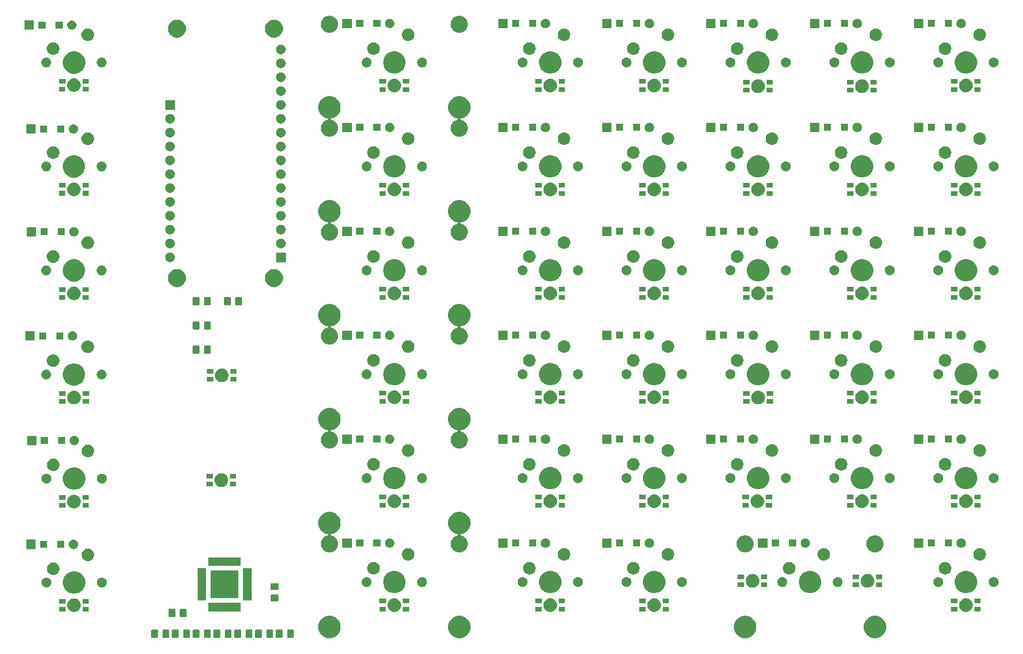
<source format=gbs>
G04 #@! TF.GenerationSoftware,KiCad,Pcbnew,5.1.5*
G04 #@! TF.CreationDate,2020-04-06T18:02:31-07:00*
G04 #@! TF.ProjectId,keyboard,6b657962-6f61-4726-942e-6b696361645f,rev?*
G04 #@! TF.SameCoordinates,Original*
G04 #@! TF.FileFunction,Soldermask,Bot*
G04 #@! TF.FilePolarity,Negative*
%FSLAX46Y46*%
G04 Gerber Fmt 4.6, Leading zero omitted, Abs format (unit mm)*
G04 Created by KiCad (PCBNEW 5.1.5) date 2020-04-06 18:02:31*
%MOMM*%
%LPD*%
G04 APERTURE LIST*
%ADD10C,0.100000*%
G04 APERTURE END LIST*
D10*
G36*
X214800364Y-158705918D02*
G01*
X215173621Y-158860526D01*
X215173623Y-158860527D01*
X215509546Y-159084984D01*
X215795226Y-159370664D01*
X216019684Y-159706589D01*
X216174292Y-160079846D01*
X216253110Y-160476093D01*
X216253110Y-160880107D01*
X216174292Y-161276354D01*
X216019684Y-161649611D01*
X216019683Y-161649613D01*
X215795226Y-161985536D01*
X215509546Y-162271216D01*
X215173623Y-162495673D01*
X215173622Y-162495674D01*
X215173621Y-162495674D01*
X214800364Y-162650282D01*
X214404117Y-162729100D01*
X214000103Y-162729100D01*
X213603856Y-162650282D01*
X213230599Y-162495674D01*
X213230598Y-162495674D01*
X213230597Y-162495673D01*
X212894674Y-162271216D01*
X212608994Y-161985536D01*
X212384537Y-161649613D01*
X212384536Y-161649611D01*
X212229928Y-161276354D01*
X212151110Y-160880107D01*
X212151110Y-160476093D01*
X212229928Y-160079846D01*
X212384536Y-159706589D01*
X212608994Y-159370664D01*
X212894674Y-159084984D01*
X213230597Y-158860527D01*
X213230599Y-158860526D01*
X213603856Y-158705918D01*
X214000103Y-158627100D01*
X214404117Y-158627100D01*
X214800364Y-158705918D01*
G37*
G36*
X138600364Y-158705918D02*
G01*
X138973621Y-158860526D01*
X138973623Y-158860527D01*
X139309546Y-159084984D01*
X139595226Y-159370664D01*
X139819684Y-159706589D01*
X139974292Y-160079846D01*
X140053110Y-160476093D01*
X140053110Y-160880107D01*
X139974292Y-161276354D01*
X139819684Y-161649611D01*
X139819683Y-161649613D01*
X139595226Y-161985536D01*
X139309546Y-162271216D01*
X138973623Y-162495673D01*
X138973622Y-162495674D01*
X138973621Y-162495674D01*
X138600364Y-162650282D01*
X138204117Y-162729100D01*
X137800103Y-162729100D01*
X137403856Y-162650282D01*
X137030599Y-162495674D01*
X137030598Y-162495674D01*
X137030597Y-162495673D01*
X136694674Y-162271216D01*
X136408994Y-161985536D01*
X136184537Y-161649613D01*
X136184536Y-161649611D01*
X136029928Y-161276354D01*
X135951110Y-160880107D01*
X135951110Y-160476093D01*
X136029928Y-160079846D01*
X136184536Y-159706589D01*
X136408994Y-159370664D01*
X136694674Y-159084984D01*
X137030597Y-158860527D01*
X137030599Y-158860526D01*
X137403856Y-158705918D01*
X137800103Y-158627100D01*
X138204117Y-158627100D01*
X138600364Y-158705918D01*
G37*
G36*
X114800364Y-158705918D02*
G01*
X115173621Y-158860526D01*
X115173623Y-158860527D01*
X115509546Y-159084984D01*
X115795226Y-159370664D01*
X116019684Y-159706589D01*
X116174292Y-160079846D01*
X116253110Y-160476093D01*
X116253110Y-160880107D01*
X116174292Y-161276354D01*
X116019684Y-161649611D01*
X116019683Y-161649613D01*
X115795226Y-161985536D01*
X115509546Y-162271216D01*
X115173623Y-162495673D01*
X115173622Y-162495674D01*
X115173621Y-162495674D01*
X114800364Y-162650282D01*
X114404117Y-162729100D01*
X114000103Y-162729100D01*
X113603856Y-162650282D01*
X113230599Y-162495674D01*
X113230598Y-162495674D01*
X113230597Y-162495673D01*
X112894674Y-162271216D01*
X112608994Y-161985536D01*
X112384537Y-161649613D01*
X112384536Y-161649611D01*
X112229928Y-161276354D01*
X112151110Y-160880107D01*
X112151110Y-160476093D01*
X112229928Y-160079846D01*
X112384536Y-159706589D01*
X112608994Y-159370664D01*
X112894674Y-159084984D01*
X113230597Y-158860527D01*
X113230599Y-158860526D01*
X113603856Y-158705918D01*
X114000103Y-158627100D01*
X114404117Y-158627100D01*
X114800364Y-158705918D01*
G37*
G36*
X191000364Y-158705918D02*
G01*
X191373621Y-158860526D01*
X191373623Y-158860527D01*
X191709546Y-159084984D01*
X191995226Y-159370664D01*
X192219684Y-159706589D01*
X192374292Y-160079846D01*
X192453110Y-160476093D01*
X192453110Y-160880107D01*
X192374292Y-161276354D01*
X192219684Y-161649611D01*
X192219683Y-161649613D01*
X191995226Y-161985536D01*
X191709546Y-162271216D01*
X191373623Y-162495673D01*
X191373622Y-162495674D01*
X191373621Y-162495674D01*
X191000364Y-162650282D01*
X190604117Y-162729100D01*
X190200103Y-162729100D01*
X189803856Y-162650282D01*
X189430599Y-162495674D01*
X189430598Y-162495674D01*
X189430597Y-162495673D01*
X189094674Y-162271216D01*
X188808994Y-161985536D01*
X188584537Y-161649613D01*
X188584536Y-161649611D01*
X188429928Y-161276354D01*
X188351110Y-160880107D01*
X188351110Y-160476093D01*
X188429928Y-160079846D01*
X188584536Y-159706589D01*
X188808994Y-159370664D01*
X189094674Y-159084984D01*
X189430597Y-158860527D01*
X189430599Y-158860526D01*
X189803856Y-158705918D01*
X190200103Y-158627100D01*
X190604117Y-158627100D01*
X191000364Y-158705918D01*
G37*
G36*
X84673674Y-161178465D02*
G01*
X84711367Y-161189899D01*
X84746103Y-161208466D01*
X84776548Y-161233452D01*
X84801534Y-161263897D01*
X84820101Y-161298633D01*
X84831535Y-161336326D01*
X84836000Y-161381661D01*
X84836000Y-162468339D01*
X84831535Y-162513674D01*
X84820101Y-162551367D01*
X84801534Y-162586103D01*
X84776548Y-162616548D01*
X84746103Y-162641534D01*
X84711367Y-162660101D01*
X84673674Y-162671535D01*
X84628339Y-162676000D01*
X83791661Y-162676000D01*
X83746326Y-162671535D01*
X83708633Y-162660101D01*
X83673897Y-162641534D01*
X83643452Y-162616548D01*
X83618466Y-162586103D01*
X83599899Y-162551367D01*
X83588465Y-162513674D01*
X83584000Y-162468339D01*
X83584000Y-161381661D01*
X83588465Y-161336326D01*
X83599899Y-161298633D01*
X83618466Y-161263897D01*
X83643452Y-161233452D01*
X83673897Y-161208466D01*
X83708633Y-161189899D01*
X83746326Y-161178465D01*
X83791661Y-161174000D01*
X84628339Y-161174000D01*
X84673674Y-161178465D01*
G37*
G36*
X82623674Y-161178465D02*
G01*
X82661367Y-161189899D01*
X82696103Y-161208466D01*
X82726548Y-161233452D01*
X82751534Y-161263897D01*
X82770101Y-161298633D01*
X82781535Y-161336326D01*
X82786000Y-161381661D01*
X82786000Y-162468339D01*
X82781535Y-162513674D01*
X82770101Y-162551367D01*
X82751534Y-162586103D01*
X82726548Y-162616548D01*
X82696103Y-162641534D01*
X82661367Y-162660101D01*
X82623674Y-162671535D01*
X82578339Y-162676000D01*
X81741661Y-162676000D01*
X81696326Y-162671535D01*
X81658633Y-162660101D01*
X81623897Y-162641534D01*
X81593452Y-162616548D01*
X81568466Y-162586103D01*
X81549899Y-162551367D01*
X81538465Y-162513674D01*
X81534000Y-162468339D01*
X81534000Y-161381661D01*
X81538465Y-161336326D01*
X81549899Y-161298633D01*
X81568466Y-161263897D01*
X81593452Y-161233452D01*
X81623897Y-161208466D01*
X81658633Y-161189899D01*
X81696326Y-161178465D01*
X81741661Y-161174000D01*
X82578339Y-161174000D01*
X82623674Y-161178465D01*
G37*
G36*
X86433674Y-161178465D02*
G01*
X86471367Y-161189899D01*
X86506103Y-161208466D01*
X86536548Y-161233452D01*
X86561534Y-161263897D01*
X86580101Y-161298633D01*
X86591535Y-161336326D01*
X86596000Y-161381661D01*
X86596000Y-162468339D01*
X86591535Y-162513674D01*
X86580101Y-162551367D01*
X86561534Y-162586103D01*
X86536548Y-162616548D01*
X86506103Y-162641534D01*
X86471367Y-162660101D01*
X86433674Y-162671535D01*
X86388339Y-162676000D01*
X85551661Y-162676000D01*
X85506326Y-162671535D01*
X85468633Y-162660101D01*
X85433897Y-162641534D01*
X85403452Y-162616548D01*
X85378466Y-162586103D01*
X85359899Y-162551367D01*
X85348465Y-162513674D01*
X85344000Y-162468339D01*
X85344000Y-161381661D01*
X85348465Y-161336326D01*
X85359899Y-161298633D01*
X85378466Y-161263897D01*
X85403452Y-161233452D01*
X85433897Y-161208466D01*
X85468633Y-161189899D01*
X85506326Y-161178465D01*
X85551661Y-161174000D01*
X86388339Y-161174000D01*
X86433674Y-161178465D01*
G37*
G36*
X88483674Y-161178465D02*
G01*
X88521367Y-161189899D01*
X88556103Y-161208466D01*
X88586548Y-161233452D01*
X88611534Y-161263897D01*
X88630101Y-161298633D01*
X88641535Y-161336326D01*
X88646000Y-161381661D01*
X88646000Y-162468339D01*
X88641535Y-162513674D01*
X88630101Y-162551367D01*
X88611534Y-162586103D01*
X88586548Y-162616548D01*
X88556103Y-162641534D01*
X88521367Y-162660101D01*
X88483674Y-162671535D01*
X88438339Y-162676000D01*
X87601661Y-162676000D01*
X87556326Y-162671535D01*
X87518633Y-162660101D01*
X87483897Y-162641534D01*
X87453452Y-162616548D01*
X87428466Y-162586103D01*
X87409899Y-162551367D01*
X87398465Y-162513674D01*
X87394000Y-162468339D01*
X87394000Y-161381661D01*
X87398465Y-161336326D01*
X87409899Y-161298633D01*
X87428466Y-161263897D01*
X87453452Y-161233452D01*
X87483897Y-161208466D01*
X87518633Y-161189899D01*
X87556326Y-161178465D01*
X87601661Y-161174000D01*
X88438339Y-161174000D01*
X88483674Y-161178465D01*
G37*
G36*
X90243674Y-161178465D02*
G01*
X90281367Y-161189899D01*
X90316103Y-161208466D01*
X90346548Y-161233452D01*
X90371534Y-161263897D01*
X90390101Y-161298633D01*
X90401535Y-161336326D01*
X90406000Y-161381661D01*
X90406000Y-162468339D01*
X90401535Y-162513674D01*
X90390101Y-162551367D01*
X90371534Y-162586103D01*
X90346548Y-162616548D01*
X90316103Y-162641534D01*
X90281367Y-162660101D01*
X90243674Y-162671535D01*
X90198339Y-162676000D01*
X89361661Y-162676000D01*
X89316326Y-162671535D01*
X89278633Y-162660101D01*
X89243897Y-162641534D01*
X89213452Y-162616548D01*
X89188466Y-162586103D01*
X89169899Y-162551367D01*
X89158465Y-162513674D01*
X89154000Y-162468339D01*
X89154000Y-161381661D01*
X89158465Y-161336326D01*
X89169899Y-161298633D01*
X89188466Y-161263897D01*
X89213452Y-161233452D01*
X89243897Y-161208466D01*
X89278633Y-161189899D01*
X89316326Y-161178465D01*
X89361661Y-161174000D01*
X90198339Y-161174000D01*
X90243674Y-161178465D01*
G37*
G36*
X92293674Y-161178465D02*
G01*
X92331367Y-161189899D01*
X92366103Y-161208466D01*
X92396548Y-161233452D01*
X92421534Y-161263897D01*
X92440101Y-161298633D01*
X92451535Y-161336326D01*
X92456000Y-161381661D01*
X92456000Y-162468339D01*
X92451535Y-162513674D01*
X92440101Y-162551367D01*
X92421534Y-162586103D01*
X92396548Y-162616548D01*
X92366103Y-162641534D01*
X92331367Y-162660101D01*
X92293674Y-162671535D01*
X92248339Y-162676000D01*
X91411661Y-162676000D01*
X91366326Y-162671535D01*
X91328633Y-162660101D01*
X91293897Y-162641534D01*
X91263452Y-162616548D01*
X91238466Y-162586103D01*
X91219899Y-162551367D01*
X91208465Y-162513674D01*
X91204000Y-162468339D01*
X91204000Y-161381661D01*
X91208465Y-161336326D01*
X91219899Y-161298633D01*
X91238466Y-161263897D01*
X91263452Y-161233452D01*
X91293897Y-161208466D01*
X91328633Y-161189899D01*
X91366326Y-161178465D01*
X91411661Y-161174000D01*
X92248339Y-161174000D01*
X92293674Y-161178465D01*
G37*
G36*
X94053674Y-161178465D02*
G01*
X94091367Y-161189899D01*
X94126103Y-161208466D01*
X94156548Y-161233452D01*
X94181534Y-161263897D01*
X94200101Y-161298633D01*
X94211535Y-161336326D01*
X94216000Y-161381661D01*
X94216000Y-162468339D01*
X94211535Y-162513674D01*
X94200101Y-162551367D01*
X94181534Y-162586103D01*
X94156548Y-162616548D01*
X94126103Y-162641534D01*
X94091367Y-162660101D01*
X94053674Y-162671535D01*
X94008339Y-162676000D01*
X93171661Y-162676000D01*
X93126326Y-162671535D01*
X93088633Y-162660101D01*
X93053897Y-162641534D01*
X93023452Y-162616548D01*
X92998466Y-162586103D01*
X92979899Y-162551367D01*
X92968465Y-162513674D01*
X92964000Y-162468339D01*
X92964000Y-161381661D01*
X92968465Y-161336326D01*
X92979899Y-161298633D01*
X92998466Y-161263897D01*
X93023452Y-161233452D01*
X93053897Y-161208466D01*
X93088633Y-161189899D01*
X93126326Y-161178465D01*
X93171661Y-161174000D01*
X94008339Y-161174000D01*
X94053674Y-161178465D01*
G37*
G36*
X99913674Y-161178465D02*
G01*
X99951367Y-161189899D01*
X99986103Y-161208466D01*
X100016548Y-161233452D01*
X100041534Y-161263897D01*
X100060101Y-161298633D01*
X100071535Y-161336326D01*
X100076000Y-161381661D01*
X100076000Y-162468339D01*
X100071535Y-162513674D01*
X100060101Y-162551367D01*
X100041534Y-162586103D01*
X100016548Y-162616548D01*
X99986103Y-162641534D01*
X99951367Y-162660101D01*
X99913674Y-162671535D01*
X99868339Y-162676000D01*
X99031661Y-162676000D01*
X98986326Y-162671535D01*
X98948633Y-162660101D01*
X98913897Y-162641534D01*
X98883452Y-162616548D01*
X98858466Y-162586103D01*
X98839899Y-162551367D01*
X98828465Y-162513674D01*
X98824000Y-162468339D01*
X98824000Y-161381661D01*
X98828465Y-161336326D01*
X98839899Y-161298633D01*
X98858466Y-161263897D01*
X98883452Y-161233452D01*
X98913897Y-161208466D01*
X98948633Y-161189899D01*
X98986326Y-161178465D01*
X99031661Y-161174000D01*
X99868339Y-161174000D01*
X99913674Y-161178465D01*
G37*
G36*
X101673674Y-161178465D02*
G01*
X101711367Y-161189899D01*
X101746103Y-161208466D01*
X101776548Y-161233452D01*
X101801534Y-161263897D01*
X101820101Y-161298633D01*
X101831535Y-161336326D01*
X101836000Y-161381661D01*
X101836000Y-162468339D01*
X101831535Y-162513674D01*
X101820101Y-162551367D01*
X101801534Y-162586103D01*
X101776548Y-162616548D01*
X101746103Y-162641534D01*
X101711367Y-162660101D01*
X101673674Y-162671535D01*
X101628339Y-162676000D01*
X100791661Y-162676000D01*
X100746326Y-162671535D01*
X100708633Y-162660101D01*
X100673897Y-162641534D01*
X100643452Y-162616548D01*
X100618466Y-162586103D01*
X100599899Y-162551367D01*
X100588465Y-162513674D01*
X100584000Y-162468339D01*
X100584000Y-161381661D01*
X100588465Y-161336326D01*
X100599899Y-161298633D01*
X100618466Y-161263897D01*
X100643452Y-161233452D01*
X100673897Y-161208466D01*
X100708633Y-161189899D01*
X100746326Y-161178465D01*
X100791661Y-161174000D01*
X101628339Y-161174000D01*
X101673674Y-161178465D01*
G37*
G36*
X103723674Y-161178465D02*
G01*
X103761367Y-161189899D01*
X103796103Y-161208466D01*
X103826548Y-161233452D01*
X103851534Y-161263897D01*
X103870101Y-161298633D01*
X103881535Y-161336326D01*
X103886000Y-161381661D01*
X103886000Y-162468339D01*
X103881535Y-162513674D01*
X103870101Y-162551367D01*
X103851534Y-162586103D01*
X103826548Y-162616548D01*
X103796103Y-162641534D01*
X103761367Y-162660101D01*
X103723674Y-162671535D01*
X103678339Y-162676000D01*
X102841661Y-162676000D01*
X102796326Y-162671535D01*
X102758633Y-162660101D01*
X102723897Y-162641534D01*
X102693452Y-162616548D01*
X102668466Y-162586103D01*
X102649899Y-162551367D01*
X102638465Y-162513674D01*
X102634000Y-162468339D01*
X102634000Y-161381661D01*
X102638465Y-161336326D01*
X102649899Y-161298633D01*
X102668466Y-161263897D01*
X102693452Y-161233452D01*
X102723897Y-161208466D01*
X102758633Y-161189899D01*
X102796326Y-161178465D01*
X102841661Y-161174000D01*
X103678339Y-161174000D01*
X103723674Y-161178465D01*
G37*
G36*
X105483674Y-161178465D02*
G01*
X105521367Y-161189899D01*
X105556103Y-161208466D01*
X105586548Y-161233452D01*
X105611534Y-161263897D01*
X105630101Y-161298633D01*
X105641535Y-161336326D01*
X105646000Y-161381661D01*
X105646000Y-162468339D01*
X105641535Y-162513674D01*
X105630101Y-162551367D01*
X105611534Y-162586103D01*
X105586548Y-162616548D01*
X105556103Y-162641534D01*
X105521367Y-162660101D01*
X105483674Y-162671535D01*
X105438339Y-162676000D01*
X104601661Y-162676000D01*
X104556326Y-162671535D01*
X104518633Y-162660101D01*
X104483897Y-162641534D01*
X104453452Y-162616548D01*
X104428466Y-162586103D01*
X104409899Y-162551367D01*
X104398465Y-162513674D01*
X104394000Y-162468339D01*
X104394000Y-161381661D01*
X104398465Y-161336326D01*
X104409899Y-161298633D01*
X104428466Y-161263897D01*
X104453452Y-161233452D01*
X104483897Y-161208466D01*
X104518633Y-161189899D01*
X104556326Y-161178465D01*
X104601661Y-161174000D01*
X105438339Y-161174000D01*
X105483674Y-161178465D01*
G37*
G36*
X96103674Y-161178465D02*
G01*
X96141367Y-161189899D01*
X96176103Y-161208466D01*
X96206548Y-161233452D01*
X96231534Y-161263897D01*
X96250101Y-161298633D01*
X96261535Y-161336326D01*
X96266000Y-161381661D01*
X96266000Y-162468339D01*
X96261535Y-162513674D01*
X96250101Y-162551367D01*
X96231534Y-162586103D01*
X96206548Y-162616548D01*
X96176103Y-162641534D01*
X96141367Y-162660101D01*
X96103674Y-162671535D01*
X96058339Y-162676000D01*
X95221661Y-162676000D01*
X95176326Y-162671535D01*
X95138633Y-162660101D01*
X95103897Y-162641534D01*
X95073452Y-162616548D01*
X95048466Y-162586103D01*
X95029899Y-162551367D01*
X95018465Y-162513674D01*
X95014000Y-162468339D01*
X95014000Y-161381661D01*
X95018465Y-161336326D01*
X95029899Y-161298633D01*
X95048466Y-161263897D01*
X95073452Y-161233452D01*
X95103897Y-161208466D01*
X95138633Y-161189899D01*
X95176326Y-161178465D01*
X95221661Y-161174000D01*
X96058339Y-161174000D01*
X96103674Y-161178465D01*
G37*
G36*
X107533674Y-161178465D02*
G01*
X107571367Y-161189899D01*
X107606103Y-161208466D01*
X107636548Y-161233452D01*
X107661534Y-161263897D01*
X107680101Y-161298633D01*
X107691535Y-161336326D01*
X107696000Y-161381661D01*
X107696000Y-162468339D01*
X107691535Y-162513674D01*
X107680101Y-162551367D01*
X107661534Y-162586103D01*
X107636548Y-162616548D01*
X107606103Y-162641534D01*
X107571367Y-162660101D01*
X107533674Y-162671535D01*
X107488339Y-162676000D01*
X106651661Y-162676000D01*
X106606326Y-162671535D01*
X106568633Y-162660101D01*
X106533897Y-162641534D01*
X106503452Y-162616548D01*
X106478466Y-162586103D01*
X106459899Y-162551367D01*
X106448465Y-162513674D01*
X106444000Y-162468339D01*
X106444000Y-161381661D01*
X106448465Y-161336326D01*
X106459899Y-161298633D01*
X106478466Y-161263897D01*
X106503452Y-161233452D01*
X106533897Y-161208466D01*
X106568633Y-161189899D01*
X106606326Y-161178465D01*
X106651661Y-161174000D01*
X107488339Y-161174000D01*
X107533674Y-161178465D01*
G37*
G36*
X97863674Y-161178465D02*
G01*
X97901367Y-161189899D01*
X97936103Y-161208466D01*
X97966548Y-161233452D01*
X97991534Y-161263897D01*
X98010101Y-161298633D01*
X98021535Y-161336326D01*
X98026000Y-161381661D01*
X98026000Y-162468339D01*
X98021535Y-162513674D01*
X98010101Y-162551367D01*
X97991534Y-162586103D01*
X97966548Y-162616548D01*
X97936103Y-162641534D01*
X97901367Y-162660101D01*
X97863674Y-162671535D01*
X97818339Y-162676000D01*
X96981661Y-162676000D01*
X96936326Y-162671535D01*
X96898633Y-162660101D01*
X96863897Y-162641534D01*
X96833452Y-162616548D01*
X96808466Y-162586103D01*
X96789899Y-162551367D01*
X96778465Y-162513674D01*
X96774000Y-162468339D01*
X96774000Y-161381661D01*
X96778465Y-161336326D01*
X96789899Y-161298633D01*
X96808466Y-161263897D01*
X96833452Y-161233452D01*
X96863897Y-161208466D01*
X96898633Y-161189899D01*
X96936326Y-161178465D01*
X96981661Y-161174000D01*
X97818339Y-161174000D01*
X97863674Y-161178465D01*
G37*
G36*
X87848674Y-157368465D02*
G01*
X87886367Y-157379899D01*
X87921103Y-157398466D01*
X87951548Y-157423452D01*
X87976534Y-157453897D01*
X87995101Y-157488633D01*
X88006535Y-157526326D01*
X88011000Y-157571661D01*
X88011000Y-158658339D01*
X88006535Y-158703674D01*
X87995101Y-158741367D01*
X87976534Y-158776103D01*
X87951548Y-158806548D01*
X87921103Y-158831534D01*
X87886367Y-158850101D01*
X87848674Y-158861535D01*
X87803339Y-158866000D01*
X86966661Y-158866000D01*
X86921326Y-158861535D01*
X86883633Y-158850101D01*
X86848897Y-158831534D01*
X86818452Y-158806548D01*
X86793466Y-158776103D01*
X86774899Y-158741367D01*
X86763465Y-158703674D01*
X86759000Y-158658339D01*
X86759000Y-157571661D01*
X86763465Y-157526326D01*
X86774899Y-157488633D01*
X86793466Y-157453897D01*
X86818452Y-157423452D01*
X86848897Y-157398466D01*
X86883633Y-157379899D01*
X86921326Y-157368465D01*
X86966661Y-157364000D01*
X87803339Y-157364000D01*
X87848674Y-157368465D01*
G37*
G36*
X85798674Y-157368465D02*
G01*
X85836367Y-157379899D01*
X85871103Y-157398466D01*
X85901548Y-157423452D01*
X85926534Y-157453897D01*
X85945101Y-157488633D01*
X85956535Y-157526326D01*
X85961000Y-157571661D01*
X85961000Y-158658339D01*
X85956535Y-158703674D01*
X85945101Y-158741367D01*
X85926534Y-158776103D01*
X85901548Y-158806548D01*
X85871103Y-158831534D01*
X85836367Y-158850101D01*
X85798674Y-158861535D01*
X85753339Y-158866000D01*
X84916661Y-158866000D01*
X84871326Y-158861535D01*
X84833633Y-158850101D01*
X84798897Y-158831534D01*
X84768452Y-158806548D01*
X84743466Y-158776103D01*
X84724899Y-158741367D01*
X84713465Y-158703674D01*
X84709000Y-158658339D01*
X84709000Y-157571661D01*
X84713465Y-157526326D01*
X84724899Y-157488633D01*
X84743466Y-157453897D01*
X84768452Y-157423452D01*
X84798897Y-157398466D01*
X84833633Y-157379899D01*
X84871326Y-157368465D01*
X84916661Y-157364000D01*
X85753339Y-157364000D01*
X85798674Y-157368465D01*
G37*
G36*
X67738403Y-155489675D02*
G01*
X67785645Y-155509243D01*
X67966071Y-155583978D01*
X68170966Y-155720885D01*
X68345215Y-155895134D01*
X68482122Y-156100029D01*
X68482123Y-156100031D01*
X68576425Y-156327697D01*
X68618185Y-156537636D01*
X68624500Y-156569387D01*
X68624500Y-156815813D01*
X68576425Y-157057503D01*
X68482122Y-157285171D01*
X68345215Y-157490066D01*
X68170966Y-157664315D01*
X67966071Y-157801222D01*
X67966070Y-157801223D01*
X67966069Y-157801223D01*
X67738403Y-157895525D01*
X67496714Y-157943600D01*
X67250286Y-157943600D01*
X67008597Y-157895525D01*
X66780931Y-157801223D01*
X66780930Y-157801223D01*
X66780929Y-157801222D01*
X66576034Y-157664315D01*
X66401785Y-157490066D01*
X66264878Y-157285171D01*
X66170575Y-157057503D01*
X66122500Y-156815813D01*
X66122500Y-156569387D01*
X66128816Y-156537636D01*
X66170575Y-156327697D01*
X66264877Y-156100031D01*
X66264878Y-156100029D01*
X66401785Y-155895134D01*
X66576034Y-155720885D01*
X66780929Y-155583978D01*
X66961356Y-155509243D01*
X67008597Y-155489675D01*
X67250286Y-155441600D01*
X67496714Y-155441600D01*
X67738403Y-155489675D01*
G37*
G36*
X126467013Y-155457925D02*
G01*
X126638242Y-155528850D01*
X126694681Y-155552228D01*
X126899576Y-155689135D01*
X127073825Y-155863384D01*
X127132726Y-155951535D01*
X127210733Y-156068281D01*
X127305035Y-156295947D01*
X127353110Y-156537636D01*
X127353110Y-156784064D01*
X127318144Y-156959850D01*
X127305035Y-157025753D01*
X127210732Y-157253421D01*
X127073825Y-157458316D01*
X126899576Y-157632565D01*
X126694681Y-157769472D01*
X126694680Y-157769473D01*
X126694679Y-157769473D01*
X126467013Y-157863775D01*
X126225324Y-157911850D01*
X125978896Y-157911850D01*
X125737207Y-157863775D01*
X125509541Y-157769473D01*
X125509540Y-157769473D01*
X125509539Y-157769472D01*
X125304644Y-157632565D01*
X125130395Y-157458316D01*
X124993488Y-157253421D01*
X124899185Y-157025753D01*
X124886076Y-156959850D01*
X124851110Y-156784064D01*
X124851110Y-156537636D01*
X124899185Y-156295947D01*
X124993487Y-156068281D01*
X125071494Y-155951535D01*
X125130395Y-155863384D01*
X125304644Y-155689135D01*
X125509539Y-155552228D01*
X125565979Y-155528850D01*
X125737207Y-155457925D01*
X125978896Y-155409850D01*
X126225324Y-155409850D01*
X126467013Y-155457925D01*
G37*
G36*
X174092013Y-155457925D02*
G01*
X174263242Y-155528850D01*
X174319681Y-155552228D01*
X174524576Y-155689135D01*
X174698825Y-155863384D01*
X174757726Y-155951535D01*
X174835733Y-156068281D01*
X174930035Y-156295947D01*
X174978110Y-156537636D01*
X174978110Y-156784064D01*
X174943144Y-156959850D01*
X174930035Y-157025753D01*
X174835732Y-157253421D01*
X174698825Y-157458316D01*
X174524576Y-157632565D01*
X174319681Y-157769472D01*
X174319680Y-157769473D01*
X174319679Y-157769473D01*
X174092013Y-157863775D01*
X173850324Y-157911850D01*
X173603896Y-157911850D01*
X173362207Y-157863775D01*
X173134541Y-157769473D01*
X173134540Y-157769473D01*
X173134539Y-157769472D01*
X172929644Y-157632565D01*
X172755395Y-157458316D01*
X172618488Y-157253421D01*
X172524185Y-157025753D01*
X172511076Y-156959850D01*
X172476110Y-156784064D01*
X172476110Y-156537636D01*
X172524185Y-156295947D01*
X172618487Y-156068281D01*
X172696494Y-155951535D01*
X172755395Y-155863384D01*
X172929644Y-155689135D01*
X173134539Y-155552228D01*
X173190979Y-155528850D01*
X173362207Y-155457925D01*
X173603896Y-155409850D01*
X173850324Y-155409850D01*
X174092013Y-155457925D01*
G37*
G36*
X155042013Y-155457925D02*
G01*
X155213242Y-155528850D01*
X155269681Y-155552228D01*
X155474576Y-155689135D01*
X155648825Y-155863384D01*
X155707726Y-155951535D01*
X155785733Y-156068281D01*
X155880035Y-156295947D01*
X155928110Y-156537636D01*
X155928110Y-156784064D01*
X155893144Y-156959850D01*
X155880035Y-157025753D01*
X155785732Y-157253421D01*
X155648825Y-157458316D01*
X155474576Y-157632565D01*
X155269681Y-157769472D01*
X155269680Y-157769473D01*
X155269679Y-157769473D01*
X155042013Y-157863775D01*
X154800324Y-157911850D01*
X154553896Y-157911850D01*
X154312207Y-157863775D01*
X154084541Y-157769473D01*
X154084540Y-157769473D01*
X154084539Y-157769472D01*
X153879644Y-157632565D01*
X153705395Y-157458316D01*
X153568488Y-157253421D01*
X153474185Y-157025753D01*
X153461076Y-156959850D01*
X153426110Y-156784064D01*
X153426110Y-156537636D01*
X153474185Y-156295947D01*
X153568487Y-156068281D01*
X153646494Y-155951535D01*
X153705395Y-155863384D01*
X153879644Y-155689135D01*
X154084539Y-155552228D01*
X154140979Y-155528850D01*
X154312207Y-155457925D01*
X154553896Y-155409850D01*
X154800324Y-155409850D01*
X155042013Y-155457925D01*
G37*
G36*
X231242013Y-155457925D02*
G01*
X231413242Y-155528850D01*
X231469681Y-155552228D01*
X231674576Y-155689135D01*
X231848825Y-155863384D01*
X231907726Y-155951535D01*
X231985733Y-156068281D01*
X232080035Y-156295947D01*
X232128110Y-156537636D01*
X232128110Y-156784064D01*
X232093144Y-156959850D01*
X232080035Y-157025753D01*
X231985732Y-157253421D01*
X231848825Y-157458316D01*
X231674576Y-157632565D01*
X231469681Y-157769472D01*
X231469680Y-157769473D01*
X231469679Y-157769473D01*
X231242013Y-157863775D01*
X231000324Y-157911850D01*
X230753896Y-157911850D01*
X230512207Y-157863775D01*
X230284541Y-157769473D01*
X230284540Y-157769473D01*
X230284539Y-157769472D01*
X230079644Y-157632565D01*
X229905395Y-157458316D01*
X229768488Y-157253421D01*
X229674185Y-157025753D01*
X229661076Y-156959850D01*
X229626110Y-156784064D01*
X229626110Y-156537636D01*
X229674185Y-156295947D01*
X229768487Y-156068281D01*
X229846494Y-155951535D01*
X229905395Y-155863384D01*
X230079644Y-155689135D01*
X230284539Y-155552228D01*
X230340979Y-155528850D01*
X230512207Y-155457925D01*
X230753896Y-155409850D01*
X231000324Y-155409850D01*
X231242013Y-155457925D01*
G37*
G36*
X70099500Y-157843600D02*
G01*
X68947500Y-157843600D01*
X68947500Y-156991600D01*
X70099500Y-156991600D01*
X70099500Y-157843600D01*
G37*
G36*
X65799500Y-157843600D02*
G01*
X64647500Y-157843600D01*
X64647500Y-156991600D01*
X65799500Y-156991600D01*
X65799500Y-157843600D01*
G37*
G36*
X92406295Y-156254673D02*
G01*
X92413309Y-156256801D01*
X92427077Y-156264160D01*
X92449716Y-156273537D01*
X92473749Y-156278317D01*
X92498253Y-156278317D01*
X92522286Y-156273536D01*
X92544923Y-156264160D01*
X92558691Y-156256801D01*
X92565705Y-156254673D01*
X92579140Y-156253350D01*
X92892860Y-156253350D01*
X92906295Y-156254673D01*
X92913309Y-156256801D01*
X92927077Y-156264160D01*
X92949716Y-156273537D01*
X92973749Y-156278317D01*
X92998253Y-156278317D01*
X93022286Y-156273536D01*
X93044923Y-156264160D01*
X93058691Y-156256801D01*
X93065705Y-156254673D01*
X93079140Y-156253350D01*
X93392860Y-156253350D01*
X93406295Y-156254673D01*
X93413309Y-156256801D01*
X93427077Y-156264160D01*
X93449716Y-156273537D01*
X93473749Y-156278317D01*
X93498253Y-156278317D01*
X93522286Y-156273536D01*
X93544923Y-156264160D01*
X93558691Y-156256801D01*
X93565705Y-156254673D01*
X93579140Y-156253350D01*
X93892860Y-156253350D01*
X93906295Y-156254673D01*
X93913309Y-156256801D01*
X93927077Y-156264160D01*
X93949716Y-156273537D01*
X93973749Y-156278317D01*
X93998253Y-156278317D01*
X94022286Y-156273536D01*
X94044923Y-156264160D01*
X94058691Y-156256801D01*
X94065705Y-156254673D01*
X94079140Y-156253350D01*
X94392860Y-156253350D01*
X94406295Y-156254673D01*
X94413309Y-156256801D01*
X94427077Y-156264160D01*
X94449716Y-156273537D01*
X94473749Y-156278317D01*
X94498253Y-156278317D01*
X94522286Y-156273536D01*
X94544923Y-156264160D01*
X94558691Y-156256801D01*
X94565705Y-156254673D01*
X94579140Y-156253350D01*
X94892860Y-156253350D01*
X94906295Y-156254673D01*
X94913309Y-156256801D01*
X94927077Y-156264160D01*
X94949716Y-156273537D01*
X94973749Y-156278317D01*
X94998253Y-156278317D01*
X95022286Y-156273536D01*
X95044923Y-156264160D01*
X95058691Y-156256801D01*
X95065705Y-156254673D01*
X95079140Y-156253350D01*
X95392860Y-156253350D01*
X95406295Y-156254673D01*
X95413309Y-156256801D01*
X95427077Y-156264160D01*
X95449716Y-156273537D01*
X95473749Y-156278317D01*
X95498253Y-156278317D01*
X95522286Y-156273536D01*
X95544923Y-156264160D01*
X95558691Y-156256801D01*
X95565705Y-156254673D01*
X95579140Y-156253350D01*
X95892860Y-156253350D01*
X95906295Y-156254673D01*
X95913309Y-156256801D01*
X95927077Y-156264160D01*
X95949716Y-156273537D01*
X95973749Y-156278317D01*
X95998253Y-156278317D01*
X96022286Y-156273536D01*
X96044923Y-156264160D01*
X96058691Y-156256801D01*
X96065705Y-156254673D01*
X96079140Y-156253350D01*
X96392860Y-156253350D01*
X96406295Y-156254673D01*
X96413309Y-156256801D01*
X96427077Y-156264160D01*
X96449716Y-156273537D01*
X96473749Y-156278317D01*
X96498253Y-156278317D01*
X96522286Y-156273536D01*
X96544923Y-156264160D01*
X96558691Y-156256801D01*
X96565705Y-156254673D01*
X96579140Y-156253350D01*
X96892860Y-156253350D01*
X96906295Y-156254673D01*
X96913309Y-156256801D01*
X96927077Y-156264160D01*
X96949716Y-156273537D01*
X96973749Y-156278317D01*
X96998253Y-156278317D01*
X97022286Y-156273536D01*
X97044923Y-156264160D01*
X97058691Y-156256801D01*
X97065705Y-156254673D01*
X97079140Y-156253350D01*
X97392860Y-156253350D01*
X97406295Y-156254673D01*
X97413309Y-156256801D01*
X97427077Y-156264160D01*
X97449716Y-156273537D01*
X97473749Y-156278317D01*
X97498253Y-156278317D01*
X97522286Y-156273536D01*
X97544923Y-156264160D01*
X97558691Y-156256801D01*
X97565705Y-156254673D01*
X97579140Y-156253350D01*
X97892860Y-156253350D01*
X97906295Y-156254673D01*
X97913310Y-156256801D01*
X97919776Y-156260258D01*
X97925442Y-156264908D01*
X97930092Y-156270574D01*
X97933549Y-156277040D01*
X97935677Y-156284055D01*
X97937000Y-156297490D01*
X97937000Y-157786210D01*
X97935677Y-157799645D01*
X97933549Y-157806660D01*
X97930092Y-157813126D01*
X97925442Y-157818792D01*
X97919776Y-157823442D01*
X97913310Y-157826899D01*
X97906295Y-157829027D01*
X97892860Y-157830350D01*
X97579140Y-157830350D01*
X97565705Y-157829027D01*
X97558691Y-157826899D01*
X97544923Y-157819540D01*
X97522284Y-157810163D01*
X97498251Y-157805383D01*
X97473747Y-157805383D01*
X97449714Y-157810164D01*
X97427077Y-157819540D01*
X97413309Y-157826899D01*
X97406295Y-157829027D01*
X97392860Y-157830350D01*
X97079140Y-157830350D01*
X97065705Y-157829027D01*
X97058691Y-157826899D01*
X97044923Y-157819540D01*
X97022284Y-157810163D01*
X96998251Y-157805383D01*
X96973747Y-157805383D01*
X96949714Y-157810164D01*
X96927077Y-157819540D01*
X96913309Y-157826899D01*
X96906295Y-157829027D01*
X96892860Y-157830350D01*
X96579140Y-157830350D01*
X96565705Y-157829027D01*
X96558691Y-157826899D01*
X96544923Y-157819540D01*
X96522284Y-157810163D01*
X96498251Y-157805383D01*
X96473747Y-157805383D01*
X96449714Y-157810164D01*
X96427077Y-157819540D01*
X96413309Y-157826899D01*
X96406295Y-157829027D01*
X96392860Y-157830350D01*
X96079140Y-157830350D01*
X96065705Y-157829027D01*
X96058691Y-157826899D01*
X96044923Y-157819540D01*
X96022284Y-157810163D01*
X95998251Y-157805383D01*
X95973747Y-157805383D01*
X95949714Y-157810164D01*
X95927077Y-157819540D01*
X95913309Y-157826899D01*
X95906295Y-157829027D01*
X95892860Y-157830350D01*
X95579140Y-157830350D01*
X95565705Y-157829027D01*
X95558691Y-157826899D01*
X95544923Y-157819540D01*
X95522284Y-157810163D01*
X95498251Y-157805383D01*
X95473747Y-157805383D01*
X95449714Y-157810164D01*
X95427077Y-157819540D01*
X95413309Y-157826899D01*
X95406295Y-157829027D01*
X95392860Y-157830350D01*
X95079140Y-157830350D01*
X95065705Y-157829027D01*
X95058691Y-157826899D01*
X95044923Y-157819540D01*
X95022284Y-157810163D01*
X94998251Y-157805383D01*
X94973747Y-157805383D01*
X94949714Y-157810164D01*
X94927077Y-157819540D01*
X94913309Y-157826899D01*
X94906295Y-157829027D01*
X94892860Y-157830350D01*
X94579140Y-157830350D01*
X94565705Y-157829027D01*
X94558691Y-157826899D01*
X94544923Y-157819540D01*
X94522284Y-157810163D01*
X94498251Y-157805383D01*
X94473747Y-157805383D01*
X94449714Y-157810164D01*
X94427077Y-157819540D01*
X94413309Y-157826899D01*
X94406295Y-157829027D01*
X94392860Y-157830350D01*
X94079140Y-157830350D01*
X94065705Y-157829027D01*
X94058691Y-157826899D01*
X94044923Y-157819540D01*
X94022284Y-157810163D01*
X93998251Y-157805383D01*
X93973747Y-157805383D01*
X93949714Y-157810164D01*
X93927077Y-157819540D01*
X93913309Y-157826899D01*
X93906295Y-157829027D01*
X93892860Y-157830350D01*
X93579140Y-157830350D01*
X93565705Y-157829027D01*
X93558691Y-157826899D01*
X93544923Y-157819540D01*
X93522284Y-157810163D01*
X93498251Y-157805383D01*
X93473747Y-157805383D01*
X93449714Y-157810164D01*
X93427077Y-157819540D01*
X93413309Y-157826899D01*
X93406295Y-157829027D01*
X93392860Y-157830350D01*
X93079140Y-157830350D01*
X93065705Y-157829027D01*
X93058691Y-157826899D01*
X93044923Y-157819540D01*
X93022284Y-157810163D01*
X92998251Y-157805383D01*
X92973747Y-157805383D01*
X92949714Y-157810164D01*
X92927077Y-157819540D01*
X92913309Y-157826899D01*
X92906295Y-157829027D01*
X92892860Y-157830350D01*
X92579140Y-157830350D01*
X92565705Y-157829027D01*
X92558691Y-157826899D01*
X92544923Y-157819540D01*
X92522284Y-157810163D01*
X92498251Y-157805383D01*
X92473747Y-157805383D01*
X92449714Y-157810164D01*
X92427077Y-157819540D01*
X92413309Y-157826899D01*
X92406295Y-157829027D01*
X92392860Y-157830350D01*
X92079140Y-157830350D01*
X92065705Y-157829027D01*
X92058690Y-157826899D01*
X92052224Y-157823442D01*
X92046558Y-157818792D01*
X92041908Y-157813126D01*
X92038451Y-157806660D01*
X92036323Y-157799645D01*
X92035000Y-157786210D01*
X92035000Y-156297490D01*
X92036323Y-156284055D01*
X92038451Y-156277040D01*
X92041908Y-156270574D01*
X92046558Y-156264908D01*
X92052224Y-156260258D01*
X92058690Y-156256801D01*
X92065705Y-156254673D01*
X92079140Y-156253350D01*
X92392860Y-156253350D01*
X92406295Y-156254673D01*
G37*
G36*
X124528110Y-157811850D02*
G01*
X123376110Y-157811850D01*
X123376110Y-156959850D01*
X124528110Y-156959850D01*
X124528110Y-157811850D01*
G37*
G36*
X153103110Y-157811850D02*
G01*
X151951110Y-157811850D01*
X151951110Y-156959850D01*
X153103110Y-156959850D01*
X153103110Y-157811850D01*
G37*
G36*
X157403110Y-157811850D02*
G01*
X156251110Y-157811850D01*
X156251110Y-156959850D01*
X157403110Y-156959850D01*
X157403110Y-157811850D01*
G37*
G36*
X176453110Y-157811850D02*
G01*
X175301110Y-157811850D01*
X175301110Y-156959850D01*
X176453110Y-156959850D01*
X176453110Y-157811850D01*
G37*
G36*
X229303110Y-157811850D02*
G01*
X228151110Y-157811850D01*
X228151110Y-156959850D01*
X229303110Y-156959850D01*
X229303110Y-157811850D01*
G37*
G36*
X233603110Y-157811850D02*
G01*
X232451110Y-157811850D01*
X232451110Y-156959850D01*
X233603110Y-156959850D01*
X233603110Y-157811850D01*
G37*
G36*
X172153110Y-157811850D02*
G01*
X171001110Y-157811850D01*
X171001110Y-156959850D01*
X172153110Y-156959850D01*
X172153110Y-157811850D01*
G37*
G36*
X128828110Y-157811850D02*
G01*
X127676110Y-157811850D01*
X127676110Y-156959850D01*
X128828110Y-156959850D01*
X128828110Y-157811850D01*
G37*
G36*
X65824500Y-156393600D02*
G01*
X64622500Y-156393600D01*
X64622500Y-155541600D01*
X65824500Y-155541600D01*
X65824500Y-156393600D01*
G37*
G36*
X70099500Y-156393600D02*
G01*
X68947500Y-156393600D01*
X68947500Y-155541600D01*
X70099500Y-155541600D01*
X70099500Y-156393600D01*
G37*
G36*
X229328110Y-156361850D02*
G01*
X228126110Y-156361850D01*
X228126110Y-155509850D01*
X229328110Y-155509850D01*
X229328110Y-156361850D01*
G37*
G36*
X176453110Y-156361850D02*
G01*
X175301110Y-156361850D01*
X175301110Y-155509850D01*
X176453110Y-155509850D01*
X176453110Y-156361850D01*
G37*
G36*
X153128110Y-156361850D02*
G01*
X151926110Y-156361850D01*
X151926110Y-155509850D01*
X153128110Y-155509850D01*
X153128110Y-156361850D01*
G37*
G36*
X172178110Y-156361850D02*
G01*
X170976110Y-156361850D01*
X170976110Y-155509850D01*
X172178110Y-155509850D01*
X172178110Y-156361850D01*
G37*
G36*
X233603110Y-156361850D02*
G01*
X232451110Y-156361850D01*
X232451110Y-155509850D01*
X233603110Y-155509850D01*
X233603110Y-156361850D01*
G37*
G36*
X157403110Y-156361850D02*
G01*
X156251110Y-156361850D01*
X156251110Y-155509850D01*
X157403110Y-155509850D01*
X157403110Y-156361850D01*
G37*
G36*
X124553110Y-156361850D02*
G01*
X123351110Y-156361850D01*
X123351110Y-155509850D01*
X124553110Y-155509850D01*
X124553110Y-156361850D01*
G37*
G36*
X128828110Y-156361850D02*
G01*
X127676110Y-156361850D01*
X127676110Y-155509850D01*
X128828110Y-155509850D01*
X128828110Y-156361850D01*
G37*
G36*
X104728674Y-154708465D02*
G01*
X104766367Y-154719899D01*
X104801103Y-154738466D01*
X104831548Y-154763452D01*
X104856534Y-154793897D01*
X104875101Y-154828633D01*
X104886535Y-154866326D01*
X104891000Y-154911661D01*
X104891000Y-155748339D01*
X104886535Y-155793674D01*
X104875101Y-155831367D01*
X104856534Y-155866103D01*
X104831548Y-155896548D01*
X104801103Y-155921534D01*
X104766367Y-155940101D01*
X104728674Y-155951535D01*
X104683339Y-155956000D01*
X103596661Y-155956000D01*
X103551326Y-155951535D01*
X103513633Y-155940101D01*
X103478897Y-155921534D01*
X103448452Y-155896548D01*
X103423466Y-155866103D01*
X103404899Y-155831367D01*
X103393465Y-155793674D01*
X103389000Y-155748339D01*
X103389000Y-154911661D01*
X103393465Y-154866326D01*
X103404899Y-154828633D01*
X103423466Y-154793897D01*
X103448452Y-154763452D01*
X103478897Y-154738466D01*
X103513633Y-154719899D01*
X103551326Y-154708465D01*
X103596661Y-154704000D01*
X104683339Y-154704000D01*
X104728674Y-154708465D01*
G37*
G36*
X91581295Y-149929673D02*
G01*
X91588310Y-149931801D01*
X91594776Y-149935258D01*
X91600442Y-149939908D01*
X91605092Y-149945574D01*
X91608549Y-149952040D01*
X91610677Y-149959055D01*
X91612000Y-149972490D01*
X91612000Y-150286210D01*
X91610677Y-150299645D01*
X91608549Y-150306659D01*
X91601190Y-150320427D01*
X91591813Y-150343066D01*
X91587033Y-150367099D01*
X91587033Y-150391603D01*
X91591814Y-150415636D01*
X91601190Y-150438273D01*
X91608549Y-150452041D01*
X91610677Y-150459055D01*
X91612000Y-150472490D01*
X91612000Y-150786210D01*
X91610677Y-150799645D01*
X91608549Y-150806659D01*
X91601190Y-150820427D01*
X91591813Y-150843066D01*
X91587033Y-150867099D01*
X91587033Y-150891603D01*
X91591814Y-150915636D01*
X91601190Y-150938273D01*
X91608549Y-150952041D01*
X91610677Y-150959055D01*
X91612000Y-150972490D01*
X91612000Y-151286210D01*
X91610677Y-151299645D01*
X91608549Y-151306659D01*
X91601190Y-151320427D01*
X91591813Y-151343066D01*
X91587033Y-151367099D01*
X91587033Y-151391603D01*
X91591814Y-151415636D01*
X91601190Y-151438273D01*
X91608549Y-151452041D01*
X91610677Y-151459055D01*
X91612000Y-151472490D01*
X91612000Y-151786210D01*
X91610677Y-151799645D01*
X91608549Y-151806659D01*
X91601190Y-151820427D01*
X91591813Y-151843066D01*
X91587033Y-151867099D01*
X91587033Y-151891603D01*
X91591814Y-151915636D01*
X91601190Y-151938273D01*
X91608549Y-151952041D01*
X91610677Y-151959055D01*
X91612000Y-151972490D01*
X91612000Y-152286210D01*
X91610677Y-152299645D01*
X91608549Y-152306659D01*
X91601190Y-152320427D01*
X91591813Y-152343066D01*
X91587033Y-152367099D01*
X91587033Y-152391603D01*
X91591814Y-152415636D01*
X91601190Y-152438273D01*
X91608549Y-152452041D01*
X91610677Y-152459055D01*
X91612000Y-152472490D01*
X91612000Y-152786210D01*
X91610677Y-152799645D01*
X91608549Y-152806659D01*
X91601190Y-152820427D01*
X91591813Y-152843066D01*
X91587033Y-152867099D01*
X91587033Y-152891603D01*
X91591814Y-152915636D01*
X91601190Y-152938273D01*
X91608549Y-152952041D01*
X91610677Y-152959055D01*
X91612000Y-152972490D01*
X91612000Y-153286210D01*
X91610677Y-153299645D01*
X91608549Y-153306659D01*
X91601190Y-153320427D01*
X91591813Y-153343066D01*
X91587033Y-153367099D01*
X91587033Y-153391603D01*
X91591814Y-153415636D01*
X91601190Y-153438273D01*
X91608549Y-153452041D01*
X91610677Y-153459055D01*
X91612000Y-153472490D01*
X91612000Y-153786210D01*
X91610677Y-153799645D01*
X91608549Y-153806659D01*
X91601190Y-153820427D01*
X91591813Y-153843066D01*
X91587033Y-153867099D01*
X91587033Y-153891603D01*
X91591814Y-153915636D01*
X91601190Y-153938273D01*
X91608549Y-153952041D01*
X91610677Y-153959055D01*
X91612000Y-153972490D01*
X91612000Y-154286210D01*
X91610677Y-154299645D01*
X91608549Y-154306659D01*
X91601190Y-154320427D01*
X91591813Y-154343066D01*
X91587033Y-154367099D01*
X91587033Y-154391603D01*
X91591814Y-154415636D01*
X91601190Y-154438273D01*
X91608549Y-154452041D01*
X91610677Y-154459055D01*
X91612000Y-154472490D01*
X91612000Y-154786210D01*
X91610677Y-154799645D01*
X91608549Y-154806659D01*
X91601190Y-154820427D01*
X91591813Y-154843066D01*
X91587033Y-154867099D01*
X91587033Y-154891603D01*
X91591814Y-154915636D01*
X91601190Y-154938273D01*
X91608549Y-154952041D01*
X91610677Y-154959055D01*
X91612000Y-154972490D01*
X91612000Y-155286210D01*
X91610677Y-155299645D01*
X91608549Y-155306659D01*
X91601190Y-155320427D01*
X91591813Y-155343066D01*
X91587033Y-155367099D01*
X91587033Y-155391603D01*
X91591814Y-155415636D01*
X91601190Y-155438273D01*
X91608549Y-155452041D01*
X91610677Y-155459055D01*
X91612000Y-155472490D01*
X91612000Y-155786210D01*
X91610677Y-155799645D01*
X91608549Y-155806660D01*
X91605092Y-155813126D01*
X91600442Y-155818792D01*
X91594776Y-155823442D01*
X91588310Y-155826899D01*
X91581295Y-155829027D01*
X91567860Y-155830350D01*
X90079140Y-155830350D01*
X90065705Y-155829027D01*
X90058690Y-155826899D01*
X90052224Y-155823442D01*
X90046558Y-155818792D01*
X90041908Y-155813126D01*
X90038451Y-155806660D01*
X90036323Y-155799645D01*
X90035000Y-155786210D01*
X90035000Y-155472490D01*
X90036323Y-155459055D01*
X90038451Y-155452041D01*
X90045810Y-155438273D01*
X90055187Y-155415634D01*
X90059967Y-155391601D01*
X90059967Y-155367097D01*
X90055186Y-155343064D01*
X90045810Y-155320427D01*
X90038451Y-155306659D01*
X90036323Y-155299645D01*
X90035000Y-155286210D01*
X90035000Y-154972490D01*
X90036323Y-154959055D01*
X90038451Y-154952041D01*
X90045810Y-154938273D01*
X90055187Y-154915634D01*
X90059967Y-154891601D01*
X90059967Y-154867097D01*
X90055186Y-154843064D01*
X90045810Y-154820427D01*
X90038451Y-154806659D01*
X90036323Y-154799645D01*
X90035000Y-154786210D01*
X90035000Y-154472490D01*
X90036323Y-154459055D01*
X90038451Y-154452041D01*
X90045810Y-154438273D01*
X90055187Y-154415634D01*
X90059967Y-154391601D01*
X90059967Y-154367097D01*
X90055186Y-154343064D01*
X90045810Y-154320427D01*
X90038451Y-154306659D01*
X90036323Y-154299645D01*
X90035000Y-154286210D01*
X90035000Y-153972490D01*
X90036323Y-153959055D01*
X90038451Y-153952041D01*
X90045810Y-153938273D01*
X90055187Y-153915634D01*
X90059967Y-153891601D01*
X90059967Y-153867097D01*
X90055186Y-153843064D01*
X90045810Y-153820427D01*
X90038451Y-153806659D01*
X90036323Y-153799645D01*
X90035000Y-153786210D01*
X90035000Y-153472490D01*
X90036323Y-153459055D01*
X90038451Y-153452041D01*
X90045810Y-153438273D01*
X90055187Y-153415634D01*
X90059967Y-153391601D01*
X90059967Y-153367097D01*
X90055186Y-153343064D01*
X90045810Y-153320427D01*
X90038451Y-153306659D01*
X90036323Y-153299645D01*
X90035000Y-153286210D01*
X90035000Y-152972490D01*
X90036323Y-152959055D01*
X90038451Y-152952041D01*
X90045810Y-152938273D01*
X90055187Y-152915634D01*
X90059967Y-152891601D01*
X90059967Y-152867097D01*
X90055186Y-152843064D01*
X90045810Y-152820427D01*
X90038451Y-152806659D01*
X90036323Y-152799645D01*
X90035000Y-152786210D01*
X90035000Y-152472490D01*
X90036323Y-152459055D01*
X90038451Y-152452041D01*
X90045810Y-152438273D01*
X90055187Y-152415634D01*
X90059967Y-152391601D01*
X90059967Y-152367097D01*
X90055186Y-152343064D01*
X90045810Y-152320427D01*
X90038451Y-152306659D01*
X90036323Y-152299645D01*
X90035000Y-152286210D01*
X90035000Y-151972490D01*
X90036323Y-151959055D01*
X90038451Y-151952041D01*
X90045810Y-151938273D01*
X90055187Y-151915634D01*
X90059967Y-151891601D01*
X90059967Y-151867097D01*
X90055186Y-151843064D01*
X90045810Y-151820427D01*
X90038451Y-151806659D01*
X90036323Y-151799645D01*
X90035000Y-151786210D01*
X90035000Y-151472490D01*
X90036323Y-151459055D01*
X90038451Y-151452041D01*
X90045810Y-151438273D01*
X90055187Y-151415634D01*
X90059967Y-151391601D01*
X90059967Y-151367097D01*
X90055186Y-151343064D01*
X90045810Y-151320427D01*
X90038451Y-151306659D01*
X90036323Y-151299645D01*
X90035000Y-151286210D01*
X90035000Y-150972490D01*
X90036323Y-150959055D01*
X90038451Y-150952041D01*
X90045810Y-150938273D01*
X90055187Y-150915634D01*
X90059967Y-150891601D01*
X90059967Y-150867097D01*
X90055186Y-150843064D01*
X90045810Y-150820427D01*
X90038451Y-150806659D01*
X90036323Y-150799645D01*
X90035000Y-150786210D01*
X90035000Y-150472490D01*
X90036323Y-150459055D01*
X90038451Y-150452041D01*
X90045810Y-150438273D01*
X90055187Y-150415634D01*
X90059967Y-150391601D01*
X90059967Y-150367097D01*
X90055186Y-150343064D01*
X90045810Y-150320427D01*
X90038451Y-150306659D01*
X90036323Y-150299645D01*
X90035000Y-150286210D01*
X90035000Y-149972490D01*
X90036323Y-149959055D01*
X90038451Y-149952040D01*
X90041908Y-149945574D01*
X90046558Y-149939908D01*
X90052224Y-149935258D01*
X90058690Y-149931801D01*
X90065705Y-149929673D01*
X90079140Y-149928350D01*
X91567860Y-149928350D01*
X91581295Y-149929673D01*
G37*
G36*
X99906295Y-149929673D02*
G01*
X99913310Y-149931801D01*
X99919776Y-149935258D01*
X99925442Y-149939908D01*
X99930092Y-149945574D01*
X99933549Y-149952040D01*
X99935677Y-149959055D01*
X99937000Y-149972490D01*
X99937000Y-150286210D01*
X99935677Y-150299645D01*
X99933549Y-150306659D01*
X99926190Y-150320427D01*
X99916813Y-150343066D01*
X99912033Y-150367099D01*
X99912033Y-150391603D01*
X99916814Y-150415636D01*
X99926190Y-150438273D01*
X99933549Y-150452041D01*
X99935677Y-150459055D01*
X99937000Y-150472490D01*
X99937000Y-150786210D01*
X99935677Y-150799645D01*
X99933549Y-150806659D01*
X99926190Y-150820427D01*
X99916813Y-150843066D01*
X99912033Y-150867099D01*
X99912033Y-150891603D01*
X99916814Y-150915636D01*
X99926190Y-150938273D01*
X99933549Y-150952041D01*
X99935677Y-150959055D01*
X99937000Y-150972490D01*
X99937000Y-151286210D01*
X99935677Y-151299645D01*
X99933549Y-151306659D01*
X99926190Y-151320427D01*
X99916813Y-151343066D01*
X99912033Y-151367099D01*
X99912033Y-151391603D01*
X99916814Y-151415636D01*
X99926190Y-151438273D01*
X99933549Y-151452041D01*
X99935677Y-151459055D01*
X99937000Y-151472490D01*
X99937000Y-151786210D01*
X99935677Y-151799645D01*
X99933549Y-151806659D01*
X99926190Y-151820427D01*
X99916813Y-151843066D01*
X99912033Y-151867099D01*
X99912033Y-151891603D01*
X99916814Y-151915636D01*
X99926190Y-151938273D01*
X99933549Y-151952041D01*
X99935677Y-151959055D01*
X99937000Y-151972490D01*
X99937000Y-152286210D01*
X99935677Y-152299645D01*
X99933549Y-152306659D01*
X99926190Y-152320427D01*
X99916813Y-152343066D01*
X99912033Y-152367099D01*
X99912033Y-152391603D01*
X99916814Y-152415636D01*
X99926190Y-152438273D01*
X99933549Y-152452041D01*
X99935677Y-152459055D01*
X99937000Y-152472490D01*
X99937000Y-152786210D01*
X99935677Y-152799645D01*
X99933549Y-152806659D01*
X99926190Y-152820427D01*
X99916813Y-152843066D01*
X99912033Y-152867099D01*
X99912033Y-152891603D01*
X99916814Y-152915636D01*
X99926190Y-152938273D01*
X99933549Y-152952041D01*
X99935677Y-152959055D01*
X99937000Y-152972490D01*
X99937000Y-153286210D01*
X99935677Y-153299645D01*
X99933549Y-153306659D01*
X99926190Y-153320427D01*
X99916813Y-153343066D01*
X99912033Y-153367099D01*
X99912033Y-153391603D01*
X99916814Y-153415636D01*
X99926190Y-153438273D01*
X99933549Y-153452041D01*
X99935677Y-153459055D01*
X99937000Y-153472490D01*
X99937000Y-153786210D01*
X99935677Y-153799645D01*
X99933549Y-153806659D01*
X99926190Y-153820427D01*
X99916813Y-153843066D01*
X99912033Y-153867099D01*
X99912033Y-153891603D01*
X99916814Y-153915636D01*
X99926190Y-153938273D01*
X99933549Y-153952041D01*
X99935677Y-153959055D01*
X99937000Y-153972490D01*
X99937000Y-154286210D01*
X99935677Y-154299645D01*
X99933549Y-154306659D01*
X99926190Y-154320427D01*
X99916813Y-154343066D01*
X99912033Y-154367099D01*
X99912033Y-154391603D01*
X99916814Y-154415636D01*
X99926190Y-154438273D01*
X99933549Y-154452041D01*
X99935677Y-154459055D01*
X99937000Y-154472490D01*
X99937000Y-154786210D01*
X99935677Y-154799645D01*
X99933549Y-154806659D01*
X99926190Y-154820427D01*
X99916813Y-154843066D01*
X99912033Y-154867099D01*
X99912033Y-154891603D01*
X99916814Y-154915636D01*
X99926190Y-154938273D01*
X99933549Y-154952041D01*
X99935677Y-154959055D01*
X99937000Y-154972490D01*
X99937000Y-155286210D01*
X99935677Y-155299645D01*
X99933549Y-155306659D01*
X99926190Y-155320427D01*
X99916813Y-155343066D01*
X99912033Y-155367099D01*
X99912033Y-155391603D01*
X99916814Y-155415636D01*
X99926190Y-155438273D01*
X99933549Y-155452041D01*
X99935677Y-155459055D01*
X99937000Y-155472490D01*
X99937000Y-155786210D01*
X99935677Y-155799645D01*
X99933549Y-155806660D01*
X99930092Y-155813126D01*
X99925442Y-155818792D01*
X99919776Y-155823442D01*
X99913310Y-155826899D01*
X99906295Y-155829027D01*
X99892860Y-155830350D01*
X98404140Y-155830350D01*
X98390705Y-155829027D01*
X98383690Y-155826899D01*
X98377224Y-155823442D01*
X98371558Y-155818792D01*
X98366908Y-155813126D01*
X98363451Y-155806660D01*
X98361323Y-155799645D01*
X98360000Y-155786210D01*
X98360000Y-155472490D01*
X98361323Y-155459055D01*
X98363451Y-155452041D01*
X98370810Y-155438273D01*
X98380187Y-155415634D01*
X98384967Y-155391601D01*
X98384967Y-155367097D01*
X98380186Y-155343064D01*
X98370810Y-155320427D01*
X98363451Y-155306659D01*
X98361323Y-155299645D01*
X98360000Y-155286210D01*
X98360000Y-154972490D01*
X98361323Y-154959055D01*
X98363451Y-154952041D01*
X98370810Y-154938273D01*
X98380187Y-154915634D01*
X98384967Y-154891601D01*
X98384967Y-154867097D01*
X98380186Y-154843064D01*
X98370810Y-154820427D01*
X98363451Y-154806659D01*
X98361323Y-154799645D01*
X98360000Y-154786210D01*
X98360000Y-154472490D01*
X98361323Y-154459055D01*
X98363451Y-154452041D01*
X98370810Y-154438273D01*
X98380187Y-154415634D01*
X98384967Y-154391601D01*
X98384967Y-154367097D01*
X98380186Y-154343064D01*
X98370810Y-154320427D01*
X98363451Y-154306659D01*
X98361323Y-154299645D01*
X98360000Y-154286210D01*
X98360000Y-153972490D01*
X98361323Y-153959055D01*
X98363451Y-153952041D01*
X98370810Y-153938273D01*
X98380187Y-153915634D01*
X98384967Y-153891601D01*
X98384967Y-153867097D01*
X98380186Y-153843064D01*
X98370810Y-153820427D01*
X98363451Y-153806659D01*
X98361323Y-153799645D01*
X98360000Y-153786210D01*
X98360000Y-153472490D01*
X98361323Y-153459055D01*
X98363451Y-153452041D01*
X98370810Y-153438273D01*
X98380187Y-153415634D01*
X98384967Y-153391601D01*
X98384967Y-153367097D01*
X98380186Y-153343064D01*
X98370810Y-153320427D01*
X98363451Y-153306659D01*
X98361323Y-153299645D01*
X98360000Y-153286210D01*
X98360000Y-152972490D01*
X98361323Y-152959055D01*
X98363451Y-152952041D01*
X98370810Y-152938273D01*
X98380187Y-152915634D01*
X98384967Y-152891601D01*
X98384967Y-152867097D01*
X98380186Y-152843064D01*
X98370810Y-152820427D01*
X98363451Y-152806659D01*
X98361323Y-152799645D01*
X98360000Y-152786210D01*
X98360000Y-152472490D01*
X98361323Y-152459055D01*
X98363451Y-152452041D01*
X98370810Y-152438273D01*
X98380187Y-152415634D01*
X98384967Y-152391601D01*
X98384967Y-152367097D01*
X98380186Y-152343064D01*
X98370810Y-152320427D01*
X98363451Y-152306659D01*
X98361323Y-152299645D01*
X98360000Y-152286210D01*
X98360000Y-151972490D01*
X98361323Y-151959055D01*
X98363451Y-151952041D01*
X98370810Y-151938273D01*
X98380187Y-151915634D01*
X98384967Y-151891601D01*
X98384967Y-151867097D01*
X98380186Y-151843064D01*
X98370810Y-151820427D01*
X98363451Y-151806659D01*
X98361323Y-151799645D01*
X98360000Y-151786210D01*
X98360000Y-151472490D01*
X98361323Y-151459055D01*
X98363451Y-151452041D01*
X98370810Y-151438273D01*
X98380187Y-151415634D01*
X98384967Y-151391601D01*
X98384967Y-151367097D01*
X98380186Y-151343064D01*
X98370810Y-151320427D01*
X98363451Y-151306659D01*
X98361323Y-151299645D01*
X98360000Y-151286210D01*
X98360000Y-150972490D01*
X98361323Y-150959055D01*
X98363451Y-150952041D01*
X98370810Y-150938273D01*
X98380187Y-150915634D01*
X98384967Y-150891601D01*
X98384967Y-150867097D01*
X98380186Y-150843064D01*
X98370810Y-150820427D01*
X98363451Y-150806659D01*
X98361323Y-150799645D01*
X98360000Y-150786210D01*
X98360000Y-150472490D01*
X98361323Y-150459055D01*
X98363451Y-150452041D01*
X98370810Y-150438273D01*
X98380187Y-150415634D01*
X98384967Y-150391601D01*
X98384967Y-150367097D01*
X98380186Y-150343064D01*
X98370810Y-150320427D01*
X98363451Y-150306659D01*
X98361323Y-150299645D01*
X98360000Y-150286210D01*
X98360000Y-149972490D01*
X98361323Y-149959055D01*
X98363451Y-149952040D01*
X98366908Y-149945574D01*
X98371558Y-149939908D01*
X98377224Y-149935258D01*
X98383690Y-149931801D01*
X98390705Y-149929673D01*
X98404140Y-149928350D01*
X99892860Y-149928350D01*
X99906295Y-149929673D01*
G37*
G36*
X97537000Y-155430350D02*
G01*
X92435000Y-155430350D01*
X92435000Y-150328350D01*
X97537000Y-150328350D01*
X97537000Y-155430350D01*
G37*
G36*
X67984454Y-150554818D02*
G01*
X68357711Y-150709426D01*
X68357713Y-150709427D01*
X68693636Y-150933884D01*
X68979316Y-151219564D01*
X69185975Y-151528850D01*
X69203774Y-151555489D01*
X69358382Y-151928746D01*
X69437200Y-152324993D01*
X69437200Y-152729007D01*
X69358382Y-153125254D01*
X69232036Y-153430281D01*
X69203773Y-153498513D01*
X68979316Y-153834436D01*
X68693636Y-154120116D01*
X68357713Y-154344573D01*
X68357712Y-154344574D01*
X68357711Y-154344574D01*
X67984454Y-154499182D01*
X67588207Y-154578000D01*
X67184193Y-154578000D01*
X66787946Y-154499182D01*
X66414689Y-154344574D01*
X66414688Y-154344574D01*
X66414687Y-154344573D01*
X66078764Y-154120116D01*
X65793084Y-153834436D01*
X65568627Y-153498513D01*
X65540364Y-153430281D01*
X65414018Y-153125254D01*
X65335200Y-152729007D01*
X65335200Y-152324993D01*
X65414018Y-151928746D01*
X65568626Y-151555489D01*
X65586426Y-151528850D01*
X65793084Y-151219564D01*
X66078764Y-150933884D01*
X66414687Y-150709427D01*
X66414689Y-150709426D01*
X66787946Y-150554818D01*
X67184193Y-150476000D01*
X67588207Y-150476000D01*
X67984454Y-150554818D01*
G37*
G36*
X174325364Y-150465918D02*
G01*
X174698621Y-150620526D01*
X174698623Y-150620527D01*
X175034546Y-150844984D01*
X175320226Y-151130664D01*
X175534964Y-151452041D01*
X175544684Y-151466589D01*
X175699292Y-151839846D01*
X175778110Y-152236093D01*
X175778110Y-152640107D01*
X175699292Y-153036354D01*
X175572248Y-153343066D01*
X175544683Y-153409613D01*
X175320226Y-153745536D01*
X175034546Y-154031216D01*
X174698623Y-154255673D01*
X174698622Y-154255674D01*
X174698621Y-154255674D01*
X174325364Y-154410282D01*
X173929117Y-154489100D01*
X173525103Y-154489100D01*
X173128856Y-154410282D01*
X172755599Y-154255674D01*
X172755598Y-154255674D01*
X172755597Y-154255673D01*
X172419674Y-154031216D01*
X172133994Y-153745536D01*
X171909537Y-153409613D01*
X171881972Y-153343066D01*
X171754928Y-153036354D01*
X171676110Y-152640107D01*
X171676110Y-152236093D01*
X171754928Y-151839846D01*
X171909536Y-151466589D01*
X171919257Y-151452041D01*
X172133994Y-151130664D01*
X172419674Y-150844984D01*
X172755597Y-150620527D01*
X172755599Y-150620526D01*
X173128856Y-150465918D01*
X173525103Y-150387100D01*
X173929117Y-150387100D01*
X174325364Y-150465918D01*
G37*
G36*
X202900364Y-150465918D02*
G01*
X203273621Y-150620526D01*
X203273623Y-150620527D01*
X203609546Y-150844984D01*
X203895226Y-151130664D01*
X204109964Y-151452041D01*
X204119684Y-151466589D01*
X204274292Y-151839846D01*
X204353110Y-152236093D01*
X204353110Y-152640107D01*
X204274292Y-153036354D01*
X204147248Y-153343066D01*
X204119683Y-153409613D01*
X203895226Y-153745536D01*
X203609546Y-154031216D01*
X203273623Y-154255673D01*
X203273622Y-154255674D01*
X203273621Y-154255674D01*
X202900364Y-154410282D01*
X202504117Y-154489100D01*
X202100103Y-154489100D01*
X201703856Y-154410282D01*
X201330599Y-154255674D01*
X201330598Y-154255674D01*
X201330597Y-154255673D01*
X200994674Y-154031216D01*
X200708994Y-153745536D01*
X200484537Y-153409613D01*
X200456972Y-153343066D01*
X200329928Y-153036354D01*
X200251110Y-152640107D01*
X200251110Y-152236093D01*
X200329928Y-151839846D01*
X200484536Y-151466589D01*
X200494257Y-151452041D01*
X200708994Y-151130664D01*
X200994674Y-150844984D01*
X201330597Y-150620527D01*
X201330599Y-150620526D01*
X201703856Y-150465918D01*
X202100103Y-150387100D01*
X202504117Y-150387100D01*
X202900364Y-150465918D01*
G37*
G36*
X231475364Y-150465918D02*
G01*
X231848621Y-150620526D01*
X231848623Y-150620527D01*
X232184546Y-150844984D01*
X232470226Y-151130664D01*
X232684964Y-151452041D01*
X232694684Y-151466589D01*
X232849292Y-151839846D01*
X232928110Y-152236093D01*
X232928110Y-152640107D01*
X232849292Y-153036354D01*
X232722248Y-153343066D01*
X232694683Y-153409613D01*
X232470226Y-153745536D01*
X232184546Y-154031216D01*
X231848623Y-154255673D01*
X231848622Y-154255674D01*
X231848621Y-154255674D01*
X231475364Y-154410282D01*
X231079117Y-154489100D01*
X230675103Y-154489100D01*
X230278856Y-154410282D01*
X229905599Y-154255674D01*
X229905598Y-154255674D01*
X229905597Y-154255673D01*
X229569674Y-154031216D01*
X229283994Y-153745536D01*
X229059537Y-153409613D01*
X229031972Y-153343066D01*
X228904928Y-153036354D01*
X228826110Y-152640107D01*
X228826110Y-152236093D01*
X228904928Y-151839846D01*
X229059536Y-151466589D01*
X229069257Y-151452041D01*
X229283994Y-151130664D01*
X229569674Y-150844984D01*
X229905597Y-150620527D01*
X229905599Y-150620526D01*
X230278856Y-150465918D01*
X230675103Y-150387100D01*
X231079117Y-150387100D01*
X231475364Y-150465918D01*
G37*
G36*
X155275364Y-150465918D02*
G01*
X155648621Y-150620526D01*
X155648623Y-150620527D01*
X155984546Y-150844984D01*
X156270226Y-151130664D01*
X156484964Y-151452041D01*
X156494684Y-151466589D01*
X156649292Y-151839846D01*
X156728110Y-152236093D01*
X156728110Y-152640107D01*
X156649292Y-153036354D01*
X156522248Y-153343066D01*
X156494683Y-153409613D01*
X156270226Y-153745536D01*
X155984546Y-154031216D01*
X155648623Y-154255673D01*
X155648622Y-154255674D01*
X155648621Y-154255674D01*
X155275364Y-154410282D01*
X154879117Y-154489100D01*
X154475103Y-154489100D01*
X154078856Y-154410282D01*
X153705599Y-154255674D01*
X153705598Y-154255674D01*
X153705597Y-154255673D01*
X153369674Y-154031216D01*
X153083994Y-153745536D01*
X152859537Y-153409613D01*
X152831972Y-153343066D01*
X152704928Y-153036354D01*
X152626110Y-152640107D01*
X152626110Y-152236093D01*
X152704928Y-151839846D01*
X152859536Y-151466589D01*
X152869257Y-151452041D01*
X153083994Y-151130664D01*
X153369674Y-150844984D01*
X153705597Y-150620527D01*
X153705599Y-150620526D01*
X154078856Y-150465918D01*
X154475103Y-150387100D01*
X154879117Y-150387100D01*
X155275364Y-150465918D01*
G37*
G36*
X126700364Y-150465918D02*
G01*
X127073621Y-150620526D01*
X127073623Y-150620527D01*
X127409546Y-150844984D01*
X127695226Y-151130664D01*
X127909964Y-151452041D01*
X127919684Y-151466589D01*
X128074292Y-151839846D01*
X128153110Y-152236093D01*
X128153110Y-152640107D01*
X128074292Y-153036354D01*
X127947248Y-153343066D01*
X127919683Y-153409613D01*
X127695226Y-153745536D01*
X127409546Y-154031216D01*
X127073623Y-154255673D01*
X127073622Y-154255674D01*
X127073621Y-154255674D01*
X126700364Y-154410282D01*
X126304117Y-154489100D01*
X125900103Y-154489100D01*
X125503856Y-154410282D01*
X125130599Y-154255674D01*
X125130598Y-154255674D01*
X125130597Y-154255673D01*
X124794674Y-154031216D01*
X124508994Y-153745536D01*
X124284537Y-153409613D01*
X124256972Y-153343066D01*
X124129928Y-153036354D01*
X124051110Y-152640107D01*
X124051110Y-152236093D01*
X124129928Y-151839846D01*
X124284536Y-151466589D01*
X124294257Y-151452041D01*
X124508994Y-151130664D01*
X124794674Y-150844984D01*
X125130597Y-150620527D01*
X125130599Y-150620526D01*
X125503856Y-150465918D01*
X125900103Y-150387100D01*
X126304117Y-150387100D01*
X126700364Y-150465918D01*
G37*
G36*
X104728674Y-152658465D02*
G01*
X104766367Y-152669899D01*
X104801103Y-152688466D01*
X104831548Y-152713452D01*
X104856534Y-152743897D01*
X104875101Y-152778633D01*
X104886535Y-152816326D01*
X104891000Y-152861661D01*
X104891000Y-153698339D01*
X104886535Y-153743674D01*
X104875101Y-153781367D01*
X104856534Y-153816103D01*
X104831548Y-153846548D01*
X104801103Y-153871534D01*
X104766367Y-153890101D01*
X104728674Y-153901535D01*
X104683339Y-153906000D01*
X103596661Y-153906000D01*
X103551326Y-153901535D01*
X103513633Y-153890101D01*
X103478897Y-153871534D01*
X103448452Y-153846548D01*
X103423466Y-153816103D01*
X103404899Y-153781367D01*
X103393465Y-153743674D01*
X103389000Y-153698339D01*
X103389000Y-152861661D01*
X103393465Y-152816326D01*
X103404899Y-152778633D01*
X103423466Y-152743897D01*
X103448452Y-152713452D01*
X103478897Y-152688466D01*
X103513633Y-152669899D01*
X103551326Y-152658465D01*
X103596661Y-152654000D01*
X104683339Y-152654000D01*
X104728674Y-152658465D01*
G37*
G36*
X213094722Y-150990390D02*
G01*
X213208013Y-151012925D01*
X213435681Y-151107228D01*
X213640576Y-151244135D01*
X213814825Y-151418384D01*
X213951732Y-151623279D01*
X213951733Y-151623281D01*
X214046035Y-151850947D01*
X214094110Y-152092636D01*
X214094110Y-152339064D01*
X214046035Y-152580753D01*
X213954842Y-152800914D01*
X213951732Y-152808421D01*
X213814825Y-153013316D01*
X213640576Y-153187565D01*
X213435681Y-153324472D01*
X213435680Y-153324473D01*
X213435679Y-153324473D01*
X213208013Y-153418775D01*
X212966324Y-153466850D01*
X212719896Y-153466850D01*
X212478207Y-153418775D01*
X212250541Y-153324473D01*
X212250540Y-153324473D01*
X212250539Y-153324472D01*
X212045644Y-153187565D01*
X211871395Y-153013316D01*
X211734488Y-152808421D01*
X211731379Y-152800914D01*
X211640185Y-152580753D01*
X211592110Y-152339064D01*
X211592110Y-152092636D01*
X211640185Y-151850947D01*
X211734487Y-151623281D01*
X211734488Y-151623279D01*
X211871395Y-151418384D01*
X212045644Y-151244135D01*
X212250539Y-151107228D01*
X212478207Y-151012925D01*
X212591498Y-150990390D01*
X212719896Y-150964850D01*
X212966324Y-150964850D01*
X213094722Y-150990390D01*
G37*
G36*
X192012722Y-150990390D02*
G01*
X192126013Y-151012925D01*
X192353681Y-151107228D01*
X192558576Y-151244135D01*
X192732825Y-151418384D01*
X192869732Y-151623279D01*
X192869733Y-151623281D01*
X192964035Y-151850947D01*
X193012110Y-152092636D01*
X193012110Y-152339064D01*
X192964035Y-152580753D01*
X192872842Y-152800914D01*
X192869732Y-152808421D01*
X192732825Y-153013316D01*
X192558576Y-153187565D01*
X192353681Y-153324472D01*
X192353680Y-153324473D01*
X192353679Y-153324473D01*
X192126013Y-153418775D01*
X191884324Y-153466850D01*
X191637896Y-153466850D01*
X191396207Y-153418775D01*
X191168541Y-153324473D01*
X191168540Y-153324473D01*
X191168539Y-153324472D01*
X190963644Y-153187565D01*
X190789395Y-153013316D01*
X190652488Y-152808421D01*
X190649379Y-152800914D01*
X190558185Y-152580753D01*
X190510110Y-152339064D01*
X190510110Y-152092636D01*
X190558185Y-151850947D01*
X190652487Y-151623281D01*
X190652488Y-151623279D01*
X190789395Y-151418384D01*
X190963644Y-151244135D01*
X191168539Y-151107228D01*
X191396207Y-151012925D01*
X191509498Y-150990390D01*
X191637896Y-150964850D01*
X191884324Y-150964850D01*
X192012722Y-150990390D01*
G37*
G36*
X62419712Y-151630927D02*
G01*
X62569012Y-151660624D01*
X62732984Y-151728544D01*
X62880554Y-151827147D01*
X63006053Y-151952646D01*
X63104656Y-152100216D01*
X63172576Y-152264188D01*
X63207200Y-152438259D01*
X63207200Y-152615741D01*
X63172576Y-152789812D01*
X63104656Y-152953784D01*
X63006053Y-153101354D01*
X62880554Y-153226853D01*
X62732984Y-153325456D01*
X62569012Y-153393376D01*
X62441319Y-153418775D01*
X62394942Y-153428000D01*
X62217458Y-153428000D01*
X62171081Y-153418775D01*
X62043388Y-153393376D01*
X61879416Y-153325456D01*
X61731846Y-153226853D01*
X61606347Y-153101354D01*
X61507744Y-152953784D01*
X61439824Y-152789812D01*
X61405200Y-152615741D01*
X61405200Y-152438259D01*
X61439824Y-152264188D01*
X61507744Y-152100216D01*
X61606347Y-151952646D01*
X61731846Y-151827147D01*
X61879416Y-151728544D01*
X62043388Y-151660624D01*
X62192688Y-151630927D01*
X62217458Y-151626000D01*
X62394942Y-151626000D01*
X62419712Y-151630927D01*
G37*
G36*
X72579712Y-151630927D02*
G01*
X72729012Y-151660624D01*
X72892984Y-151728544D01*
X73040554Y-151827147D01*
X73166053Y-151952646D01*
X73264656Y-152100216D01*
X73332576Y-152264188D01*
X73367200Y-152438259D01*
X73367200Y-152615741D01*
X73332576Y-152789812D01*
X73264656Y-152953784D01*
X73166053Y-153101354D01*
X73040554Y-153226853D01*
X72892984Y-153325456D01*
X72729012Y-153393376D01*
X72601319Y-153418775D01*
X72554942Y-153428000D01*
X72377458Y-153428000D01*
X72331081Y-153418775D01*
X72203388Y-153393376D01*
X72039416Y-153325456D01*
X71891846Y-153226853D01*
X71766347Y-153101354D01*
X71667744Y-152953784D01*
X71599824Y-152789812D01*
X71565200Y-152615741D01*
X71565200Y-152438259D01*
X71599824Y-152264188D01*
X71667744Y-152100216D01*
X71766347Y-151952646D01*
X71891846Y-151827147D01*
X72039416Y-151728544D01*
X72203388Y-151660624D01*
X72352688Y-151630927D01*
X72377458Y-151626000D01*
X72554942Y-151626000D01*
X72579712Y-151630927D01*
G37*
G36*
X211269110Y-153366850D02*
G01*
X210117110Y-153366850D01*
X210117110Y-152514850D01*
X211269110Y-152514850D01*
X211269110Y-153366850D01*
G37*
G36*
X190187110Y-153366850D02*
G01*
X189035110Y-153366850D01*
X189035110Y-152514850D01*
X190187110Y-152514850D01*
X190187110Y-153366850D01*
G37*
G36*
X215569110Y-153366850D02*
G01*
X214417110Y-153366850D01*
X214417110Y-152514850D01*
X215569110Y-152514850D01*
X215569110Y-153366850D01*
G37*
G36*
X194487110Y-153366850D02*
G01*
X193335110Y-153366850D01*
X193335110Y-152514850D01*
X194487110Y-152514850D01*
X194487110Y-153366850D01*
G37*
G36*
X159870622Y-151542027D02*
G01*
X160019922Y-151571724D01*
X160183894Y-151639644D01*
X160331464Y-151738247D01*
X160456963Y-151863746D01*
X160555566Y-152011316D01*
X160623486Y-152175288D01*
X160648474Y-152300914D01*
X160658110Y-152349358D01*
X160658110Y-152526842D01*
X160653183Y-152551612D01*
X160623486Y-152700912D01*
X160555566Y-152864884D01*
X160456963Y-153012454D01*
X160331464Y-153137953D01*
X160183894Y-153236556D01*
X160019922Y-153304476D01*
X159889841Y-153330350D01*
X159845852Y-153339100D01*
X159668368Y-153339100D01*
X159624379Y-153330350D01*
X159494298Y-153304476D01*
X159330326Y-153236556D01*
X159182756Y-153137953D01*
X159057257Y-153012454D01*
X158958654Y-152864884D01*
X158890734Y-152700912D01*
X158861037Y-152551612D01*
X158856110Y-152526842D01*
X158856110Y-152349358D01*
X158865746Y-152300914D01*
X158890734Y-152175288D01*
X158958654Y-152011316D01*
X159057257Y-151863746D01*
X159182756Y-151738247D01*
X159330326Y-151639644D01*
X159494298Y-151571724D01*
X159643598Y-151542027D01*
X159668368Y-151537100D01*
X159845852Y-151537100D01*
X159870622Y-151542027D01*
G37*
G36*
X197335622Y-151542027D02*
G01*
X197484922Y-151571724D01*
X197648894Y-151639644D01*
X197796464Y-151738247D01*
X197921963Y-151863746D01*
X198020566Y-152011316D01*
X198088486Y-152175288D01*
X198113474Y-152300914D01*
X198123110Y-152349358D01*
X198123110Y-152526842D01*
X198118183Y-152551612D01*
X198088486Y-152700912D01*
X198020566Y-152864884D01*
X197921963Y-153012454D01*
X197796464Y-153137953D01*
X197648894Y-153236556D01*
X197484922Y-153304476D01*
X197354841Y-153330350D01*
X197310852Y-153339100D01*
X197133368Y-153339100D01*
X197089379Y-153330350D01*
X196959298Y-153304476D01*
X196795326Y-153236556D01*
X196647756Y-153137953D01*
X196522257Y-153012454D01*
X196423654Y-152864884D01*
X196355734Y-152700912D01*
X196326037Y-152551612D01*
X196321110Y-152526842D01*
X196321110Y-152349358D01*
X196330746Y-152300914D01*
X196355734Y-152175288D01*
X196423654Y-152011316D01*
X196522257Y-151863746D01*
X196647756Y-151738247D01*
X196795326Y-151639644D01*
X196959298Y-151571724D01*
X197108598Y-151542027D01*
X197133368Y-151537100D01*
X197310852Y-151537100D01*
X197335622Y-151542027D01*
G37*
G36*
X207495622Y-151542027D02*
G01*
X207644922Y-151571724D01*
X207808894Y-151639644D01*
X207956464Y-151738247D01*
X208081963Y-151863746D01*
X208180566Y-152011316D01*
X208248486Y-152175288D01*
X208273474Y-152300914D01*
X208283110Y-152349358D01*
X208283110Y-152526842D01*
X208278183Y-152551612D01*
X208248486Y-152700912D01*
X208180566Y-152864884D01*
X208081963Y-153012454D01*
X207956464Y-153137953D01*
X207808894Y-153236556D01*
X207644922Y-153304476D01*
X207514841Y-153330350D01*
X207470852Y-153339100D01*
X207293368Y-153339100D01*
X207249379Y-153330350D01*
X207119298Y-153304476D01*
X206955326Y-153236556D01*
X206807756Y-153137953D01*
X206682257Y-153012454D01*
X206583654Y-152864884D01*
X206515734Y-152700912D01*
X206486037Y-152551612D01*
X206481110Y-152526842D01*
X206481110Y-152349358D01*
X206490746Y-152300914D01*
X206515734Y-152175288D01*
X206583654Y-152011316D01*
X206682257Y-151863746D01*
X206807756Y-151738247D01*
X206955326Y-151639644D01*
X207119298Y-151571724D01*
X207268598Y-151542027D01*
X207293368Y-151537100D01*
X207470852Y-151537100D01*
X207495622Y-151542027D01*
G37*
G36*
X225910622Y-151542027D02*
G01*
X226059922Y-151571724D01*
X226223894Y-151639644D01*
X226371464Y-151738247D01*
X226496963Y-151863746D01*
X226595566Y-152011316D01*
X226663486Y-152175288D01*
X226688474Y-152300914D01*
X226698110Y-152349358D01*
X226698110Y-152526842D01*
X226693183Y-152551612D01*
X226663486Y-152700912D01*
X226595566Y-152864884D01*
X226496963Y-153012454D01*
X226371464Y-153137953D01*
X226223894Y-153236556D01*
X226059922Y-153304476D01*
X225929841Y-153330350D01*
X225885852Y-153339100D01*
X225708368Y-153339100D01*
X225664379Y-153330350D01*
X225534298Y-153304476D01*
X225370326Y-153236556D01*
X225222756Y-153137953D01*
X225097257Y-153012454D01*
X224998654Y-152864884D01*
X224930734Y-152700912D01*
X224901037Y-152551612D01*
X224896110Y-152526842D01*
X224896110Y-152349358D01*
X224905746Y-152300914D01*
X224930734Y-152175288D01*
X224998654Y-152011316D01*
X225097257Y-151863746D01*
X225222756Y-151738247D01*
X225370326Y-151639644D01*
X225534298Y-151571724D01*
X225683598Y-151542027D01*
X225708368Y-151537100D01*
X225885852Y-151537100D01*
X225910622Y-151542027D01*
G37*
G36*
X236070622Y-151542027D02*
G01*
X236219922Y-151571724D01*
X236383894Y-151639644D01*
X236531464Y-151738247D01*
X236656963Y-151863746D01*
X236755566Y-152011316D01*
X236823486Y-152175288D01*
X236848474Y-152300914D01*
X236858110Y-152349358D01*
X236858110Y-152526842D01*
X236853183Y-152551612D01*
X236823486Y-152700912D01*
X236755566Y-152864884D01*
X236656963Y-153012454D01*
X236531464Y-153137953D01*
X236383894Y-153236556D01*
X236219922Y-153304476D01*
X236089841Y-153330350D01*
X236045852Y-153339100D01*
X235868368Y-153339100D01*
X235824379Y-153330350D01*
X235694298Y-153304476D01*
X235530326Y-153236556D01*
X235382756Y-153137953D01*
X235257257Y-153012454D01*
X235158654Y-152864884D01*
X235090734Y-152700912D01*
X235061037Y-152551612D01*
X235056110Y-152526842D01*
X235056110Y-152349358D01*
X235065746Y-152300914D01*
X235090734Y-152175288D01*
X235158654Y-152011316D01*
X235257257Y-151863746D01*
X235382756Y-151738247D01*
X235530326Y-151639644D01*
X235694298Y-151571724D01*
X235843598Y-151542027D01*
X235868368Y-151537100D01*
X236045852Y-151537100D01*
X236070622Y-151542027D01*
G37*
G36*
X149710622Y-151542027D02*
G01*
X149859922Y-151571724D01*
X150023894Y-151639644D01*
X150171464Y-151738247D01*
X150296963Y-151863746D01*
X150395566Y-152011316D01*
X150463486Y-152175288D01*
X150488474Y-152300914D01*
X150498110Y-152349358D01*
X150498110Y-152526842D01*
X150493183Y-152551612D01*
X150463486Y-152700912D01*
X150395566Y-152864884D01*
X150296963Y-153012454D01*
X150171464Y-153137953D01*
X150023894Y-153236556D01*
X149859922Y-153304476D01*
X149729841Y-153330350D01*
X149685852Y-153339100D01*
X149508368Y-153339100D01*
X149464379Y-153330350D01*
X149334298Y-153304476D01*
X149170326Y-153236556D01*
X149022756Y-153137953D01*
X148897257Y-153012454D01*
X148798654Y-152864884D01*
X148730734Y-152700912D01*
X148701037Y-152551612D01*
X148696110Y-152526842D01*
X148696110Y-152349358D01*
X148705746Y-152300914D01*
X148730734Y-152175288D01*
X148798654Y-152011316D01*
X148897257Y-151863746D01*
X149022756Y-151738247D01*
X149170326Y-151639644D01*
X149334298Y-151571724D01*
X149483598Y-151542027D01*
X149508368Y-151537100D01*
X149685852Y-151537100D01*
X149710622Y-151542027D01*
G37*
G36*
X178920622Y-151542027D02*
G01*
X179069922Y-151571724D01*
X179233894Y-151639644D01*
X179381464Y-151738247D01*
X179506963Y-151863746D01*
X179605566Y-152011316D01*
X179673486Y-152175288D01*
X179698474Y-152300914D01*
X179708110Y-152349358D01*
X179708110Y-152526842D01*
X179703183Y-152551612D01*
X179673486Y-152700912D01*
X179605566Y-152864884D01*
X179506963Y-153012454D01*
X179381464Y-153137953D01*
X179233894Y-153236556D01*
X179069922Y-153304476D01*
X178939841Y-153330350D01*
X178895852Y-153339100D01*
X178718368Y-153339100D01*
X178674379Y-153330350D01*
X178544298Y-153304476D01*
X178380326Y-153236556D01*
X178232756Y-153137953D01*
X178107257Y-153012454D01*
X178008654Y-152864884D01*
X177940734Y-152700912D01*
X177911037Y-152551612D01*
X177906110Y-152526842D01*
X177906110Y-152349358D01*
X177915746Y-152300914D01*
X177940734Y-152175288D01*
X178008654Y-152011316D01*
X178107257Y-151863746D01*
X178232756Y-151738247D01*
X178380326Y-151639644D01*
X178544298Y-151571724D01*
X178693598Y-151542027D01*
X178718368Y-151537100D01*
X178895852Y-151537100D01*
X178920622Y-151542027D01*
G37*
G36*
X168760622Y-151542027D02*
G01*
X168909922Y-151571724D01*
X169073894Y-151639644D01*
X169221464Y-151738247D01*
X169346963Y-151863746D01*
X169445566Y-152011316D01*
X169513486Y-152175288D01*
X169538474Y-152300914D01*
X169548110Y-152349358D01*
X169548110Y-152526842D01*
X169543183Y-152551612D01*
X169513486Y-152700912D01*
X169445566Y-152864884D01*
X169346963Y-153012454D01*
X169221464Y-153137953D01*
X169073894Y-153236556D01*
X168909922Y-153304476D01*
X168779841Y-153330350D01*
X168735852Y-153339100D01*
X168558368Y-153339100D01*
X168514379Y-153330350D01*
X168384298Y-153304476D01*
X168220326Y-153236556D01*
X168072756Y-153137953D01*
X167947257Y-153012454D01*
X167848654Y-152864884D01*
X167780734Y-152700912D01*
X167751037Y-152551612D01*
X167746110Y-152526842D01*
X167746110Y-152349358D01*
X167755746Y-152300914D01*
X167780734Y-152175288D01*
X167848654Y-152011316D01*
X167947257Y-151863746D01*
X168072756Y-151738247D01*
X168220326Y-151639644D01*
X168384298Y-151571724D01*
X168533598Y-151542027D01*
X168558368Y-151537100D01*
X168735852Y-151537100D01*
X168760622Y-151542027D01*
G37*
G36*
X131295622Y-151542027D02*
G01*
X131444922Y-151571724D01*
X131608894Y-151639644D01*
X131756464Y-151738247D01*
X131881963Y-151863746D01*
X131980566Y-152011316D01*
X132048486Y-152175288D01*
X132073474Y-152300914D01*
X132083110Y-152349358D01*
X132083110Y-152526842D01*
X132078183Y-152551612D01*
X132048486Y-152700912D01*
X131980566Y-152864884D01*
X131881963Y-153012454D01*
X131756464Y-153137953D01*
X131608894Y-153236556D01*
X131444922Y-153304476D01*
X131314841Y-153330350D01*
X131270852Y-153339100D01*
X131093368Y-153339100D01*
X131049379Y-153330350D01*
X130919298Y-153304476D01*
X130755326Y-153236556D01*
X130607756Y-153137953D01*
X130482257Y-153012454D01*
X130383654Y-152864884D01*
X130315734Y-152700912D01*
X130286037Y-152551612D01*
X130281110Y-152526842D01*
X130281110Y-152349358D01*
X130290746Y-152300914D01*
X130315734Y-152175288D01*
X130383654Y-152011316D01*
X130482257Y-151863746D01*
X130607756Y-151738247D01*
X130755326Y-151639644D01*
X130919298Y-151571724D01*
X131068598Y-151542027D01*
X131093368Y-151537100D01*
X131270852Y-151537100D01*
X131295622Y-151542027D01*
G37*
G36*
X121135622Y-151542027D02*
G01*
X121284922Y-151571724D01*
X121448894Y-151639644D01*
X121596464Y-151738247D01*
X121721963Y-151863746D01*
X121820566Y-152011316D01*
X121888486Y-152175288D01*
X121913474Y-152300914D01*
X121923110Y-152349358D01*
X121923110Y-152526842D01*
X121918183Y-152551612D01*
X121888486Y-152700912D01*
X121820566Y-152864884D01*
X121721963Y-153012454D01*
X121596464Y-153137953D01*
X121448894Y-153236556D01*
X121284922Y-153304476D01*
X121154841Y-153330350D01*
X121110852Y-153339100D01*
X120933368Y-153339100D01*
X120889379Y-153330350D01*
X120759298Y-153304476D01*
X120595326Y-153236556D01*
X120447756Y-153137953D01*
X120322257Y-153012454D01*
X120223654Y-152864884D01*
X120155734Y-152700912D01*
X120126037Y-152551612D01*
X120121110Y-152526842D01*
X120121110Y-152349358D01*
X120130746Y-152300914D01*
X120155734Y-152175288D01*
X120223654Y-152011316D01*
X120322257Y-151863746D01*
X120447756Y-151738247D01*
X120595326Y-151639644D01*
X120759298Y-151571724D01*
X120908598Y-151542027D01*
X120933368Y-151537100D01*
X121110852Y-151537100D01*
X121135622Y-151542027D01*
G37*
G36*
X215569110Y-151916850D02*
G01*
X214417110Y-151916850D01*
X214417110Y-151064850D01*
X215569110Y-151064850D01*
X215569110Y-151916850D01*
G37*
G36*
X194487110Y-151916850D02*
G01*
X193335110Y-151916850D01*
X193335110Y-151064850D01*
X194487110Y-151064850D01*
X194487110Y-151916850D01*
G37*
G36*
X190212110Y-151916850D02*
G01*
X189010110Y-151916850D01*
X189010110Y-151064850D01*
X190212110Y-151064850D01*
X190212110Y-151916850D01*
G37*
G36*
X211294110Y-151916850D02*
G01*
X210092110Y-151916850D01*
X210092110Y-151064850D01*
X211294110Y-151064850D01*
X211294110Y-151916850D01*
G37*
G36*
X63800749Y-148858116D02*
G01*
X63911934Y-148880232D01*
X64121403Y-148966997D01*
X64309920Y-149092960D01*
X64470240Y-149253280D01*
X64596203Y-149441797D01*
X64682968Y-149651266D01*
X64727200Y-149873636D01*
X64727200Y-150100364D01*
X64682968Y-150322734D01*
X64596203Y-150532203D01*
X64470240Y-150720720D01*
X64309920Y-150881040D01*
X64121403Y-151007003D01*
X64121402Y-151007004D01*
X64121401Y-151007004D01*
X64107106Y-151012925D01*
X63911934Y-151093768D01*
X63800749Y-151115884D01*
X63689565Y-151138000D01*
X63462835Y-151138000D01*
X63351651Y-151115884D01*
X63240466Y-151093768D01*
X63045294Y-151012925D01*
X63030999Y-151007004D01*
X63030998Y-151007004D01*
X63030997Y-151007003D01*
X62842480Y-150881040D01*
X62682160Y-150720720D01*
X62556197Y-150532203D01*
X62469432Y-150322734D01*
X62425200Y-150100364D01*
X62425200Y-149873636D01*
X62469432Y-149651266D01*
X62556197Y-149441797D01*
X62682160Y-149253280D01*
X62842480Y-149092960D01*
X63030997Y-148966997D01*
X63240466Y-148880232D01*
X63351651Y-148858116D01*
X63462835Y-148836000D01*
X63689565Y-148836000D01*
X63800749Y-148858116D01*
G37*
G36*
X170141659Y-148769216D02*
G01*
X170252844Y-148791332D01*
X170462313Y-148878097D01*
X170650830Y-149004060D01*
X170811150Y-149164380D01*
X170937113Y-149352897D01*
X171023878Y-149562366D01*
X171068110Y-149784736D01*
X171068110Y-150011464D01*
X171023878Y-150233834D01*
X170968679Y-150367097D01*
X170939197Y-150438273D01*
X170937113Y-150443303D01*
X170811150Y-150631820D01*
X170650830Y-150792140D01*
X170462313Y-150918103D01*
X170252844Y-151004868D01*
X170141659Y-151026984D01*
X170030475Y-151049100D01*
X169803745Y-151049100D01*
X169692561Y-151026984D01*
X169581376Y-151004868D01*
X169371907Y-150918103D01*
X169183390Y-150792140D01*
X169023070Y-150631820D01*
X168897107Y-150443303D01*
X168895024Y-150438273D01*
X168865541Y-150367097D01*
X168810342Y-150233834D01*
X168766110Y-150011464D01*
X168766110Y-149784736D01*
X168810342Y-149562366D01*
X168897107Y-149352897D01*
X169023070Y-149164380D01*
X169183390Y-149004060D01*
X169371907Y-148878097D01*
X169581376Y-148791332D01*
X169692561Y-148769216D01*
X169803745Y-148747100D01*
X170030475Y-148747100D01*
X170141659Y-148769216D01*
G37*
G36*
X151091659Y-148769216D02*
G01*
X151202844Y-148791332D01*
X151412313Y-148878097D01*
X151600830Y-149004060D01*
X151761150Y-149164380D01*
X151887113Y-149352897D01*
X151973878Y-149562366D01*
X152018110Y-149784736D01*
X152018110Y-150011464D01*
X151973878Y-150233834D01*
X151918679Y-150367097D01*
X151889197Y-150438273D01*
X151887113Y-150443303D01*
X151761150Y-150631820D01*
X151600830Y-150792140D01*
X151412313Y-150918103D01*
X151202844Y-151004868D01*
X151091659Y-151026984D01*
X150980475Y-151049100D01*
X150753745Y-151049100D01*
X150642561Y-151026984D01*
X150531376Y-151004868D01*
X150321907Y-150918103D01*
X150133390Y-150792140D01*
X149973070Y-150631820D01*
X149847107Y-150443303D01*
X149845024Y-150438273D01*
X149815541Y-150367097D01*
X149760342Y-150233834D01*
X149716110Y-150011464D01*
X149716110Y-149784736D01*
X149760342Y-149562366D01*
X149847107Y-149352897D01*
X149973070Y-149164380D01*
X150133390Y-149004060D01*
X150321907Y-148878097D01*
X150531376Y-148791332D01*
X150642561Y-148769216D01*
X150753745Y-148747100D01*
X150980475Y-148747100D01*
X151091659Y-148769216D01*
G37*
G36*
X198716659Y-148769216D02*
G01*
X198827844Y-148791332D01*
X199037313Y-148878097D01*
X199225830Y-149004060D01*
X199386150Y-149164380D01*
X199512113Y-149352897D01*
X199598878Y-149562366D01*
X199643110Y-149784736D01*
X199643110Y-150011464D01*
X199598878Y-150233834D01*
X199543679Y-150367097D01*
X199514197Y-150438273D01*
X199512113Y-150443303D01*
X199386150Y-150631820D01*
X199225830Y-150792140D01*
X199037313Y-150918103D01*
X198827844Y-151004868D01*
X198716659Y-151026984D01*
X198605475Y-151049100D01*
X198378745Y-151049100D01*
X198267561Y-151026984D01*
X198156376Y-151004868D01*
X197946907Y-150918103D01*
X197758390Y-150792140D01*
X197598070Y-150631820D01*
X197472107Y-150443303D01*
X197470024Y-150438273D01*
X197440541Y-150367097D01*
X197385342Y-150233834D01*
X197341110Y-150011464D01*
X197341110Y-149784736D01*
X197385342Y-149562366D01*
X197472107Y-149352897D01*
X197598070Y-149164380D01*
X197758390Y-149004060D01*
X197946907Y-148878097D01*
X198156376Y-148791332D01*
X198267561Y-148769216D01*
X198378745Y-148747100D01*
X198605475Y-148747100D01*
X198716659Y-148769216D01*
G37*
G36*
X227291659Y-148769216D02*
G01*
X227402844Y-148791332D01*
X227612313Y-148878097D01*
X227800830Y-149004060D01*
X227961150Y-149164380D01*
X228087113Y-149352897D01*
X228173878Y-149562366D01*
X228218110Y-149784736D01*
X228218110Y-150011464D01*
X228173878Y-150233834D01*
X228118679Y-150367097D01*
X228089197Y-150438273D01*
X228087113Y-150443303D01*
X227961150Y-150631820D01*
X227800830Y-150792140D01*
X227612313Y-150918103D01*
X227402844Y-151004868D01*
X227291659Y-151026984D01*
X227180475Y-151049100D01*
X226953745Y-151049100D01*
X226842561Y-151026984D01*
X226731376Y-151004868D01*
X226521907Y-150918103D01*
X226333390Y-150792140D01*
X226173070Y-150631820D01*
X226047107Y-150443303D01*
X226045024Y-150438273D01*
X226015541Y-150367097D01*
X225960342Y-150233834D01*
X225916110Y-150011464D01*
X225916110Y-149784736D01*
X225960342Y-149562366D01*
X226047107Y-149352897D01*
X226173070Y-149164380D01*
X226333390Y-149004060D01*
X226521907Y-148878097D01*
X226731376Y-148791332D01*
X226842561Y-148769216D01*
X226953745Y-148747100D01*
X227180475Y-148747100D01*
X227291659Y-148769216D01*
G37*
G36*
X122516659Y-148769216D02*
G01*
X122627844Y-148791332D01*
X122837313Y-148878097D01*
X123025830Y-149004060D01*
X123186150Y-149164380D01*
X123312113Y-149352897D01*
X123398878Y-149562366D01*
X123443110Y-149784736D01*
X123443110Y-150011464D01*
X123398878Y-150233834D01*
X123343679Y-150367097D01*
X123314197Y-150438273D01*
X123312113Y-150443303D01*
X123186150Y-150631820D01*
X123025830Y-150792140D01*
X122837313Y-150918103D01*
X122627844Y-151004868D01*
X122516659Y-151026984D01*
X122405475Y-151049100D01*
X122178745Y-151049100D01*
X122067561Y-151026984D01*
X121956376Y-151004868D01*
X121746907Y-150918103D01*
X121558390Y-150792140D01*
X121398070Y-150631820D01*
X121272107Y-150443303D01*
X121270024Y-150438273D01*
X121240541Y-150367097D01*
X121185342Y-150233834D01*
X121141110Y-150011464D01*
X121141110Y-149784736D01*
X121185342Y-149562366D01*
X121272107Y-149352897D01*
X121398070Y-149164380D01*
X121558390Y-149004060D01*
X121746907Y-148878097D01*
X121956376Y-148791332D01*
X122067561Y-148769216D01*
X122178745Y-148747100D01*
X122405475Y-148747100D01*
X122516659Y-148769216D01*
G37*
G36*
X92406295Y-147929673D02*
G01*
X92413309Y-147931801D01*
X92427077Y-147939160D01*
X92449716Y-147948537D01*
X92473749Y-147953317D01*
X92498253Y-147953317D01*
X92522286Y-147948536D01*
X92544923Y-147939160D01*
X92558691Y-147931801D01*
X92565705Y-147929673D01*
X92579140Y-147928350D01*
X92892860Y-147928350D01*
X92906295Y-147929673D01*
X92913309Y-147931801D01*
X92927077Y-147939160D01*
X92949716Y-147948537D01*
X92973749Y-147953317D01*
X92998253Y-147953317D01*
X93022286Y-147948536D01*
X93044923Y-147939160D01*
X93058691Y-147931801D01*
X93065705Y-147929673D01*
X93079140Y-147928350D01*
X93392860Y-147928350D01*
X93406295Y-147929673D01*
X93413309Y-147931801D01*
X93427077Y-147939160D01*
X93449716Y-147948537D01*
X93473749Y-147953317D01*
X93498253Y-147953317D01*
X93522286Y-147948536D01*
X93544923Y-147939160D01*
X93558691Y-147931801D01*
X93565705Y-147929673D01*
X93579140Y-147928350D01*
X93892860Y-147928350D01*
X93906295Y-147929673D01*
X93913309Y-147931801D01*
X93927077Y-147939160D01*
X93949716Y-147948537D01*
X93973749Y-147953317D01*
X93998253Y-147953317D01*
X94022286Y-147948536D01*
X94044923Y-147939160D01*
X94058691Y-147931801D01*
X94065705Y-147929673D01*
X94079140Y-147928350D01*
X94392860Y-147928350D01*
X94406295Y-147929673D01*
X94413309Y-147931801D01*
X94427077Y-147939160D01*
X94449716Y-147948537D01*
X94473749Y-147953317D01*
X94498253Y-147953317D01*
X94522286Y-147948536D01*
X94544923Y-147939160D01*
X94558691Y-147931801D01*
X94565705Y-147929673D01*
X94579140Y-147928350D01*
X94892860Y-147928350D01*
X94906295Y-147929673D01*
X94913309Y-147931801D01*
X94927077Y-147939160D01*
X94949716Y-147948537D01*
X94973749Y-147953317D01*
X94998253Y-147953317D01*
X95022286Y-147948536D01*
X95044923Y-147939160D01*
X95058691Y-147931801D01*
X95065705Y-147929673D01*
X95079140Y-147928350D01*
X95392860Y-147928350D01*
X95406295Y-147929673D01*
X95413309Y-147931801D01*
X95427077Y-147939160D01*
X95449716Y-147948537D01*
X95473749Y-147953317D01*
X95498253Y-147953317D01*
X95522286Y-147948536D01*
X95544923Y-147939160D01*
X95558691Y-147931801D01*
X95565705Y-147929673D01*
X95579140Y-147928350D01*
X95892860Y-147928350D01*
X95906295Y-147929673D01*
X95913309Y-147931801D01*
X95927077Y-147939160D01*
X95949716Y-147948537D01*
X95973749Y-147953317D01*
X95998253Y-147953317D01*
X96022286Y-147948536D01*
X96044923Y-147939160D01*
X96058691Y-147931801D01*
X96065705Y-147929673D01*
X96079140Y-147928350D01*
X96392860Y-147928350D01*
X96406295Y-147929673D01*
X96413309Y-147931801D01*
X96427077Y-147939160D01*
X96449716Y-147948537D01*
X96473749Y-147953317D01*
X96498253Y-147953317D01*
X96522286Y-147948536D01*
X96544923Y-147939160D01*
X96558691Y-147931801D01*
X96565705Y-147929673D01*
X96579140Y-147928350D01*
X96892860Y-147928350D01*
X96906295Y-147929673D01*
X96913309Y-147931801D01*
X96927077Y-147939160D01*
X96949716Y-147948537D01*
X96973749Y-147953317D01*
X96998253Y-147953317D01*
X97022286Y-147948536D01*
X97044923Y-147939160D01*
X97058691Y-147931801D01*
X97065705Y-147929673D01*
X97079140Y-147928350D01*
X97392860Y-147928350D01*
X97406295Y-147929673D01*
X97413309Y-147931801D01*
X97427077Y-147939160D01*
X97449716Y-147948537D01*
X97473749Y-147953317D01*
X97498253Y-147953317D01*
X97522286Y-147948536D01*
X97544923Y-147939160D01*
X97558691Y-147931801D01*
X97565705Y-147929673D01*
X97579140Y-147928350D01*
X97892860Y-147928350D01*
X97906295Y-147929673D01*
X97913310Y-147931801D01*
X97919776Y-147935258D01*
X97925442Y-147939908D01*
X97930092Y-147945574D01*
X97933549Y-147952040D01*
X97935677Y-147959055D01*
X97937000Y-147972490D01*
X97937000Y-149461210D01*
X97935677Y-149474645D01*
X97933549Y-149481660D01*
X97930092Y-149488126D01*
X97925442Y-149493792D01*
X97919776Y-149498442D01*
X97913310Y-149501899D01*
X97906295Y-149504027D01*
X97892860Y-149505350D01*
X97579140Y-149505350D01*
X97565705Y-149504027D01*
X97558691Y-149501899D01*
X97544923Y-149494540D01*
X97522284Y-149485163D01*
X97498251Y-149480383D01*
X97473747Y-149480383D01*
X97449714Y-149485164D01*
X97427077Y-149494540D01*
X97413309Y-149501899D01*
X97406295Y-149504027D01*
X97392860Y-149505350D01*
X97079140Y-149505350D01*
X97065705Y-149504027D01*
X97058691Y-149501899D01*
X97044923Y-149494540D01*
X97022284Y-149485163D01*
X96998251Y-149480383D01*
X96973747Y-149480383D01*
X96949714Y-149485164D01*
X96927077Y-149494540D01*
X96913309Y-149501899D01*
X96906295Y-149504027D01*
X96892860Y-149505350D01*
X96579140Y-149505350D01*
X96565705Y-149504027D01*
X96558691Y-149501899D01*
X96544923Y-149494540D01*
X96522284Y-149485163D01*
X96498251Y-149480383D01*
X96473747Y-149480383D01*
X96449714Y-149485164D01*
X96427077Y-149494540D01*
X96413309Y-149501899D01*
X96406295Y-149504027D01*
X96392860Y-149505350D01*
X96079140Y-149505350D01*
X96065705Y-149504027D01*
X96058691Y-149501899D01*
X96044923Y-149494540D01*
X96022284Y-149485163D01*
X95998251Y-149480383D01*
X95973747Y-149480383D01*
X95949714Y-149485164D01*
X95927077Y-149494540D01*
X95913309Y-149501899D01*
X95906295Y-149504027D01*
X95892860Y-149505350D01*
X95579140Y-149505350D01*
X95565705Y-149504027D01*
X95558691Y-149501899D01*
X95544923Y-149494540D01*
X95522284Y-149485163D01*
X95498251Y-149480383D01*
X95473747Y-149480383D01*
X95449714Y-149485164D01*
X95427077Y-149494540D01*
X95413309Y-149501899D01*
X95406295Y-149504027D01*
X95392860Y-149505350D01*
X95079140Y-149505350D01*
X95065705Y-149504027D01*
X95058691Y-149501899D01*
X95044923Y-149494540D01*
X95022284Y-149485163D01*
X94998251Y-149480383D01*
X94973747Y-149480383D01*
X94949714Y-149485164D01*
X94927077Y-149494540D01*
X94913309Y-149501899D01*
X94906295Y-149504027D01*
X94892860Y-149505350D01*
X94579140Y-149505350D01*
X94565705Y-149504027D01*
X94558691Y-149501899D01*
X94544923Y-149494540D01*
X94522284Y-149485163D01*
X94498251Y-149480383D01*
X94473747Y-149480383D01*
X94449714Y-149485164D01*
X94427077Y-149494540D01*
X94413309Y-149501899D01*
X94406295Y-149504027D01*
X94392860Y-149505350D01*
X94079140Y-149505350D01*
X94065705Y-149504027D01*
X94058691Y-149501899D01*
X94044923Y-149494540D01*
X94022284Y-149485163D01*
X93998251Y-149480383D01*
X93973747Y-149480383D01*
X93949714Y-149485164D01*
X93927077Y-149494540D01*
X93913309Y-149501899D01*
X93906295Y-149504027D01*
X93892860Y-149505350D01*
X93579140Y-149505350D01*
X93565705Y-149504027D01*
X93558691Y-149501899D01*
X93544923Y-149494540D01*
X93522284Y-149485163D01*
X93498251Y-149480383D01*
X93473747Y-149480383D01*
X93449714Y-149485164D01*
X93427077Y-149494540D01*
X93413309Y-149501899D01*
X93406295Y-149504027D01*
X93392860Y-149505350D01*
X93079140Y-149505350D01*
X93065705Y-149504027D01*
X93058691Y-149501899D01*
X93044923Y-149494540D01*
X93022284Y-149485163D01*
X92998251Y-149480383D01*
X92973747Y-149480383D01*
X92949714Y-149485164D01*
X92927077Y-149494540D01*
X92913309Y-149501899D01*
X92906295Y-149504027D01*
X92892860Y-149505350D01*
X92579140Y-149505350D01*
X92565705Y-149504027D01*
X92558691Y-149501899D01*
X92544923Y-149494540D01*
X92522284Y-149485163D01*
X92498251Y-149480383D01*
X92473747Y-149480383D01*
X92449714Y-149485164D01*
X92427077Y-149494540D01*
X92413309Y-149501899D01*
X92406295Y-149504027D01*
X92392860Y-149505350D01*
X92079140Y-149505350D01*
X92065705Y-149504027D01*
X92058690Y-149501899D01*
X92052224Y-149498442D01*
X92046558Y-149493792D01*
X92041908Y-149488126D01*
X92038451Y-149481660D01*
X92036323Y-149474645D01*
X92035000Y-149461210D01*
X92035000Y-147972490D01*
X92036323Y-147959055D01*
X92038451Y-147952040D01*
X92041908Y-147945574D01*
X92046558Y-147939908D01*
X92052224Y-147935258D01*
X92058690Y-147931801D01*
X92065705Y-147929673D01*
X92079140Y-147928350D01*
X92392860Y-147928350D01*
X92406295Y-147929673D01*
G37*
G36*
X70150749Y-146318116D02*
G01*
X70261934Y-146340232D01*
X70471403Y-146426997D01*
X70659920Y-146552960D01*
X70820240Y-146713280D01*
X70886803Y-146812899D01*
X70946204Y-146901799D01*
X71032968Y-147111267D01*
X71077200Y-147333635D01*
X71077200Y-147560365D01*
X71032968Y-147782733D01*
X70954369Y-147972490D01*
X70946203Y-147992203D01*
X70820240Y-148180720D01*
X70659920Y-148341040D01*
X70471403Y-148467003D01*
X70261934Y-148553768D01*
X70150749Y-148575884D01*
X70039565Y-148598000D01*
X69812835Y-148598000D01*
X69701651Y-148575884D01*
X69590466Y-148553768D01*
X69380997Y-148467003D01*
X69192480Y-148341040D01*
X69032160Y-148180720D01*
X68906197Y-147992203D01*
X68898032Y-147972490D01*
X68819432Y-147782733D01*
X68775200Y-147560365D01*
X68775200Y-147333635D01*
X68819432Y-147111267D01*
X68906196Y-146901799D01*
X68965597Y-146812899D01*
X69032160Y-146713280D01*
X69192480Y-146552960D01*
X69380997Y-146426997D01*
X69590466Y-146340232D01*
X69701651Y-146318116D01*
X69812835Y-146296000D01*
X70039565Y-146296000D01*
X70150749Y-146318116D01*
G37*
G36*
X233641659Y-146229216D02*
G01*
X233752844Y-146251332D01*
X233962313Y-146338097D01*
X234150830Y-146464060D01*
X234311150Y-146624380D01*
X234437113Y-146812897D01*
X234523878Y-147022366D01*
X234568110Y-147244736D01*
X234568110Y-147471464D01*
X234523878Y-147693834D01*
X234437113Y-147903303D01*
X234311150Y-148091820D01*
X234150830Y-148252140D01*
X233962313Y-148378103D01*
X233752844Y-148464868D01*
X233641659Y-148486984D01*
X233530475Y-148509100D01*
X233303745Y-148509100D01*
X233192561Y-148486984D01*
X233081376Y-148464868D01*
X232871907Y-148378103D01*
X232683390Y-148252140D01*
X232523070Y-148091820D01*
X232397107Y-147903303D01*
X232310342Y-147693834D01*
X232266110Y-147471464D01*
X232266110Y-147244736D01*
X232310342Y-147022366D01*
X232397107Y-146812897D01*
X232523070Y-146624380D01*
X232683390Y-146464060D01*
X232871907Y-146338097D01*
X233081376Y-146251332D01*
X233192561Y-146229216D01*
X233303745Y-146207100D01*
X233530475Y-146207100D01*
X233641659Y-146229216D01*
G37*
G36*
X176491659Y-146229216D02*
G01*
X176602844Y-146251332D01*
X176812313Y-146338097D01*
X177000830Y-146464060D01*
X177161150Y-146624380D01*
X177287113Y-146812897D01*
X177373878Y-147022366D01*
X177418110Y-147244736D01*
X177418110Y-147471464D01*
X177373878Y-147693834D01*
X177287113Y-147903303D01*
X177161150Y-148091820D01*
X177000830Y-148252140D01*
X176812313Y-148378103D01*
X176602844Y-148464868D01*
X176491659Y-148486984D01*
X176380475Y-148509100D01*
X176153745Y-148509100D01*
X176042561Y-148486984D01*
X175931376Y-148464868D01*
X175721907Y-148378103D01*
X175533390Y-148252140D01*
X175373070Y-148091820D01*
X175247107Y-147903303D01*
X175160342Y-147693834D01*
X175116110Y-147471464D01*
X175116110Y-147244736D01*
X175160342Y-147022366D01*
X175247107Y-146812897D01*
X175373070Y-146624380D01*
X175533390Y-146464060D01*
X175721907Y-146338097D01*
X175931376Y-146251332D01*
X176042561Y-146229216D01*
X176153745Y-146207100D01*
X176380475Y-146207100D01*
X176491659Y-146229216D01*
G37*
G36*
X205066659Y-146229216D02*
G01*
X205177844Y-146251332D01*
X205387313Y-146338097D01*
X205575830Y-146464060D01*
X205736150Y-146624380D01*
X205862113Y-146812897D01*
X205948878Y-147022366D01*
X205993110Y-147244736D01*
X205993110Y-147471464D01*
X205948878Y-147693834D01*
X205862113Y-147903303D01*
X205736150Y-148091820D01*
X205575830Y-148252140D01*
X205387313Y-148378103D01*
X205177844Y-148464868D01*
X205066659Y-148486984D01*
X204955475Y-148509100D01*
X204728745Y-148509100D01*
X204617561Y-148486984D01*
X204506376Y-148464868D01*
X204296907Y-148378103D01*
X204108390Y-148252140D01*
X203948070Y-148091820D01*
X203822107Y-147903303D01*
X203735342Y-147693834D01*
X203691110Y-147471464D01*
X203691110Y-147244736D01*
X203735342Y-147022366D01*
X203822107Y-146812897D01*
X203948070Y-146624380D01*
X204108390Y-146464060D01*
X204296907Y-146338097D01*
X204506376Y-146251332D01*
X204617561Y-146229216D01*
X204728745Y-146207100D01*
X204955475Y-146207100D01*
X205066659Y-146229216D01*
G37*
G36*
X157441659Y-146229216D02*
G01*
X157552844Y-146251332D01*
X157762313Y-146338097D01*
X157950830Y-146464060D01*
X158111150Y-146624380D01*
X158237113Y-146812897D01*
X158323878Y-147022366D01*
X158368110Y-147244736D01*
X158368110Y-147471464D01*
X158323878Y-147693834D01*
X158237113Y-147903303D01*
X158111150Y-148091820D01*
X157950830Y-148252140D01*
X157762313Y-148378103D01*
X157552844Y-148464868D01*
X157441659Y-148486984D01*
X157330475Y-148509100D01*
X157103745Y-148509100D01*
X156992561Y-148486984D01*
X156881376Y-148464868D01*
X156671907Y-148378103D01*
X156483390Y-148252140D01*
X156323070Y-148091820D01*
X156197107Y-147903303D01*
X156110342Y-147693834D01*
X156066110Y-147471464D01*
X156066110Y-147244736D01*
X156110342Y-147022366D01*
X156197107Y-146812897D01*
X156323070Y-146624380D01*
X156483390Y-146464060D01*
X156671907Y-146338097D01*
X156881376Y-146251332D01*
X156992561Y-146229216D01*
X157103745Y-146207100D01*
X157330475Y-146207100D01*
X157441659Y-146229216D01*
G37*
G36*
X128866659Y-146229216D02*
G01*
X128977844Y-146251332D01*
X129187313Y-146338097D01*
X129375830Y-146464060D01*
X129536150Y-146624380D01*
X129662113Y-146812897D01*
X129748878Y-147022366D01*
X129793110Y-147244736D01*
X129793110Y-147471464D01*
X129748878Y-147693834D01*
X129662113Y-147903303D01*
X129536150Y-148091820D01*
X129375830Y-148252140D01*
X129187313Y-148378103D01*
X128977844Y-148464868D01*
X128866659Y-148486984D01*
X128755475Y-148509100D01*
X128528745Y-148509100D01*
X128417561Y-148486984D01*
X128306376Y-148464868D01*
X128096907Y-148378103D01*
X127908390Y-148252140D01*
X127748070Y-148091820D01*
X127622107Y-147903303D01*
X127535342Y-147693834D01*
X127491110Y-147471464D01*
X127491110Y-147244736D01*
X127535342Y-147022366D01*
X127622107Y-146812897D01*
X127748070Y-146624380D01*
X127908390Y-146464060D01*
X128096907Y-146338097D01*
X128306376Y-146251332D01*
X128417561Y-146229216D01*
X128528745Y-146207100D01*
X128755475Y-146207100D01*
X128866659Y-146229216D01*
G37*
G36*
X114800364Y-139655918D02*
G01*
X115173621Y-139810526D01*
X115173623Y-139810527D01*
X115509546Y-140034984D01*
X115795226Y-140320664D01*
X116019684Y-140656589D01*
X116174292Y-141029846D01*
X116253110Y-141426093D01*
X116253110Y-141830107D01*
X116174292Y-142226354D01*
X116019684Y-142599611D01*
X116019683Y-142599613D01*
X115795226Y-142935536D01*
X115509546Y-143221216D01*
X115173623Y-143445673D01*
X115173622Y-143445674D01*
X115173621Y-143445674D01*
X114800364Y-143600282D01*
X114537060Y-143652656D01*
X114513611Y-143659769D01*
X114492000Y-143671320D01*
X114473059Y-143686865D01*
X114457513Y-143705807D01*
X114445962Y-143727418D01*
X114438849Y-143750867D01*
X114436447Y-143775253D01*
X114438849Y-143799639D01*
X114445962Y-143823088D01*
X114457513Y-143844699D01*
X114473058Y-143863640D01*
X114492000Y-143879186D01*
X114513611Y-143890737D01*
X114537056Y-143897849D01*
X114661812Y-143922664D01*
X114948626Y-144041467D01*
X115206752Y-144213941D01*
X115426269Y-144433458D01*
X115598743Y-144691584D01*
X115717546Y-144978398D01*
X115778110Y-145282878D01*
X115778110Y-145593322D01*
X115717546Y-145897802D01*
X115598743Y-146184616D01*
X115426269Y-146442742D01*
X115206752Y-146662259D01*
X114948626Y-146834733D01*
X114661812Y-146953536D01*
X114433193Y-146999010D01*
X114357334Y-147014100D01*
X114046886Y-147014100D01*
X113971027Y-146999010D01*
X113742408Y-146953536D01*
X113455594Y-146834733D01*
X113197468Y-146662259D01*
X112977951Y-146442742D01*
X112805477Y-146184616D01*
X112686674Y-145897802D01*
X112626110Y-145593322D01*
X112626110Y-145282878D01*
X112686674Y-144978398D01*
X112805477Y-144691584D01*
X112977951Y-144433458D01*
X113197468Y-144213941D01*
X113455594Y-144041467D01*
X113742408Y-143922664D01*
X113867164Y-143897849D01*
X113890609Y-143890737D01*
X113912220Y-143879186D01*
X113931162Y-143863640D01*
X113946707Y-143844698D01*
X113958258Y-143823088D01*
X113965371Y-143799639D01*
X113967773Y-143775253D01*
X113965371Y-143750867D01*
X113958258Y-143727418D01*
X113946707Y-143705807D01*
X113931161Y-143686865D01*
X113912219Y-143671320D01*
X113890609Y-143659769D01*
X113867160Y-143652656D01*
X113603856Y-143600282D01*
X113230599Y-143445674D01*
X113230598Y-143445674D01*
X113230597Y-143445673D01*
X112894674Y-143221216D01*
X112608994Y-142935536D01*
X112384537Y-142599613D01*
X112384536Y-142599611D01*
X112229928Y-142226354D01*
X112151110Y-141830107D01*
X112151110Y-141426093D01*
X112229928Y-141029846D01*
X112384536Y-140656589D01*
X112608994Y-140320664D01*
X112894674Y-140034984D01*
X113230597Y-139810527D01*
X113230599Y-139810526D01*
X113603856Y-139655918D01*
X114000103Y-139577100D01*
X114404117Y-139577100D01*
X114800364Y-139655918D01*
G37*
G36*
X138600364Y-139655918D02*
G01*
X138973621Y-139810526D01*
X138973623Y-139810527D01*
X139309546Y-140034984D01*
X139595226Y-140320664D01*
X139819684Y-140656589D01*
X139974292Y-141029846D01*
X140053110Y-141426093D01*
X140053110Y-141830107D01*
X139974292Y-142226354D01*
X139819684Y-142599611D01*
X139819683Y-142599613D01*
X139595226Y-142935536D01*
X139309546Y-143221216D01*
X138973623Y-143445673D01*
X138973622Y-143445674D01*
X138973621Y-143445674D01*
X138600364Y-143600282D01*
X138337060Y-143652656D01*
X138313611Y-143659769D01*
X138292000Y-143671320D01*
X138273059Y-143686865D01*
X138257513Y-143705807D01*
X138245962Y-143727418D01*
X138238849Y-143750867D01*
X138236447Y-143775253D01*
X138238849Y-143799639D01*
X138245962Y-143823088D01*
X138257513Y-143844699D01*
X138273058Y-143863640D01*
X138292000Y-143879186D01*
X138313611Y-143890737D01*
X138337056Y-143897849D01*
X138461812Y-143922664D01*
X138748626Y-144041467D01*
X139006752Y-144213941D01*
X139226269Y-144433458D01*
X139398743Y-144691584D01*
X139517546Y-144978398D01*
X139578110Y-145282878D01*
X139578110Y-145593322D01*
X139517546Y-145897802D01*
X139398743Y-146184616D01*
X139226269Y-146442742D01*
X139006752Y-146662259D01*
X138748626Y-146834733D01*
X138461812Y-146953536D01*
X138233193Y-146999010D01*
X138157334Y-147014100D01*
X137846886Y-147014100D01*
X137771027Y-146999010D01*
X137542408Y-146953536D01*
X137255594Y-146834733D01*
X136997468Y-146662259D01*
X136777951Y-146442742D01*
X136605477Y-146184616D01*
X136486674Y-145897802D01*
X136426110Y-145593322D01*
X136426110Y-145282878D01*
X136486674Y-144978398D01*
X136605477Y-144691584D01*
X136777951Y-144433458D01*
X136997468Y-144213941D01*
X137255594Y-144041467D01*
X137542408Y-143922664D01*
X137667164Y-143897849D01*
X137690609Y-143890737D01*
X137712220Y-143879186D01*
X137731162Y-143863640D01*
X137746707Y-143844698D01*
X137758258Y-143823088D01*
X137765371Y-143799639D01*
X137767773Y-143775253D01*
X137765371Y-143750867D01*
X137758258Y-143727418D01*
X137746707Y-143705807D01*
X137731161Y-143686865D01*
X137712219Y-143671320D01*
X137690609Y-143659769D01*
X137667160Y-143652656D01*
X137403856Y-143600282D01*
X137030599Y-143445674D01*
X137030598Y-143445674D01*
X137030597Y-143445673D01*
X136694674Y-143221216D01*
X136408994Y-142935536D01*
X136184537Y-142599613D01*
X136184536Y-142599611D01*
X136029928Y-142226354D01*
X135951110Y-141830107D01*
X135951110Y-141426093D01*
X136029928Y-141029846D01*
X136184536Y-140656589D01*
X136408994Y-140320664D01*
X136694674Y-140034984D01*
X137030597Y-139810527D01*
X137030599Y-139810526D01*
X137403856Y-139655918D01*
X137800103Y-139577100D01*
X138204117Y-139577100D01*
X138600364Y-139655918D01*
G37*
G36*
X190633193Y-143877190D02*
G01*
X190861812Y-143922664D01*
X191148626Y-144041467D01*
X191406752Y-144213941D01*
X191626269Y-144433458D01*
X191798743Y-144691584D01*
X191917546Y-144978398D01*
X191978110Y-145282878D01*
X191978110Y-145593322D01*
X191917546Y-145897802D01*
X191798743Y-146184616D01*
X191626269Y-146442742D01*
X191406752Y-146662259D01*
X191148626Y-146834733D01*
X190861812Y-146953536D01*
X190633193Y-146999010D01*
X190557334Y-147014100D01*
X190246886Y-147014100D01*
X190171027Y-146999010D01*
X189942408Y-146953536D01*
X189655594Y-146834733D01*
X189397468Y-146662259D01*
X189177951Y-146442742D01*
X189005477Y-146184616D01*
X188886674Y-145897802D01*
X188826110Y-145593322D01*
X188826110Y-145282878D01*
X188886674Y-144978398D01*
X189005477Y-144691584D01*
X189177951Y-144433458D01*
X189397468Y-144213941D01*
X189655594Y-144041467D01*
X189942408Y-143922664D01*
X190171027Y-143877190D01*
X190246886Y-143862100D01*
X190557334Y-143862100D01*
X190633193Y-143877190D01*
G37*
G36*
X214433193Y-143877190D02*
G01*
X214661812Y-143922664D01*
X214948626Y-144041467D01*
X215206752Y-144213941D01*
X215426269Y-144433458D01*
X215598743Y-144691584D01*
X215717546Y-144978398D01*
X215778110Y-145282878D01*
X215778110Y-145593322D01*
X215717546Y-145897802D01*
X215598743Y-146184616D01*
X215426269Y-146442742D01*
X215206752Y-146662259D01*
X214948626Y-146834733D01*
X214661812Y-146953536D01*
X214433193Y-146999010D01*
X214357334Y-147014100D01*
X214046886Y-147014100D01*
X213971027Y-146999010D01*
X213742408Y-146953536D01*
X213455594Y-146834733D01*
X213197468Y-146662259D01*
X212977951Y-146442742D01*
X212805477Y-146184616D01*
X212686674Y-145897802D01*
X212626110Y-145593322D01*
X212626110Y-145282878D01*
X212686674Y-144978398D01*
X212805477Y-144691584D01*
X212977951Y-144433458D01*
X213197468Y-144213941D01*
X213455594Y-144041467D01*
X213742408Y-143922664D01*
X213971027Y-143877190D01*
X214046886Y-143862100D01*
X214357334Y-143862100D01*
X214433193Y-143877190D01*
G37*
G36*
X67533928Y-144711003D02*
G01*
X67688800Y-144775153D01*
X67828181Y-144868285D01*
X67946715Y-144986819D01*
X68039847Y-145126200D01*
X68103997Y-145281072D01*
X68136700Y-145445484D01*
X68136700Y-145613116D01*
X68103997Y-145777528D01*
X68039847Y-145932400D01*
X67946715Y-146071781D01*
X67828181Y-146190315D01*
X67688800Y-146283447D01*
X67533928Y-146347597D01*
X67369516Y-146380300D01*
X67201884Y-146380300D01*
X67037472Y-146347597D01*
X66882600Y-146283447D01*
X66743219Y-146190315D01*
X66624685Y-146071781D01*
X66531553Y-145932400D01*
X66467403Y-145777528D01*
X66434700Y-145613116D01*
X66434700Y-145445484D01*
X66467403Y-145281072D01*
X66531553Y-145126200D01*
X66624685Y-144986819D01*
X66743219Y-144868285D01*
X66882600Y-144775153D01*
X67037472Y-144711003D01*
X67201884Y-144678300D01*
X67369516Y-144678300D01*
X67533928Y-144711003D01*
G37*
G36*
X60336700Y-146380300D02*
G01*
X58634700Y-146380300D01*
X58634700Y-144678300D01*
X60336700Y-144678300D01*
X60336700Y-146380300D01*
G37*
G36*
X65611700Y-146180300D02*
G01*
X64309700Y-146180300D01*
X64309700Y-144878300D01*
X65611700Y-144878300D01*
X65611700Y-146180300D01*
G37*
G36*
X62461700Y-146180300D02*
G01*
X61159700Y-146180300D01*
X61159700Y-144878300D01*
X62461700Y-144878300D01*
X62461700Y-146180300D01*
G37*
G36*
X146865610Y-146145350D02*
G01*
X145163610Y-146145350D01*
X145163610Y-144443350D01*
X146865610Y-144443350D01*
X146865610Y-146145350D01*
G37*
G36*
X154062838Y-144476053D02*
G01*
X154217710Y-144540203D01*
X154357091Y-144633335D01*
X154475625Y-144751869D01*
X154568757Y-144891250D01*
X154632907Y-145046122D01*
X154665610Y-145210534D01*
X154665610Y-145378166D01*
X154632907Y-145542578D01*
X154568757Y-145697450D01*
X154475625Y-145836831D01*
X154357091Y-145955365D01*
X154217710Y-146048497D01*
X154062838Y-146112647D01*
X153898426Y-146145350D01*
X153730794Y-146145350D01*
X153566382Y-146112647D01*
X153411510Y-146048497D01*
X153272129Y-145955365D01*
X153153595Y-145836831D01*
X153060463Y-145697450D01*
X152996313Y-145542578D01*
X152963610Y-145378166D01*
X152963610Y-145210534D01*
X152996313Y-145046122D01*
X153060463Y-144891250D01*
X153153595Y-144751869D01*
X153272129Y-144633335D01*
X153411510Y-144540203D01*
X153566382Y-144476053D01*
X153730794Y-144443350D01*
X153898426Y-144443350D01*
X154062838Y-144476053D01*
G37*
G36*
X194490610Y-146145350D02*
G01*
X192788610Y-146145350D01*
X192788610Y-144443350D01*
X194490610Y-144443350D01*
X194490610Y-146145350D01*
G37*
G36*
X230262838Y-144476053D02*
G01*
X230417710Y-144540203D01*
X230557091Y-144633335D01*
X230675625Y-144751869D01*
X230768757Y-144891250D01*
X230832907Y-145046122D01*
X230865610Y-145210534D01*
X230865610Y-145378166D01*
X230832907Y-145542578D01*
X230768757Y-145697450D01*
X230675625Y-145836831D01*
X230557091Y-145955365D01*
X230417710Y-146048497D01*
X230262838Y-146112647D01*
X230098426Y-146145350D01*
X229930794Y-146145350D01*
X229766382Y-146112647D01*
X229611510Y-146048497D01*
X229472129Y-145955365D01*
X229353595Y-145836831D01*
X229260463Y-145697450D01*
X229196313Y-145542578D01*
X229163610Y-145378166D01*
X229163610Y-145210534D01*
X229196313Y-145046122D01*
X229260463Y-144891250D01*
X229353595Y-144751869D01*
X229472129Y-144633335D01*
X229611510Y-144540203D01*
X229766382Y-144476053D01*
X229930794Y-144443350D01*
X230098426Y-144443350D01*
X230262838Y-144476053D01*
G37*
G36*
X223065610Y-146145350D02*
G01*
X221363610Y-146145350D01*
X221363610Y-144443350D01*
X223065610Y-144443350D01*
X223065610Y-146145350D01*
G37*
G36*
X118290610Y-146145350D02*
G01*
X116588610Y-146145350D01*
X116588610Y-144443350D01*
X118290610Y-144443350D01*
X118290610Y-146145350D01*
G37*
G36*
X201687838Y-144476053D02*
G01*
X201842710Y-144540203D01*
X201982091Y-144633335D01*
X202100625Y-144751869D01*
X202193757Y-144891250D01*
X202257907Y-145046122D01*
X202290610Y-145210534D01*
X202290610Y-145378166D01*
X202257907Y-145542578D01*
X202193757Y-145697450D01*
X202100625Y-145836831D01*
X201982091Y-145955365D01*
X201842710Y-146048497D01*
X201687838Y-146112647D01*
X201523426Y-146145350D01*
X201355794Y-146145350D01*
X201191382Y-146112647D01*
X201036510Y-146048497D01*
X200897129Y-145955365D01*
X200778595Y-145836831D01*
X200685463Y-145697450D01*
X200621313Y-145542578D01*
X200588610Y-145378166D01*
X200588610Y-145210534D01*
X200621313Y-145046122D01*
X200685463Y-144891250D01*
X200778595Y-144751869D01*
X200897129Y-144633335D01*
X201036510Y-144540203D01*
X201191382Y-144476053D01*
X201355794Y-144443350D01*
X201523426Y-144443350D01*
X201687838Y-144476053D01*
G37*
G36*
X173112838Y-144476053D02*
G01*
X173267710Y-144540203D01*
X173407091Y-144633335D01*
X173525625Y-144751869D01*
X173618757Y-144891250D01*
X173682907Y-145046122D01*
X173715610Y-145210534D01*
X173715610Y-145378166D01*
X173682907Y-145542578D01*
X173618757Y-145697450D01*
X173525625Y-145836831D01*
X173407091Y-145955365D01*
X173267710Y-146048497D01*
X173112838Y-146112647D01*
X172948426Y-146145350D01*
X172780794Y-146145350D01*
X172616382Y-146112647D01*
X172461510Y-146048497D01*
X172322129Y-145955365D01*
X172203595Y-145836831D01*
X172110463Y-145697450D01*
X172046313Y-145542578D01*
X172013610Y-145378166D01*
X172013610Y-145210534D01*
X172046313Y-145046122D01*
X172110463Y-144891250D01*
X172203595Y-144751869D01*
X172322129Y-144633335D01*
X172461510Y-144540203D01*
X172616382Y-144476053D01*
X172780794Y-144443350D01*
X172948426Y-144443350D01*
X173112838Y-144476053D01*
G37*
G36*
X165915610Y-146145350D02*
G01*
X164213610Y-146145350D01*
X164213610Y-144443350D01*
X165915610Y-144443350D01*
X165915610Y-146145350D01*
G37*
G36*
X125487838Y-144476053D02*
G01*
X125642710Y-144540203D01*
X125782091Y-144633335D01*
X125900625Y-144751869D01*
X125993757Y-144891250D01*
X126057907Y-145046122D01*
X126090610Y-145210534D01*
X126090610Y-145378166D01*
X126057907Y-145542578D01*
X125993757Y-145697450D01*
X125900625Y-145836831D01*
X125782091Y-145955365D01*
X125642710Y-146048497D01*
X125487838Y-146112647D01*
X125323426Y-146145350D01*
X125155794Y-146145350D01*
X124991382Y-146112647D01*
X124836510Y-146048497D01*
X124697129Y-145955365D01*
X124578595Y-145836831D01*
X124485463Y-145697450D01*
X124421313Y-145542578D01*
X124388610Y-145378166D01*
X124388610Y-145210534D01*
X124421313Y-145046122D01*
X124485463Y-144891250D01*
X124578595Y-144751869D01*
X124697129Y-144633335D01*
X124836510Y-144540203D01*
X124991382Y-144476053D01*
X125155794Y-144443350D01*
X125323426Y-144443350D01*
X125487838Y-144476053D01*
G37*
G36*
X120415610Y-145945350D02*
G01*
X119113610Y-145945350D01*
X119113610Y-144643350D01*
X120415610Y-144643350D01*
X120415610Y-145945350D01*
G37*
G36*
X228340610Y-145945350D02*
G01*
X227038610Y-145945350D01*
X227038610Y-144643350D01*
X228340610Y-144643350D01*
X228340610Y-145945350D01*
G37*
G36*
X123565610Y-145945350D02*
G01*
X122263610Y-145945350D01*
X122263610Y-144643350D01*
X123565610Y-144643350D01*
X123565610Y-145945350D01*
G37*
G36*
X148990610Y-145945350D02*
G01*
X147688610Y-145945350D01*
X147688610Y-144643350D01*
X148990610Y-144643350D01*
X148990610Y-145945350D01*
G37*
G36*
X152140610Y-145945350D02*
G01*
X150838610Y-145945350D01*
X150838610Y-144643350D01*
X152140610Y-144643350D01*
X152140610Y-145945350D01*
G37*
G36*
X196615610Y-145945350D02*
G01*
X195313610Y-145945350D01*
X195313610Y-144643350D01*
X196615610Y-144643350D01*
X196615610Y-145945350D01*
G37*
G36*
X199765610Y-145945350D02*
G01*
X198463610Y-145945350D01*
X198463610Y-144643350D01*
X199765610Y-144643350D01*
X199765610Y-145945350D01*
G37*
G36*
X225190610Y-145945350D02*
G01*
X223888610Y-145945350D01*
X223888610Y-144643350D01*
X225190610Y-144643350D01*
X225190610Y-145945350D01*
G37*
G36*
X168040610Y-145945350D02*
G01*
X166738610Y-145945350D01*
X166738610Y-144643350D01*
X168040610Y-144643350D01*
X168040610Y-145945350D01*
G37*
G36*
X171190610Y-145945350D02*
G01*
X169888610Y-145945350D01*
X169888610Y-144643350D01*
X171190610Y-144643350D01*
X171190610Y-145945350D01*
G37*
G36*
X67738403Y-136477775D02*
G01*
X67797436Y-136502227D01*
X67966071Y-136572078D01*
X68170966Y-136708985D01*
X68345215Y-136883234D01*
X68482122Y-137088129D01*
X68576425Y-137315797D01*
X68624500Y-137557487D01*
X68624500Y-137803913D01*
X68576425Y-138045603D01*
X68482122Y-138273271D01*
X68345215Y-138478166D01*
X68170966Y-138652415D01*
X67966071Y-138789322D01*
X67966070Y-138789323D01*
X67966069Y-138789323D01*
X67738403Y-138883625D01*
X67496714Y-138931700D01*
X67250286Y-138931700D01*
X67008597Y-138883625D01*
X66780931Y-138789323D01*
X66780930Y-138789323D01*
X66780929Y-138789322D01*
X66576034Y-138652415D01*
X66401785Y-138478166D01*
X66264878Y-138273271D01*
X66170575Y-138045603D01*
X66122500Y-137803913D01*
X66122500Y-137557487D01*
X66170575Y-137315797D01*
X66264878Y-137088129D01*
X66401785Y-136883234D01*
X66576034Y-136708985D01*
X66780929Y-136572078D01*
X66949565Y-136502227D01*
X67008597Y-136477775D01*
X67250286Y-136429700D01*
X67496714Y-136429700D01*
X67738403Y-136477775D01*
G37*
G36*
X193015013Y-136407925D02*
G01*
X193242681Y-136502228D01*
X193447576Y-136639135D01*
X193621825Y-136813384D01*
X193758732Y-137018279D01*
X193853035Y-137245947D01*
X193901110Y-137487637D01*
X193901110Y-137734063D01*
X193853035Y-137975753D01*
X193758732Y-138203421D01*
X193621825Y-138408316D01*
X193447576Y-138582565D01*
X193242681Y-138719472D01*
X193242680Y-138719473D01*
X193242679Y-138719473D01*
X193015013Y-138813775D01*
X192773324Y-138861850D01*
X192526896Y-138861850D01*
X192285207Y-138813775D01*
X192057541Y-138719473D01*
X192057540Y-138719473D01*
X192057539Y-138719472D01*
X191852644Y-138582565D01*
X191678395Y-138408316D01*
X191541488Y-138203421D01*
X191447185Y-137975753D01*
X191399110Y-137734063D01*
X191399110Y-137487637D01*
X191447185Y-137245947D01*
X191541488Y-137018279D01*
X191678395Y-136813384D01*
X191852644Y-136639135D01*
X192057539Y-136502228D01*
X192285207Y-136407925D01*
X192526896Y-136359850D01*
X192773324Y-136359850D01*
X193015013Y-136407925D01*
G37*
G36*
X126467013Y-136407925D02*
G01*
X126694681Y-136502228D01*
X126899576Y-136639135D01*
X127073825Y-136813384D01*
X127210732Y-137018279D01*
X127305035Y-137245947D01*
X127353110Y-137487637D01*
X127353110Y-137734063D01*
X127305035Y-137975753D01*
X127210732Y-138203421D01*
X127073825Y-138408316D01*
X126899576Y-138582565D01*
X126694681Y-138719472D01*
X126694680Y-138719473D01*
X126694679Y-138719473D01*
X126467013Y-138813775D01*
X126225324Y-138861850D01*
X125978896Y-138861850D01*
X125737207Y-138813775D01*
X125509541Y-138719473D01*
X125509540Y-138719473D01*
X125509539Y-138719472D01*
X125304644Y-138582565D01*
X125130395Y-138408316D01*
X124993488Y-138203421D01*
X124899185Y-137975753D01*
X124851110Y-137734063D01*
X124851110Y-137487637D01*
X124899185Y-137245947D01*
X124993488Y-137018279D01*
X125130395Y-136813384D01*
X125304644Y-136639135D01*
X125509539Y-136502228D01*
X125737207Y-136407925D01*
X125978896Y-136359850D01*
X126225324Y-136359850D01*
X126467013Y-136407925D01*
G37*
G36*
X231242013Y-136407925D02*
G01*
X231469681Y-136502228D01*
X231674576Y-136639135D01*
X231848825Y-136813384D01*
X231985732Y-137018279D01*
X232080035Y-137245947D01*
X232128110Y-137487637D01*
X232128110Y-137734063D01*
X232080035Y-137975753D01*
X231985732Y-138203421D01*
X231848825Y-138408316D01*
X231674576Y-138582565D01*
X231469681Y-138719472D01*
X231469680Y-138719473D01*
X231469679Y-138719473D01*
X231242013Y-138813775D01*
X231000324Y-138861850D01*
X230753896Y-138861850D01*
X230512207Y-138813775D01*
X230284541Y-138719473D01*
X230284540Y-138719473D01*
X230284539Y-138719472D01*
X230079644Y-138582565D01*
X229905395Y-138408316D01*
X229768488Y-138203421D01*
X229674185Y-137975753D01*
X229626110Y-137734063D01*
X229626110Y-137487637D01*
X229674185Y-137245947D01*
X229768488Y-137018279D01*
X229905395Y-136813384D01*
X230079644Y-136639135D01*
X230284539Y-136502228D01*
X230512207Y-136407925D01*
X230753896Y-136359850D01*
X231000324Y-136359850D01*
X231242013Y-136407925D01*
G37*
G36*
X212192013Y-136407925D02*
G01*
X212419681Y-136502228D01*
X212624576Y-136639135D01*
X212798825Y-136813384D01*
X212935732Y-137018279D01*
X213030035Y-137245947D01*
X213078110Y-137487637D01*
X213078110Y-137734063D01*
X213030035Y-137975753D01*
X212935732Y-138203421D01*
X212798825Y-138408316D01*
X212624576Y-138582565D01*
X212419681Y-138719472D01*
X212419680Y-138719473D01*
X212419679Y-138719473D01*
X212192013Y-138813775D01*
X211950324Y-138861850D01*
X211703896Y-138861850D01*
X211462207Y-138813775D01*
X211234541Y-138719473D01*
X211234540Y-138719473D01*
X211234539Y-138719472D01*
X211029644Y-138582565D01*
X210855395Y-138408316D01*
X210718488Y-138203421D01*
X210624185Y-137975753D01*
X210576110Y-137734063D01*
X210576110Y-137487637D01*
X210624185Y-137245947D01*
X210718488Y-137018279D01*
X210855395Y-136813384D01*
X211029644Y-136639135D01*
X211234539Y-136502228D01*
X211462207Y-136407925D01*
X211703896Y-136359850D01*
X211950324Y-136359850D01*
X212192013Y-136407925D01*
G37*
G36*
X174092013Y-136407925D02*
G01*
X174319681Y-136502228D01*
X174524576Y-136639135D01*
X174698825Y-136813384D01*
X174835732Y-137018279D01*
X174930035Y-137245947D01*
X174978110Y-137487637D01*
X174978110Y-137734063D01*
X174930035Y-137975753D01*
X174835732Y-138203421D01*
X174698825Y-138408316D01*
X174524576Y-138582565D01*
X174319681Y-138719472D01*
X174319680Y-138719473D01*
X174319679Y-138719473D01*
X174092013Y-138813775D01*
X173850324Y-138861850D01*
X173603896Y-138861850D01*
X173362207Y-138813775D01*
X173134541Y-138719473D01*
X173134540Y-138719473D01*
X173134539Y-138719472D01*
X172929644Y-138582565D01*
X172755395Y-138408316D01*
X172618488Y-138203421D01*
X172524185Y-137975753D01*
X172476110Y-137734063D01*
X172476110Y-137487637D01*
X172524185Y-137245947D01*
X172618488Y-137018279D01*
X172755395Y-136813384D01*
X172929644Y-136639135D01*
X173134539Y-136502228D01*
X173362207Y-136407925D01*
X173603896Y-136359850D01*
X173850324Y-136359850D01*
X174092013Y-136407925D01*
G37*
G36*
X155042013Y-136407925D02*
G01*
X155269681Y-136502228D01*
X155474576Y-136639135D01*
X155648825Y-136813384D01*
X155785732Y-137018279D01*
X155880035Y-137245947D01*
X155928110Y-137487637D01*
X155928110Y-137734063D01*
X155880035Y-137975753D01*
X155785732Y-138203421D01*
X155648825Y-138408316D01*
X155474576Y-138582565D01*
X155269681Y-138719472D01*
X155269680Y-138719473D01*
X155269679Y-138719473D01*
X155042013Y-138813775D01*
X154800324Y-138861850D01*
X154553896Y-138861850D01*
X154312207Y-138813775D01*
X154084541Y-138719473D01*
X154084540Y-138719473D01*
X154084539Y-138719472D01*
X153879644Y-138582565D01*
X153705395Y-138408316D01*
X153568488Y-138203421D01*
X153474185Y-137975753D01*
X153426110Y-137734063D01*
X153426110Y-137487637D01*
X153474185Y-137245947D01*
X153568488Y-137018279D01*
X153705395Y-136813384D01*
X153879644Y-136639135D01*
X154084539Y-136502228D01*
X154312207Y-136407925D01*
X154553896Y-136359850D01*
X154800324Y-136359850D01*
X155042013Y-136407925D01*
G37*
G36*
X65799500Y-138831700D02*
G01*
X64647500Y-138831700D01*
X64647500Y-137979700D01*
X65799500Y-137979700D01*
X65799500Y-138831700D01*
G37*
G36*
X70099500Y-138831700D02*
G01*
X68947500Y-138831700D01*
X68947500Y-137979700D01*
X70099500Y-137979700D01*
X70099500Y-138831700D01*
G37*
G36*
X128828110Y-138761850D02*
G01*
X127676110Y-138761850D01*
X127676110Y-137909850D01*
X128828110Y-137909850D01*
X128828110Y-138761850D01*
G37*
G36*
X233603110Y-138761850D02*
G01*
X232451110Y-138761850D01*
X232451110Y-137909850D01*
X233603110Y-137909850D01*
X233603110Y-138761850D01*
G37*
G36*
X191076110Y-138761850D02*
G01*
X189924110Y-138761850D01*
X189924110Y-137909850D01*
X191076110Y-137909850D01*
X191076110Y-138761850D01*
G37*
G36*
X195376110Y-138761850D02*
G01*
X194224110Y-138761850D01*
X194224110Y-137909850D01*
X195376110Y-137909850D01*
X195376110Y-138761850D01*
G37*
G36*
X210253110Y-138761850D02*
G01*
X209101110Y-138761850D01*
X209101110Y-137909850D01*
X210253110Y-137909850D01*
X210253110Y-138761850D01*
G37*
G36*
X157403110Y-138761850D02*
G01*
X156251110Y-138761850D01*
X156251110Y-137909850D01*
X157403110Y-137909850D01*
X157403110Y-138761850D01*
G37*
G36*
X153103110Y-138761850D02*
G01*
X151951110Y-138761850D01*
X151951110Y-137909850D01*
X153103110Y-137909850D01*
X153103110Y-138761850D01*
G37*
G36*
X124528110Y-138761850D02*
G01*
X123376110Y-138761850D01*
X123376110Y-137909850D01*
X124528110Y-137909850D01*
X124528110Y-138761850D01*
G37*
G36*
X172153110Y-138761850D02*
G01*
X171001110Y-138761850D01*
X171001110Y-137909850D01*
X172153110Y-137909850D01*
X172153110Y-138761850D01*
G37*
G36*
X176453110Y-138761850D02*
G01*
X175301110Y-138761850D01*
X175301110Y-137909850D01*
X176453110Y-137909850D01*
X176453110Y-138761850D01*
G37*
G36*
X229303110Y-138761850D02*
G01*
X228151110Y-138761850D01*
X228151110Y-137909850D01*
X229303110Y-137909850D01*
X229303110Y-138761850D01*
G37*
G36*
X214553110Y-138761850D02*
G01*
X213401110Y-138761850D01*
X213401110Y-137909850D01*
X214553110Y-137909850D01*
X214553110Y-138761850D01*
G37*
G36*
X70099500Y-137381700D02*
G01*
X68947500Y-137381700D01*
X68947500Y-136529700D01*
X70099500Y-136529700D01*
X70099500Y-137381700D01*
G37*
G36*
X65824500Y-137381700D02*
G01*
X64622500Y-137381700D01*
X64622500Y-136529700D01*
X65824500Y-136529700D01*
X65824500Y-137381700D01*
G37*
G36*
X124553110Y-137311850D02*
G01*
X123351110Y-137311850D01*
X123351110Y-136459850D01*
X124553110Y-136459850D01*
X124553110Y-137311850D01*
G37*
G36*
X153128110Y-137311850D02*
G01*
X151926110Y-137311850D01*
X151926110Y-136459850D01*
X153128110Y-136459850D01*
X153128110Y-137311850D01*
G37*
G36*
X157403110Y-137311850D02*
G01*
X156251110Y-137311850D01*
X156251110Y-136459850D01*
X157403110Y-136459850D01*
X157403110Y-137311850D01*
G37*
G36*
X172178110Y-137311850D02*
G01*
X170976110Y-137311850D01*
X170976110Y-136459850D01*
X172178110Y-136459850D01*
X172178110Y-137311850D01*
G37*
G36*
X176453110Y-137311850D02*
G01*
X175301110Y-137311850D01*
X175301110Y-136459850D01*
X176453110Y-136459850D01*
X176453110Y-137311850D01*
G37*
G36*
X191101110Y-137311850D02*
G01*
X189899110Y-137311850D01*
X189899110Y-136459850D01*
X191101110Y-136459850D01*
X191101110Y-137311850D01*
G37*
G36*
X128828110Y-137311850D02*
G01*
X127676110Y-137311850D01*
X127676110Y-136459850D01*
X128828110Y-136459850D01*
X128828110Y-137311850D01*
G37*
G36*
X233603110Y-137311850D02*
G01*
X232451110Y-137311850D01*
X232451110Y-136459850D01*
X233603110Y-136459850D01*
X233603110Y-137311850D01*
G37*
G36*
X210278110Y-137311850D02*
G01*
X209076110Y-137311850D01*
X209076110Y-136459850D01*
X210278110Y-136459850D01*
X210278110Y-137311850D01*
G37*
G36*
X214553110Y-137311850D02*
G01*
X213401110Y-137311850D01*
X213401110Y-136459850D01*
X214553110Y-136459850D01*
X214553110Y-137311850D01*
G37*
G36*
X229328110Y-137311850D02*
G01*
X228126110Y-137311850D01*
X228126110Y-136459850D01*
X229328110Y-136459850D01*
X229328110Y-137311850D01*
G37*
G36*
X195376110Y-137311850D02*
G01*
X194224110Y-137311850D01*
X194224110Y-136459850D01*
X195376110Y-136459850D01*
X195376110Y-137311850D01*
G37*
G36*
X67984454Y-131504818D02*
G01*
X68357711Y-131659426D01*
X68357713Y-131659427D01*
X68670018Y-131868103D01*
X68693636Y-131883884D01*
X68979316Y-132169564D01*
X69203774Y-132505489D01*
X69358382Y-132878746D01*
X69437200Y-133274993D01*
X69437200Y-133679007D01*
X69358382Y-134075254D01*
X69203774Y-134448511D01*
X69203773Y-134448513D01*
X68979316Y-134784436D01*
X68693636Y-135070116D01*
X68357713Y-135294573D01*
X68357712Y-135294574D01*
X68357711Y-135294574D01*
X67984454Y-135449182D01*
X67588207Y-135528000D01*
X67184193Y-135528000D01*
X66787946Y-135449182D01*
X66414689Y-135294574D01*
X66414688Y-135294574D01*
X66414687Y-135294573D01*
X66078764Y-135070116D01*
X65793084Y-134784436D01*
X65568627Y-134448513D01*
X65568626Y-134448511D01*
X65414018Y-134075254D01*
X65335200Y-133679007D01*
X65335200Y-133274993D01*
X65414018Y-132878746D01*
X65568626Y-132505489D01*
X65793084Y-132169564D01*
X66078764Y-131883884D01*
X66102382Y-131868103D01*
X66414687Y-131659427D01*
X66414689Y-131659426D01*
X66787946Y-131504818D01*
X67184193Y-131426000D01*
X67588207Y-131426000D01*
X67984454Y-131504818D01*
G37*
G36*
X174325364Y-131415918D02*
G01*
X174698621Y-131570526D01*
X174698623Y-131570527D01*
X175034546Y-131794984D01*
X175320226Y-132080664D01*
X175544684Y-132416589D01*
X175699292Y-132789846D01*
X175778110Y-133186093D01*
X175778110Y-133590107D01*
X175699292Y-133986354D01*
X175551409Y-134343375D01*
X175544683Y-134359613D01*
X175320226Y-134695536D01*
X175034546Y-134981216D01*
X174698623Y-135205673D01*
X174698622Y-135205674D01*
X174698621Y-135205674D01*
X174325364Y-135360282D01*
X173929117Y-135439100D01*
X173525103Y-135439100D01*
X173128856Y-135360282D01*
X172755599Y-135205674D01*
X172755598Y-135205674D01*
X172755597Y-135205673D01*
X172419674Y-134981216D01*
X172133994Y-134695536D01*
X171909537Y-134359613D01*
X171902811Y-134343375D01*
X171754928Y-133986354D01*
X171676110Y-133590107D01*
X171676110Y-133186093D01*
X171754928Y-132789846D01*
X171909536Y-132416589D01*
X172133994Y-132080664D01*
X172419674Y-131794984D01*
X172755597Y-131570527D01*
X172755599Y-131570526D01*
X173128856Y-131415918D01*
X173525103Y-131337100D01*
X173929117Y-131337100D01*
X174325364Y-131415918D01*
G37*
G36*
X193375364Y-131415918D02*
G01*
X193748621Y-131570526D01*
X193748623Y-131570527D01*
X194084546Y-131794984D01*
X194370226Y-132080664D01*
X194594684Y-132416589D01*
X194749292Y-132789846D01*
X194828110Y-133186093D01*
X194828110Y-133590107D01*
X194749292Y-133986354D01*
X194601409Y-134343375D01*
X194594683Y-134359613D01*
X194370226Y-134695536D01*
X194084546Y-134981216D01*
X193748623Y-135205673D01*
X193748622Y-135205674D01*
X193748621Y-135205674D01*
X193375364Y-135360282D01*
X192979117Y-135439100D01*
X192575103Y-135439100D01*
X192178856Y-135360282D01*
X191805599Y-135205674D01*
X191805598Y-135205674D01*
X191805597Y-135205673D01*
X191469674Y-134981216D01*
X191183994Y-134695536D01*
X190959537Y-134359613D01*
X190952811Y-134343375D01*
X190804928Y-133986354D01*
X190726110Y-133590107D01*
X190726110Y-133186093D01*
X190804928Y-132789846D01*
X190959536Y-132416589D01*
X191183994Y-132080664D01*
X191469674Y-131794984D01*
X191805597Y-131570527D01*
X191805599Y-131570526D01*
X192178856Y-131415918D01*
X192575103Y-131337100D01*
X192979117Y-131337100D01*
X193375364Y-131415918D01*
G37*
G36*
X212425364Y-131415918D02*
G01*
X212798621Y-131570526D01*
X212798623Y-131570527D01*
X213134546Y-131794984D01*
X213420226Y-132080664D01*
X213644684Y-132416589D01*
X213799292Y-132789846D01*
X213878110Y-133186093D01*
X213878110Y-133590107D01*
X213799292Y-133986354D01*
X213651409Y-134343375D01*
X213644683Y-134359613D01*
X213420226Y-134695536D01*
X213134546Y-134981216D01*
X212798623Y-135205673D01*
X212798622Y-135205674D01*
X212798621Y-135205674D01*
X212425364Y-135360282D01*
X212029117Y-135439100D01*
X211625103Y-135439100D01*
X211228856Y-135360282D01*
X210855599Y-135205674D01*
X210855598Y-135205674D01*
X210855597Y-135205673D01*
X210519674Y-134981216D01*
X210233994Y-134695536D01*
X210009537Y-134359613D01*
X210002811Y-134343375D01*
X209854928Y-133986354D01*
X209776110Y-133590107D01*
X209776110Y-133186093D01*
X209854928Y-132789846D01*
X210009536Y-132416589D01*
X210233994Y-132080664D01*
X210519674Y-131794984D01*
X210855597Y-131570527D01*
X210855599Y-131570526D01*
X211228856Y-131415918D01*
X211625103Y-131337100D01*
X212029117Y-131337100D01*
X212425364Y-131415918D01*
G37*
G36*
X126700364Y-131415918D02*
G01*
X127073621Y-131570526D01*
X127073623Y-131570527D01*
X127409546Y-131794984D01*
X127695226Y-132080664D01*
X127919684Y-132416589D01*
X128074292Y-132789846D01*
X128153110Y-133186093D01*
X128153110Y-133590107D01*
X128074292Y-133986354D01*
X127926409Y-134343375D01*
X127919683Y-134359613D01*
X127695226Y-134695536D01*
X127409546Y-134981216D01*
X127073623Y-135205673D01*
X127073622Y-135205674D01*
X127073621Y-135205674D01*
X126700364Y-135360282D01*
X126304117Y-135439100D01*
X125900103Y-135439100D01*
X125503856Y-135360282D01*
X125130599Y-135205674D01*
X125130598Y-135205674D01*
X125130597Y-135205673D01*
X124794674Y-134981216D01*
X124508994Y-134695536D01*
X124284537Y-134359613D01*
X124277811Y-134343375D01*
X124129928Y-133986354D01*
X124051110Y-133590107D01*
X124051110Y-133186093D01*
X124129928Y-132789846D01*
X124284536Y-132416589D01*
X124508994Y-132080664D01*
X124794674Y-131794984D01*
X125130597Y-131570527D01*
X125130599Y-131570526D01*
X125503856Y-131415918D01*
X125900103Y-131337100D01*
X126304117Y-131337100D01*
X126700364Y-131415918D01*
G37*
G36*
X231475364Y-131415918D02*
G01*
X231848621Y-131570526D01*
X231848623Y-131570527D01*
X232184546Y-131794984D01*
X232470226Y-132080664D01*
X232694684Y-132416589D01*
X232849292Y-132789846D01*
X232928110Y-133186093D01*
X232928110Y-133590107D01*
X232849292Y-133986354D01*
X232701409Y-134343375D01*
X232694683Y-134359613D01*
X232470226Y-134695536D01*
X232184546Y-134981216D01*
X231848623Y-135205673D01*
X231848622Y-135205674D01*
X231848621Y-135205674D01*
X231475364Y-135360282D01*
X231079117Y-135439100D01*
X230675103Y-135439100D01*
X230278856Y-135360282D01*
X229905599Y-135205674D01*
X229905598Y-135205674D01*
X229905597Y-135205673D01*
X229569674Y-134981216D01*
X229283994Y-134695536D01*
X229059537Y-134359613D01*
X229052811Y-134343375D01*
X228904928Y-133986354D01*
X228826110Y-133590107D01*
X228826110Y-133186093D01*
X228904928Y-132789846D01*
X229059536Y-132416589D01*
X229283994Y-132080664D01*
X229569674Y-131794984D01*
X229905597Y-131570527D01*
X229905599Y-131570526D01*
X230278856Y-131415918D01*
X230675103Y-131337100D01*
X231079117Y-131337100D01*
X231475364Y-131415918D01*
G37*
G36*
X155275364Y-131415918D02*
G01*
X155648621Y-131570526D01*
X155648623Y-131570527D01*
X155984546Y-131794984D01*
X156270226Y-132080664D01*
X156494684Y-132416589D01*
X156649292Y-132789846D01*
X156728110Y-133186093D01*
X156728110Y-133590107D01*
X156649292Y-133986354D01*
X156501409Y-134343375D01*
X156494683Y-134359613D01*
X156270226Y-134695536D01*
X155984546Y-134981216D01*
X155648623Y-135205673D01*
X155648622Y-135205674D01*
X155648621Y-135205674D01*
X155275364Y-135360282D01*
X154879117Y-135439100D01*
X154475103Y-135439100D01*
X154078856Y-135360282D01*
X153705599Y-135205674D01*
X153705598Y-135205674D01*
X153705597Y-135205673D01*
X153369674Y-134981216D01*
X153083994Y-134695536D01*
X152859537Y-134359613D01*
X152852811Y-134343375D01*
X152704928Y-133986354D01*
X152626110Y-133590107D01*
X152626110Y-133186093D01*
X152704928Y-132789846D01*
X152859536Y-132416589D01*
X153083994Y-132080664D01*
X153369674Y-131794984D01*
X153705597Y-131570527D01*
X153705599Y-131570526D01*
X154078856Y-131415918D01*
X154475103Y-131337100D01*
X154879117Y-131337100D01*
X155275364Y-131415918D01*
G37*
G36*
X94591680Y-132521724D02*
G01*
X94751303Y-132553475D01*
X94978971Y-132647778D01*
X95183866Y-132784685D01*
X95358115Y-132958934D01*
X95469270Y-133125289D01*
X95495023Y-133163831D01*
X95589325Y-133391497D01*
X95637400Y-133633186D01*
X95637400Y-133879614D01*
X95589325Y-134121303D01*
X95534164Y-134254475D01*
X95495022Y-134348971D01*
X95358115Y-134553866D01*
X95183866Y-134728115D01*
X94978971Y-134865022D01*
X94978970Y-134865023D01*
X94978969Y-134865023D01*
X94751303Y-134959325D01*
X94509614Y-135007400D01*
X94263186Y-135007400D01*
X94021497Y-134959325D01*
X93793831Y-134865023D01*
X93793830Y-134865023D01*
X93793829Y-134865022D01*
X93588934Y-134728115D01*
X93414685Y-134553866D01*
X93277778Y-134348971D01*
X93238637Y-134254475D01*
X93183475Y-134121303D01*
X93135400Y-133879614D01*
X93135400Y-133633186D01*
X93183475Y-133391497D01*
X93277777Y-133163831D01*
X93303530Y-133125289D01*
X93414685Y-132958934D01*
X93588934Y-132784685D01*
X93793829Y-132647778D01*
X94021497Y-132553475D01*
X94181120Y-132521724D01*
X94263186Y-132505400D01*
X94509614Y-132505400D01*
X94591680Y-132521724D01*
G37*
G36*
X97112400Y-134907400D02*
G01*
X95960400Y-134907400D01*
X95960400Y-134055400D01*
X97112400Y-134055400D01*
X97112400Y-134907400D01*
G37*
G36*
X92812400Y-134907400D02*
G01*
X91660400Y-134907400D01*
X91660400Y-134055400D01*
X92812400Y-134055400D01*
X92812400Y-134907400D01*
G37*
G36*
X72579712Y-132580927D02*
G01*
X72729012Y-132610624D01*
X72892984Y-132678544D01*
X73040554Y-132777147D01*
X73166053Y-132902646D01*
X73264656Y-133050216D01*
X73332576Y-133214188D01*
X73367200Y-133388259D01*
X73367200Y-133565741D01*
X73332576Y-133739812D01*
X73264656Y-133903784D01*
X73166053Y-134051354D01*
X73040554Y-134176853D01*
X72892984Y-134275456D01*
X72729012Y-134343376D01*
X72579712Y-134373073D01*
X72554942Y-134378000D01*
X72377458Y-134378000D01*
X72352688Y-134373073D01*
X72203388Y-134343376D01*
X72039416Y-134275456D01*
X71891846Y-134176853D01*
X71766347Y-134051354D01*
X71667744Y-133903784D01*
X71599824Y-133739812D01*
X71565200Y-133565741D01*
X71565200Y-133388259D01*
X71599824Y-133214188D01*
X71667744Y-133050216D01*
X71766347Y-132902646D01*
X71891846Y-132777147D01*
X72039416Y-132678544D01*
X72203388Y-132610624D01*
X72352688Y-132580927D01*
X72377458Y-132576000D01*
X72554942Y-132576000D01*
X72579712Y-132580927D01*
G37*
G36*
X62419712Y-132580927D02*
G01*
X62569012Y-132610624D01*
X62732984Y-132678544D01*
X62880554Y-132777147D01*
X63006053Y-132902646D01*
X63104656Y-133050216D01*
X63172576Y-133214188D01*
X63207200Y-133388259D01*
X63207200Y-133565741D01*
X63172576Y-133739812D01*
X63104656Y-133903784D01*
X63006053Y-134051354D01*
X62880554Y-134176853D01*
X62732984Y-134275456D01*
X62569012Y-134343376D01*
X62419712Y-134373073D01*
X62394942Y-134378000D01*
X62217458Y-134378000D01*
X62192688Y-134373073D01*
X62043388Y-134343376D01*
X61879416Y-134275456D01*
X61731846Y-134176853D01*
X61606347Y-134051354D01*
X61507744Y-133903784D01*
X61439824Y-133739812D01*
X61405200Y-133565741D01*
X61405200Y-133388259D01*
X61439824Y-133214188D01*
X61507744Y-133050216D01*
X61606347Y-132902646D01*
X61731846Y-132777147D01*
X61879416Y-132678544D01*
X62043388Y-132610624D01*
X62192688Y-132580927D01*
X62217458Y-132576000D01*
X62394942Y-132576000D01*
X62419712Y-132580927D01*
G37*
G36*
X178920622Y-132492027D02*
G01*
X179069922Y-132521724D01*
X179233894Y-132589644D01*
X179381464Y-132688247D01*
X179506963Y-132813746D01*
X179605566Y-132961316D01*
X179673486Y-133125288D01*
X179708110Y-133299359D01*
X179708110Y-133476841D01*
X179673486Y-133650912D01*
X179605566Y-133814884D01*
X179506963Y-133962454D01*
X179381464Y-134087953D01*
X179233894Y-134186556D01*
X179069922Y-134254476D01*
X178920622Y-134284173D01*
X178895852Y-134289100D01*
X178718368Y-134289100D01*
X178693598Y-134284173D01*
X178544298Y-134254476D01*
X178380326Y-134186556D01*
X178232756Y-134087953D01*
X178107257Y-133962454D01*
X178008654Y-133814884D01*
X177940734Y-133650912D01*
X177906110Y-133476841D01*
X177906110Y-133299359D01*
X177940734Y-133125288D01*
X178008654Y-132961316D01*
X178107257Y-132813746D01*
X178232756Y-132688247D01*
X178380326Y-132589644D01*
X178544298Y-132521724D01*
X178693598Y-132492027D01*
X178718368Y-132487100D01*
X178895852Y-132487100D01*
X178920622Y-132492027D01*
G37*
G36*
X217020622Y-132492027D02*
G01*
X217169922Y-132521724D01*
X217333894Y-132589644D01*
X217481464Y-132688247D01*
X217606963Y-132813746D01*
X217705566Y-132961316D01*
X217773486Y-133125288D01*
X217808110Y-133299359D01*
X217808110Y-133476841D01*
X217773486Y-133650912D01*
X217705566Y-133814884D01*
X217606963Y-133962454D01*
X217481464Y-134087953D01*
X217333894Y-134186556D01*
X217169922Y-134254476D01*
X217020622Y-134284173D01*
X216995852Y-134289100D01*
X216818368Y-134289100D01*
X216793598Y-134284173D01*
X216644298Y-134254476D01*
X216480326Y-134186556D01*
X216332756Y-134087953D01*
X216207257Y-133962454D01*
X216108654Y-133814884D01*
X216040734Y-133650912D01*
X216006110Y-133476841D01*
X216006110Y-133299359D01*
X216040734Y-133125288D01*
X216108654Y-132961316D01*
X216207257Y-132813746D01*
X216332756Y-132688247D01*
X216480326Y-132589644D01*
X216644298Y-132521724D01*
X216793598Y-132492027D01*
X216818368Y-132487100D01*
X216995852Y-132487100D01*
X217020622Y-132492027D01*
G37*
G36*
X168760622Y-132492027D02*
G01*
X168909922Y-132521724D01*
X169073894Y-132589644D01*
X169221464Y-132688247D01*
X169346963Y-132813746D01*
X169445566Y-132961316D01*
X169513486Y-133125288D01*
X169548110Y-133299359D01*
X169548110Y-133476841D01*
X169513486Y-133650912D01*
X169445566Y-133814884D01*
X169346963Y-133962454D01*
X169221464Y-134087953D01*
X169073894Y-134186556D01*
X168909922Y-134254476D01*
X168760622Y-134284173D01*
X168735852Y-134289100D01*
X168558368Y-134289100D01*
X168533598Y-134284173D01*
X168384298Y-134254476D01*
X168220326Y-134186556D01*
X168072756Y-134087953D01*
X167947257Y-133962454D01*
X167848654Y-133814884D01*
X167780734Y-133650912D01*
X167746110Y-133476841D01*
X167746110Y-133299359D01*
X167780734Y-133125288D01*
X167848654Y-132961316D01*
X167947257Y-132813746D01*
X168072756Y-132688247D01*
X168220326Y-132589644D01*
X168384298Y-132521724D01*
X168533598Y-132492027D01*
X168558368Y-132487100D01*
X168735852Y-132487100D01*
X168760622Y-132492027D01*
G37*
G36*
X159870622Y-132492027D02*
G01*
X160019922Y-132521724D01*
X160183894Y-132589644D01*
X160331464Y-132688247D01*
X160456963Y-132813746D01*
X160555566Y-132961316D01*
X160623486Y-133125288D01*
X160658110Y-133299359D01*
X160658110Y-133476841D01*
X160623486Y-133650912D01*
X160555566Y-133814884D01*
X160456963Y-133962454D01*
X160331464Y-134087953D01*
X160183894Y-134186556D01*
X160019922Y-134254476D01*
X159870622Y-134284173D01*
X159845852Y-134289100D01*
X159668368Y-134289100D01*
X159643598Y-134284173D01*
X159494298Y-134254476D01*
X159330326Y-134186556D01*
X159182756Y-134087953D01*
X159057257Y-133962454D01*
X158958654Y-133814884D01*
X158890734Y-133650912D01*
X158856110Y-133476841D01*
X158856110Y-133299359D01*
X158890734Y-133125288D01*
X158958654Y-132961316D01*
X159057257Y-132813746D01*
X159182756Y-132688247D01*
X159330326Y-132589644D01*
X159494298Y-132521724D01*
X159643598Y-132492027D01*
X159668368Y-132487100D01*
X159845852Y-132487100D01*
X159870622Y-132492027D01*
G37*
G36*
X149710622Y-132492027D02*
G01*
X149859922Y-132521724D01*
X150023894Y-132589644D01*
X150171464Y-132688247D01*
X150296963Y-132813746D01*
X150395566Y-132961316D01*
X150463486Y-133125288D01*
X150498110Y-133299359D01*
X150498110Y-133476841D01*
X150463486Y-133650912D01*
X150395566Y-133814884D01*
X150296963Y-133962454D01*
X150171464Y-134087953D01*
X150023894Y-134186556D01*
X149859922Y-134254476D01*
X149710622Y-134284173D01*
X149685852Y-134289100D01*
X149508368Y-134289100D01*
X149483598Y-134284173D01*
X149334298Y-134254476D01*
X149170326Y-134186556D01*
X149022756Y-134087953D01*
X148897257Y-133962454D01*
X148798654Y-133814884D01*
X148730734Y-133650912D01*
X148696110Y-133476841D01*
X148696110Y-133299359D01*
X148730734Y-133125288D01*
X148798654Y-132961316D01*
X148897257Y-132813746D01*
X149022756Y-132688247D01*
X149170326Y-132589644D01*
X149334298Y-132521724D01*
X149483598Y-132492027D01*
X149508368Y-132487100D01*
X149685852Y-132487100D01*
X149710622Y-132492027D01*
G37*
G36*
X206860622Y-132492027D02*
G01*
X207009922Y-132521724D01*
X207173894Y-132589644D01*
X207321464Y-132688247D01*
X207446963Y-132813746D01*
X207545566Y-132961316D01*
X207613486Y-133125288D01*
X207648110Y-133299359D01*
X207648110Y-133476841D01*
X207613486Y-133650912D01*
X207545566Y-133814884D01*
X207446963Y-133962454D01*
X207321464Y-134087953D01*
X207173894Y-134186556D01*
X207009922Y-134254476D01*
X206860622Y-134284173D01*
X206835852Y-134289100D01*
X206658368Y-134289100D01*
X206633598Y-134284173D01*
X206484298Y-134254476D01*
X206320326Y-134186556D01*
X206172756Y-134087953D01*
X206047257Y-133962454D01*
X205948654Y-133814884D01*
X205880734Y-133650912D01*
X205846110Y-133476841D01*
X205846110Y-133299359D01*
X205880734Y-133125288D01*
X205948654Y-132961316D01*
X206047257Y-132813746D01*
X206172756Y-132688247D01*
X206320326Y-132589644D01*
X206484298Y-132521724D01*
X206633598Y-132492027D01*
X206658368Y-132487100D01*
X206835852Y-132487100D01*
X206860622Y-132492027D01*
G37*
G36*
X121135622Y-132492027D02*
G01*
X121284922Y-132521724D01*
X121448894Y-132589644D01*
X121596464Y-132688247D01*
X121721963Y-132813746D01*
X121820566Y-132961316D01*
X121888486Y-133125288D01*
X121923110Y-133299359D01*
X121923110Y-133476841D01*
X121888486Y-133650912D01*
X121820566Y-133814884D01*
X121721963Y-133962454D01*
X121596464Y-134087953D01*
X121448894Y-134186556D01*
X121284922Y-134254476D01*
X121135622Y-134284173D01*
X121110852Y-134289100D01*
X120933368Y-134289100D01*
X120908598Y-134284173D01*
X120759298Y-134254476D01*
X120595326Y-134186556D01*
X120447756Y-134087953D01*
X120322257Y-133962454D01*
X120223654Y-133814884D01*
X120155734Y-133650912D01*
X120121110Y-133476841D01*
X120121110Y-133299359D01*
X120155734Y-133125288D01*
X120223654Y-132961316D01*
X120322257Y-132813746D01*
X120447756Y-132688247D01*
X120595326Y-132589644D01*
X120759298Y-132521724D01*
X120908598Y-132492027D01*
X120933368Y-132487100D01*
X121110852Y-132487100D01*
X121135622Y-132492027D01*
G37*
G36*
X236070622Y-132492027D02*
G01*
X236219922Y-132521724D01*
X236383894Y-132589644D01*
X236531464Y-132688247D01*
X236656963Y-132813746D01*
X236755566Y-132961316D01*
X236823486Y-133125288D01*
X236858110Y-133299359D01*
X236858110Y-133476841D01*
X236823486Y-133650912D01*
X236755566Y-133814884D01*
X236656963Y-133962454D01*
X236531464Y-134087953D01*
X236383894Y-134186556D01*
X236219922Y-134254476D01*
X236070622Y-134284173D01*
X236045852Y-134289100D01*
X235868368Y-134289100D01*
X235843598Y-134284173D01*
X235694298Y-134254476D01*
X235530326Y-134186556D01*
X235382756Y-134087953D01*
X235257257Y-133962454D01*
X235158654Y-133814884D01*
X235090734Y-133650912D01*
X235056110Y-133476841D01*
X235056110Y-133299359D01*
X235090734Y-133125288D01*
X235158654Y-132961316D01*
X235257257Y-132813746D01*
X235382756Y-132688247D01*
X235530326Y-132589644D01*
X235694298Y-132521724D01*
X235843598Y-132492027D01*
X235868368Y-132487100D01*
X236045852Y-132487100D01*
X236070622Y-132492027D01*
G37*
G36*
X225910622Y-132492027D02*
G01*
X226059922Y-132521724D01*
X226223894Y-132589644D01*
X226371464Y-132688247D01*
X226496963Y-132813746D01*
X226595566Y-132961316D01*
X226663486Y-133125288D01*
X226698110Y-133299359D01*
X226698110Y-133476841D01*
X226663486Y-133650912D01*
X226595566Y-133814884D01*
X226496963Y-133962454D01*
X226371464Y-134087953D01*
X226223894Y-134186556D01*
X226059922Y-134254476D01*
X225910622Y-134284173D01*
X225885852Y-134289100D01*
X225708368Y-134289100D01*
X225683598Y-134284173D01*
X225534298Y-134254476D01*
X225370326Y-134186556D01*
X225222756Y-134087953D01*
X225097257Y-133962454D01*
X224998654Y-133814884D01*
X224930734Y-133650912D01*
X224896110Y-133476841D01*
X224896110Y-133299359D01*
X224930734Y-133125288D01*
X224998654Y-132961316D01*
X225097257Y-132813746D01*
X225222756Y-132688247D01*
X225370326Y-132589644D01*
X225534298Y-132521724D01*
X225683598Y-132492027D01*
X225708368Y-132487100D01*
X225885852Y-132487100D01*
X225910622Y-132492027D01*
G37*
G36*
X187810622Y-132492027D02*
G01*
X187959922Y-132521724D01*
X188123894Y-132589644D01*
X188271464Y-132688247D01*
X188396963Y-132813746D01*
X188495566Y-132961316D01*
X188563486Y-133125288D01*
X188598110Y-133299359D01*
X188598110Y-133476841D01*
X188563486Y-133650912D01*
X188495566Y-133814884D01*
X188396963Y-133962454D01*
X188271464Y-134087953D01*
X188123894Y-134186556D01*
X187959922Y-134254476D01*
X187810622Y-134284173D01*
X187785852Y-134289100D01*
X187608368Y-134289100D01*
X187583598Y-134284173D01*
X187434298Y-134254476D01*
X187270326Y-134186556D01*
X187122756Y-134087953D01*
X186997257Y-133962454D01*
X186898654Y-133814884D01*
X186830734Y-133650912D01*
X186796110Y-133476841D01*
X186796110Y-133299359D01*
X186830734Y-133125288D01*
X186898654Y-132961316D01*
X186997257Y-132813746D01*
X187122756Y-132688247D01*
X187270326Y-132589644D01*
X187434298Y-132521724D01*
X187583598Y-132492027D01*
X187608368Y-132487100D01*
X187785852Y-132487100D01*
X187810622Y-132492027D01*
G37*
G36*
X131295622Y-132492027D02*
G01*
X131444922Y-132521724D01*
X131608894Y-132589644D01*
X131756464Y-132688247D01*
X131881963Y-132813746D01*
X131980566Y-132961316D01*
X132048486Y-133125288D01*
X132083110Y-133299359D01*
X132083110Y-133476841D01*
X132048486Y-133650912D01*
X131980566Y-133814884D01*
X131881963Y-133962454D01*
X131756464Y-134087953D01*
X131608894Y-134186556D01*
X131444922Y-134254476D01*
X131295622Y-134284173D01*
X131270852Y-134289100D01*
X131093368Y-134289100D01*
X131068598Y-134284173D01*
X130919298Y-134254476D01*
X130755326Y-134186556D01*
X130607756Y-134087953D01*
X130482257Y-133962454D01*
X130383654Y-133814884D01*
X130315734Y-133650912D01*
X130281110Y-133476841D01*
X130281110Y-133299359D01*
X130315734Y-133125288D01*
X130383654Y-132961316D01*
X130482257Y-132813746D01*
X130607756Y-132688247D01*
X130755326Y-132589644D01*
X130919298Y-132521724D01*
X131068598Y-132492027D01*
X131093368Y-132487100D01*
X131270852Y-132487100D01*
X131295622Y-132492027D01*
G37*
G36*
X197970622Y-132492027D02*
G01*
X198119922Y-132521724D01*
X198283894Y-132589644D01*
X198431464Y-132688247D01*
X198556963Y-132813746D01*
X198655566Y-132961316D01*
X198723486Y-133125288D01*
X198758110Y-133299359D01*
X198758110Y-133476841D01*
X198723486Y-133650912D01*
X198655566Y-133814884D01*
X198556963Y-133962454D01*
X198431464Y-134087953D01*
X198283894Y-134186556D01*
X198119922Y-134254476D01*
X197970622Y-134284173D01*
X197945852Y-134289100D01*
X197768368Y-134289100D01*
X197743598Y-134284173D01*
X197594298Y-134254476D01*
X197430326Y-134186556D01*
X197282756Y-134087953D01*
X197157257Y-133962454D01*
X197058654Y-133814884D01*
X196990734Y-133650912D01*
X196956110Y-133476841D01*
X196956110Y-133299359D01*
X196990734Y-133125288D01*
X197058654Y-132961316D01*
X197157257Y-132813746D01*
X197282756Y-132688247D01*
X197430326Y-132589644D01*
X197594298Y-132521724D01*
X197743598Y-132492027D01*
X197768368Y-132487100D01*
X197945852Y-132487100D01*
X197970622Y-132492027D01*
G37*
G36*
X92837400Y-133457400D02*
G01*
X91635400Y-133457400D01*
X91635400Y-132605400D01*
X92837400Y-132605400D01*
X92837400Y-133457400D01*
G37*
G36*
X97112400Y-133457400D02*
G01*
X95960400Y-133457400D01*
X95960400Y-132605400D01*
X97112400Y-132605400D01*
X97112400Y-133457400D01*
G37*
G36*
X63800749Y-129808116D02*
G01*
X63911934Y-129830232D01*
X64121403Y-129916997D01*
X64309920Y-130042960D01*
X64470240Y-130203280D01*
X64596203Y-130391797D01*
X64682968Y-130601266D01*
X64727200Y-130823636D01*
X64727200Y-131050364D01*
X64682968Y-131272734D01*
X64596203Y-131482203D01*
X64470240Y-131670720D01*
X64309920Y-131831040D01*
X64121403Y-131957003D01*
X63911934Y-132043768D01*
X63800749Y-132065884D01*
X63689565Y-132088000D01*
X63462835Y-132088000D01*
X63351651Y-132065884D01*
X63240466Y-132043768D01*
X63030997Y-131957003D01*
X62842480Y-131831040D01*
X62682160Y-131670720D01*
X62556197Y-131482203D01*
X62469432Y-131272734D01*
X62425200Y-131050364D01*
X62425200Y-130823636D01*
X62469432Y-130601266D01*
X62556197Y-130391797D01*
X62682160Y-130203280D01*
X62842480Y-130042960D01*
X63030997Y-129916997D01*
X63240466Y-129830232D01*
X63351651Y-129808116D01*
X63462835Y-129786000D01*
X63689565Y-129786000D01*
X63800749Y-129808116D01*
G37*
G36*
X151091659Y-129719216D02*
G01*
X151202844Y-129741332D01*
X151412313Y-129828097D01*
X151600830Y-129954060D01*
X151761150Y-130114380D01*
X151887113Y-130302897D01*
X151973878Y-130512366D01*
X152018110Y-130734736D01*
X152018110Y-130961464D01*
X151973878Y-131183834D01*
X151887113Y-131393303D01*
X151761150Y-131581820D01*
X151600830Y-131742140D01*
X151412313Y-131868103D01*
X151202844Y-131954868D01*
X151091659Y-131976984D01*
X150980475Y-131999100D01*
X150753745Y-131999100D01*
X150642561Y-131976984D01*
X150531376Y-131954868D01*
X150321907Y-131868103D01*
X150133390Y-131742140D01*
X149973070Y-131581820D01*
X149847107Y-131393303D01*
X149760342Y-131183834D01*
X149716110Y-130961464D01*
X149716110Y-130734736D01*
X149760342Y-130512366D01*
X149847107Y-130302897D01*
X149973070Y-130114380D01*
X150133390Y-129954060D01*
X150321907Y-129828097D01*
X150531376Y-129741332D01*
X150642561Y-129719216D01*
X150753745Y-129697100D01*
X150980475Y-129697100D01*
X151091659Y-129719216D01*
G37*
G36*
X122516659Y-129719216D02*
G01*
X122627844Y-129741332D01*
X122837313Y-129828097D01*
X123025830Y-129954060D01*
X123186150Y-130114380D01*
X123312113Y-130302897D01*
X123398878Y-130512366D01*
X123443110Y-130734736D01*
X123443110Y-130961464D01*
X123398878Y-131183834D01*
X123312113Y-131393303D01*
X123186150Y-131581820D01*
X123025830Y-131742140D01*
X122837313Y-131868103D01*
X122627844Y-131954868D01*
X122516659Y-131976984D01*
X122405475Y-131999100D01*
X122178745Y-131999100D01*
X122067561Y-131976984D01*
X121956376Y-131954868D01*
X121746907Y-131868103D01*
X121558390Y-131742140D01*
X121398070Y-131581820D01*
X121272107Y-131393303D01*
X121185342Y-131183834D01*
X121141110Y-130961464D01*
X121141110Y-130734736D01*
X121185342Y-130512366D01*
X121272107Y-130302897D01*
X121398070Y-130114380D01*
X121558390Y-129954060D01*
X121746907Y-129828097D01*
X121956376Y-129741332D01*
X122067561Y-129719216D01*
X122178745Y-129697100D01*
X122405475Y-129697100D01*
X122516659Y-129719216D01*
G37*
G36*
X170141659Y-129719216D02*
G01*
X170252844Y-129741332D01*
X170462313Y-129828097D01*
X170650830Y-129954060D01*
X170811150Y-130114380D01*
X170937113Y-130302897D01*
X171023878Y-130512366D01*
X171068110Y-130734736D01*
X171068110Y-130961464D01*
X171023878Y-131183834D01*
X170937113Y-131393303D01*
X170811150Y-131581820D01*
X170650830Y-131742140D01*
X170462313Y-131868103D01*
X170252844Y-131954868D01*
X170141659Y-131976984D01*
X170030475Y-131999100D01*
X169803745Y-131999100D01*
X169692561Y-131976984D01*
X169581376Y-131954868D01*
X169371907Y-131868103D01*
X169183390Y-131742140D01*
X169023070Y-131581820D01*
X168897107Y-131393303D01*
X168810342Y-131183834D01*
X168766110Y-130961464D01*
X168766110Y-130734736D01*
X168810342Y-130512366D01*
X168897107Y-130302897D01*
X169023070Y-130114380D01*
X169183390Y-129954060D01*
X169371907Y-129828097D01*
X169581376Y-129741332D01*
X169692561Y-129719216D01*
X169803745Y-129697100D01*
X170030475Y-129697100D01*
X170141659Y-129719216D01*
G37*
G36*
X189191659Y-129719216D02*
G01*
X189302844Y-129741332D01*
X189512313Y-129828097D01*
X189700830Y-129954060D01*
X189861150Y-130114380D01*
X189987113Y-130302897D01*
X190073878Y-130512366D01*
X190118110Y-130734736D01*
X190118110Y-130961464D01*
X190073878Y-131183834D01*
X189987113Y-131393303D01*
X189861150Y-131581820D01*
X189700830Y-131742140D01*
X189512313Y-131868103D01*
X189302844Y-131954868D01*
X189191659Y-131976984D01*
X189080475Y-131999100D01*
X188853745Y-131999100D01*
X188742561Y-131976984D01*
X188631376Y-131954868D01*
X188421907Y-131868103D01*
X188233390Y-131742140D01*
X188073070Y-131581820D01*
X187947107Y-131393303D01*
X187860342Y-131183834D01*
X187816110Y-130961464D01*
X187816110Y-130734736D01*
X187860342Y-130512366D01*
X187947107Y-130302897D01*
X188073070Y-130114380D01*
X188233390Y-129954060D01*
X188421907Y-129828097D01*
X188631376Y-129741332D01*
X188742561Y-129719216D01*
X188853745Y-129697100D01*
X189080475Y-129697100D01*
X189191659Y-129719216D01*
G37*
G36*
X208241659Y-129719216D02*
G01*
X208352844Y-129741332D01*
X208562313Y-129828097D01*
X208750830Y-129954060D01*
X208911150Y-130114380D01*
X209037113Y-130302897D01*
X209123878Y-130512366D01*
X209168110Y-130734736D01*
X209168110Y-130961464D01*
X209123878Y-131183834D01*
X209037113Y-131393303D01*
X208911150Y-131581820D01*
X208750830Y-131742140D01*
X208562313Y-131868103D01*
X208352844Y-131954868D01*
X208241659Y-131976984D01*
X208130475Y-131999100D01*
X207903745Y-131999100D01*
X207792561Y-131976984D01*
X207681376Y-131954868D01*
X207471907Y-131868103D01*
X207283390Y-131742140D01*
X207123070Y-131581820D01*
X206997107Y-131393303D01*
X206910342Y-131183834D01*
X206866110Y-130961464D01*
X206866110Y-130734736D01*
X206910342Y-130512366D01*
X206997107Y-130302897D01*
X207123070Y-130114380D01*
X207283390Y-129954060D01*
X207471907Y-129828097D01*
X207681376Y-129741332D01*
X207792561Y-129719216D01*
X207903745Y-129697100D01*
X208130475Y-129697100D01*
X208241659Y-129719216D01*
G37*
G36*
X227291659Y-129719216D02*
G01*
X227402844Y-129741332D01*
X227612313Y-129828097D01*
X227800830Y-129954060D01*
X227961150Y-130114380D01*
X228087113Y-130302897D01*
X228173878Y-130512366D01*
X228218110Y-130734736D01*
X228218110Y-130961464D01*
X228173878Y-131183834D01*
X228087113Y-131393303D01*
X227961150Y-131581820D01*
X227800830Y-131742140D01*
X227612313Y-131868103D01*
X227402844Y-131954868D01*
X227291659Y-131976984D01*
X227180475Y-131999100D01*
X226953745Y-131999100D01*
X226842561Y-131976984D01*
X226731376Y-131954868D01*
X226521907Y-131868103D01*
X226333390Y-131742140D01*
X226173070Y-131581820D01*
X226047107Y-131393303D01*
X225960342Y-131183834D01*
X225916110Y-130961464D01*
X225916110Y-130734736D01*
X225960342Y-130512366D01*
X226047107Y-130302897D01*
X226173070Y-130114380D01*
X226333390Y-129954060D01*
X226521907Y-129828097D01*
X226731376Y-129741332D01*
X226842561Y-129719216D01*
X226953745Y-129697100D01*
X227180475Y-129697100D01*
X227291659Y-129719216D01*
G37*
G36*
X70150749Y-127268116D02*
G01*
X70261934Y-127290232D01*
X70471403Y-127376997D01*
X70659920Y-127502960D01*
X70820240Y-127663280D01*
X70946203Y-127851797D01*
X71032968Y-128061266D01*
X71077200Y-128283636D01*
X71077200Y-128510364D01*
X71032968Y-128732734D01*
X70946203Y-128942203D01*
X70820240Y-129130720D01*
X70659920Y-129291040D01*
X70471403Y-129417003D01*
X70261934Y-129503768D01*
X70150749Y-129525884D01*
X70039565Y-129548000D01*
X69812835Y-129548000D01*
X69701651Y-129525884D01*
X69590466Y-129503768D01*
X69380997Y-129417003D01*
X69192480Y-129291040D01*
X69032160Y-129130720D01*
X68906197Y-128942203D01*
X68819432Y-128732734D01*
X68775200Y-128510364D01*
X68775200Y-128283636D01*
X68819432Y-128061266D01*
X68906197Y-127851797D01*
X69032160Y-127663280D01*
X69192480Y-127502960D01*
X69380997Y-127376997D01*
X69590466Y-127290232D01*
X69701651Y-127268116D01*
X69812835Y-127246000D01*
X70039565Y-127246000D01*
X70150749Y-127268116D01*
G37*
G36*
X233641659Y-127179216D02*
G01*
X233752844Y-127201332D01*
X233962313Y-127288097D01*
X234150830Y-127414060D01*
X234311150Y-127574380D01*
X234437113Y-127762897D01*
X234523878Y-127972366D01*
X234568110Y-128194736D01*
X234568110Y-128421464D01*
X234523878Y-128643834D01*
X234437113Y-128853303D01*
X234311150Y-129041820D01*
X234150830Y-129202140D01*
X233962313Y-129328103D01*
X233752844Y-129414868D01*
X233641659Y-129436984D01*
X233530475Y-129459100D01*
X233303745Y-129459100D01*
X233192561Y-129436984D01*
X233081376Y-129414868D01*
X232871907Y-129328103D01*
X232683390Y-129202140D01*
X232523070Y-129041820D01*
X232397107Y-128853303D01*
X232310342Y-128643834D01*
X232266110Y-128421464D01*
X232266110Y-128194736D01*
X232310342Y-127972366D01*
X232397107Y-127762897D01*
X232523070Y-127574380D01*
X232683390Y-127414060D01*
X232871907Y-127288097D01*
X233081376Y-127201332D01*
X233192561Y-127179216D01*
X233303745Y-127157100D01*
X233530475Y-127157100D01*
X233641659Y-127179216D01*
G37*
G36*
X128866659Y-127179216D02*
G01*
X128977844Y-127201332D01*
X129187313Y-127288097D01*
X129375830Y-127414060D01*
X129536150Y-127574380D01*
X129662113Y-127762897D01*
X129748878Y-127972366D01*
X129793110Y-128194736D01*
X129793110Y-128421464D01*
X129748878Y-128643834D01*
X129662113Y-128853303D01*
X129536150Y-129041820D01*
X129375830Y-129202140D01*
X129187313Y-129328103D01*
X128977844Y-129414868D01*
X128866659Y-129436984D01*
X128755475Y-129459100D01*
X128528745Y-129459100D01*
X128417561Y-129436984D01*
X128306376Y-129414868D01*
X128096907Y-129328103D01*
X127908390Y-129202140D01*
X127748070Y-129041820D01*
X127622107Y-128853303D01*
X127535342Y-128643834D01*
X127491110Y-128421464D01*
X127491110Y-128194736D01*
X127535342Y-127972366D01*
X127622107Y-127762897D01*
X127748070Y-127574380D01*
X127908390Y-127414060D01*
X128096907Y-127288097D01*
X128306376Y-127201332D01*
X128417561Y-127179216D01*
X128528745Y-127157100D01*
X128755475Y-127157100D01*
X128866659Y-127179216D01*
G37*
G36*
X214591659Y-127179216D02*
G01*
X214702844Y-127201332D01*
X214912313Y-127288097D01*
X215100830Y-127414060D01*
X215261150Y-127574380D01*
X215387113Y-127762897D01*
X215473878Y-127972366D01*
X215518110Y-128194736D01*
X215518110Y-128421464D01*
X215473878Y-128643834D01*
X215387113Y-128853303D01*
X215261150Y-129041820D01*
X215100830Y-129202140D01*
X214912313Y-129328103D01*
X214702844Y-129414868D01*
X214591659Y-129436984D01*
X214480475Y-129459100D01*
X214253745Y-129459100D01*
X214142561Y-129436984D01*
X214031376Y-129414868D01*
X213821907Y-129328103D01*
X213633390Y-129202140D01*
X213473070Y-129041820D01*
X213347107Y-128853303D01*
X213260342Y-128643834D01*
X213216110Y-128421464D01*
X213216110Y-128194736D01*
X213260342Y-127972366D01*
X213347107Y-127762897D01*
X213473070Y-127574380D01*
X213633390Y-127414060D01*
X213821907Y-127288097D01*
X214031376Y-127201332D01*
X214142561Y-127179216D01*
X214253745Y-127157100D01*
X214480475Y-127157100D01*
X214591659Y-127179216D01*
G37*
G36*
X195541659Y-127179216D02*
G01*
X195652844Y-127201332D01*
X195862313Y-127288097D01*
X196050830Y-127414060D01*
X196211150Y-127574380D01*
X196337113Y-127762897D01*
X196423878Y-127972366D01*
X196468110Y-128194736D01*
X196468110Y-128421464D01*
X196423878Y-128643834D01*
X196337113Y-128853303D01*
X196211150Y-129041820D01*
X196050830Y-129202140D01*
X195862313Y-129328103D01*
X195652844Y-129414868D01*
X195541659Y-129436984D01*
X195430475Y-129459100D01*
X195203745Y-129459100D01*
X195092561Y-129436984D01*
X194981376Y-129414868D01*
X194771907Y-129328103D01*
X194583390Y-129202140D01*
X194423070Y-129041820D01*
X194297107Y-128853303D01*
X194210342Y-128643834D01*
X194166110Y-128421464D01*
X194166110Y-128194736D01*
X194210342Y-127972366D01*
X194297107Y-127762897D01*
X194423070Y-127574380D01*
X194583390Y-127414060D01*
X194771907Y-127288097D01*
X194981376Y-127201332D01*
X195092561Y-127179216D01*
X195203745Y-127157100D01*
X195430475Y-127157100D01*
X195541659Y-127179216D01*
G37*
G36*
X176491659Y-127179216D02*
G01*
X176602844Y-127201332D01*
X176812313Y-127288097D01*
X177000830Y-127414060D01*
X177161150Y-127574380D01*
X177287113Y-127762897D01*
X177373878Y-127972366D01*
X177418110Y-128194736D01*
X177418110Y-128421464D01*
X177373878Y-128643834D01*
X177287113Y-128853303D01*
X177161150Y-129041820D01*
X177000830Y-129202140D01*
X176812313Y-129328103D01*
X176602844Y-129414868D01*
X176491659Y-129436984D01*
X176380475Y-129459100D01*
X176153745Y-129459100D01*
X176042561Y-129436984D01*
X175931376Y-129414868D01*
X175721907Y-129328103D01*
X175533390Y-129202140D01*
X175373070Y-129041820D01*
X175247107Y-128853303D01*
X175160342Y-128643834D01*
X175116110Y-128421464D01*
X175116110Y-128194736D01*
X175160342Y-127972366D01*
X175247107Y-127762897D01*
X175373070Y-127574380D01*
X175533390Y-127414060D01*
X175721907Y-127288097D01*
X175931376Y-127201332D01*
X176042561Y-127179216D01*
X176153745Y-127157100D01*
X176380475Y-127157100D01*
X176491659Y-127179216D01*
G37*
G36*
X157441659Y-127179216D02*
G01*
X157552844Y-127201332D01*
X157762313Y-127288097D01*
X157950830Y-127414060D01*
X158111150Y-127574380D01*
X158237113Y-127762897D01*
X158323878Y-127972366D01*
X158368110Y-128194736D01*
X158368110Y-128421464D01*
X158323878Y-128643834D01*
X158237113Y-128853303D01*
X158111150Y-129041820D01*
X157950830Y-129202140D01*
X157762313Y-129328103D01*
X157552844Y-129414868D01*
X157441659Y-129436984D01*
X157330475Y-129459100D01*
X157103745Y-129459100D01*
X156992561Y-129436984D01*
X156881376Y-129414868D01*
X156671907Y-129328103D01*
X156483390Y-129202140D01*
X156323070Y-129041820D01*
X156197107Y-128853303D01*
X156110342Y-128643834D01*
X156066110Y-128421464D01*
X156066110Y-128194736D01*
X156110342Y-127972366D01*
X156197107Y-127762897D01*
X156323070Y-127574380D01*
X156483390Y-127414060D01*
X156671907Y-127288097D01*
X156881376Y-127201332D01*
X156992561Y-127179216D01*
X157103745Y-127157100D01*
X157330475Y-127157100D01*
X157441659Y-127179216D01*
G37*
G36*
X138600364Y-120605918D02*
G01*
X138973621Y-120760526D01*
X138973623Y-120760527D01*
X139309546Y-120984984D01*
X139595226Y-121270664D01*
X139819684Y-121606589D01*
X139974292Y-121979846D01*
X140053110Y-122376093D01*
X140053110Y-122780107D01*
X139974292Y-123176354D01*
X139819684Y-123549611D01*
X139819683Y-123549613D01*
X139595226Y-123885536D01*
X139309546Y-124171216D01*
X138973623Y-124395673D01*
X138973622Y-124395674D01*
X138973621Y-124395674D01*
X138600364Y-124550282D01*
X138337060Y-124602656D01*
X138313611Y-124609769D01*
X138292000Y-124621320D01*
X138273059Y-124636865D01*
X138257513Y-124655807D01*
X138245962Y-124677418D01*
X138238849Y-124700867D01*
X138236447Y-124725253D01*
X138238849Y-124749639D01*
X138245962Y-124773088D01*
X138257513Y-124794699D01*
X138273058Y-124813640D01*
X138292000Y-124829186D01*
X138313611Y-124840737D01*
X138337056Y-124847849D01*
X138461812Y-124872664D01*
X138748626Y-124991467D01*
X139006752Y-125163941D01*
X139226269Y-125383458D01*
X139398743Y-125641584D01*
X139517546Y-125928398D01*
X139578110Y-126232878D01*
X139578110Y-126543322D01*
X139517546Y-126847802D01*
X139398743Y-127134616D01*
X139226269Y-127392742D01*
X139006752Y-127612259D01*
X138748626Y-127784733D01*
X138461812Y-127903536D01*
X138233193Y-127949010D01*
X138157334Y-127964100D01*
X137846886Y-127964100D01*
X137771027Y-127949010D01*
X137542408Y-127903536D01*
X137255594Y-127784733D01*
X136997468Y-127612259D01*
X136777951Y-127392742D01*
X136605477Y-127134616D01*
X136486674Y-126847802D01*
X136426110Y-126543322D01*
X136426110Y-126232878D01*
X136486674Y-125928398D01*
X136605477Y-125641584D01*
X136777951Y-125383458D01*
X136997468Y-125163941D01*
X137255594Y-124991467D01*
X137542408Y-124872664D01*
X137667164Y-124847849D01*
X137690609Y-124840737D01*
X137712220Y-124829186D01*
X137731162Y-124813640D01*
X137746707Y-124794698D01*
X137758258Y-124773088D01*
X137765371Y-124749639D01*
X137767773Y-124725253D01*
X137765371Y-124700867D01*
X137758258Y-124677418D01*
X137746707Y-124655807D01*
X137731161Y-124636865D01*
X137712219Y-124621320D01*
X137690609Y-124609769D01*
X137667160Y-124602656D01*
X137403856Y-124550282D01*
X137030599Y-124395674D01*
X137030598Y-124395674D01*
X137030597Y-124395673D01*
X136694674Y-124171216D01*
X136408994Y-123885536D01*
X136184537Y-123549613D01*
X136184536Y-123549611D01*
X136029928Y-123176354D01*
X135951110Y-122780107D01*
X135951110Y-122376093D01*
X136029928Y-121979846D01*
X136184536Y-121606589D01*
X136408994Y-121270664D01*
X136694674Y-120984984D01*
X137030597Y-120760527D01*
X137030599Y-120760526D01*
X137403856Y-120605918D01*
X137800103Y-120527100D01*
X138204117Y-120527100D01*
X138600364Y-120605918D01*
G37*
G36*
X114800364Y-120605918D02*
G01*
X115173621Y-120760526D01*
X115173623Y-120760527D01*
X115509546Y-120984984D01*
X115795226Y-121270664D01*
X116019684Y-121606589D01*
X116174292Y-121979846D01*
X116253110Y-122376093D01*
X116253110Y-122780107D01*
X116174292Y-123176354D01*
X116019684Y-123549611D01*
X116019683Y-123549613D01*
X115795226Y-123885536D01*
X115509546Y-124171216D01*
X115173623Y-124395673D01*
X115173622Y-124395674D01*
X115173621Y-124395674D01*
X114800364Y-124550282D01*
X114537060Y-124602656D01*
X114513611Y-124609769D01*
X114492000Y-124621320D01*
X114473059Y-124636865D01*
X114457513Y-124655807D01*
X114445962Y-124677418D01*
X114438849Y-124700867D01*
X114436447Y-124725253D01*
X114438849Y-124749639D01*
X114445962Y-124773088D01*
X114457513Y-124794699D01*
X114473058Y-124813640D01*
X114492000Y-124829186D01*
X114513611Y-124840737D01*
X114537056Y-124847849D01*
X114661812Y-124872664D01*
X114948626Y-124991467D01*
X115206752Y-125163941D01*
X115426269Y-125383458D01*
X115598743Y-125641584D01*
X115717546Y-125928398D01*
X115778110Y-126232878D01*
X115778110Y-126543322D01*
X115717546Y-126847802D01*
X115598743Y-127134616D01*
X115426269Y-127392742D01*
X115206752Y-127612259D01*
X114948626Y-127784733D01*
X114661812Y-127903536D01*
X114433193Y-127949010D01*
X114357334Y-127964100D01*
X114046886Y-127964100D01*
X113971027Y-127949010D01*
X113742408Y-127903536D01*
X113455594Y-127784733D01*
X113197468Y-127612259D01*
X112977951Y-127392742D01*
X112805477Y-127134616D01*
X112686674Y-126847802D01*
X112626110Y-126543322D01*
X112626110Y-126232878D01*
X112686674Y-125928398D01*
X112805477Y-125641584D01*
X112977951Y-125383458D01*
X113197468Y-125163941D01*
X113455594Y-124991467D01*
X113742408Y-124872664D01*
X113867164Y-124847849D01*
X113890609Y-124840737D01*
X113912220Y-124829186D01*
X113931162Y-124813640D01*
X113946707Y-124794698D01*
X113958258Y-124773088D01*
X113965371Y-124749639D01*
X113967773Y-124725253D01*
X113965371Y-124700867D01*
X113958258Y-124677418D01*
X113946707Y-124655807D01*
X113931161Y-124636865D01*
X113912219Y-124621320D01*
X113890609Y-124609769D01*
X113867160Y-124602656D01*
X113603856Y-124550282D01*
X113230599Y-124395674D01*
X113230598Y-124395674D01*
X113230597Y-124395673D01*
X112894674Y-124171216D01*
X112608994Y-123885536D01*
X112384537Y-123549613D01*
X112384536Y-123549611D01*
X112229928Y-123176354D01*
X112151110Y-122780107D01*
X112151110Y-122376093D01*
X112229928Y-121979846D01*
X112384536Y-121606589D01*
X112608994Y-121270664D01*
X112894674Y-120984984D01*
X113230597Y-120760527D01*
X113230599Y-120760526D01*
X113603856Y-120605918D01*
X114000103Y-120527100D01*
X114404117Y-120527100D01*
X114800364Y-120605918D01*
G37*
G36*
X67673628Y-125673703D02*
G01*
X67828500Y-125737853D01*
X67967881Y-125830985D01*
X68086415Y-125949519D01*
X68179547Y-126088900D01*
X68243697Y-126243772D01*
X68276400Y-126408184D01*
X68276400Y-126575816D01*
X68243697Y-126740228D01*
X68179547Y-126895100D01*
X68086415Y-127034481D01*
X67967881Y-127153015D01*
X67828500Y-127246147D01*
X67673628Y-127310297D01*
X67509216Y-127343000D01*
X67341584Y-127343000D01*
X67177172Y-127310297D01*
X67022300Y-127246147D01*
X66882919Y-127153015D01*
X66764385Y-127034481D01*
X66671253Y-126895100D01*
X66607103Y-126740228D01*
X66574400Y-126575816D01*
X66574400Y-126408184D01*
X66607103Y-126243772D01*
X66671253Y-126088900D01*
X66764385Y-125949519D01*
X66882919Y-125830985D01*
X67022300Y-125737853D01*
X67177172Y-125673703D01*
X67341584Y-125641000D01*
X67509216Y-125641000D01*
X67673628Y-125673703D01*
G37*
G36*
X60476400Y-127343000D02*
G01*
X58774400Y-127343000D01*
X58774400Y-125641000D01*
X60476400Y-125641000D01*
X60476400Y-127343000D01*
G37*
G36*
X62601400Y-127143000D02*
G01*
X61299400Y-127143000D01*
X61299400Y-125841000D01*
X62601400Y-125841000D01*
X62601400Y-127143000D01*
G37*
G36*
X65751400Y-127143000D02*
G01*
X64449400Y-127143000D01*
X64449400Y-125841000D01*
X65751400Y-125841000D01*
X65751400Y-127143000D01*
G37*
G36*
X146865610Y-127095350D02*
G01*
X145163610Y-127095350D01*
X145163610Y-125393350D01*
X146865610Y-125393350D01*
X146865610Y-127095350D01*
G37*
G36*
X118290610Y-127095350D02*
G01*
X116588610Y-127095350D01*
X116588610Y-125393350D01*
X118290610Y-125393350D01*
X118290610Y-127095350D01*
G37*
G36*
X230262838Y-125426053D02*
G01*
X230417710Y-125490203D01*
X230557091Y-125583335D01*
X230675625Y-125701869D01*
X230768757Y-125841250D01*
X230832907Y-125996122D01*
X230865610Y-126160534D01*
X230865610Y-126328166D01*
X230832907Y-126492578D01*
X230768757Y-126647450D01*
X230675625Y-126786831D01*
X230557091Y-126905365D01*
X230417710Y-126998497D01*
X230262838Y-127062647D01*
X230098426Y-127095350D01*
X229930794Y-127095350D01*
X229766382Y-127062647D01*
X229611510Y-126998497D01*
X229472129Y-126905365D01*
X229353595Y-126786831D01*
X229260463Y-126647450D01*
X229196313Y-126492578D01*
X229163610Y-126328166D01*
X229163610Y-126160534D01*
X229196313Y-125996122D01*
X229260463Y-125841250D01*
X229353595Y-125701869D01*
X229472129Y-125583335D01*
X229611510Y-125490203D01*
X229766382Y-125426053D01*
X229930794Y-125393350D01*
X230098426Y-125393350D01*
X230262838Y-125426053D01*
G37*
G36*
X223065610Y-127095350D02*
G01*
X221363610Y-127095350D01*
X221363610Y-125393350D01*
X223065610Y-125393350D01*
X223065610Y-127095350D01*
G37*
G36*
X211212838Y-125426053D02*
G01*
X211367710Y-125490203D01*
X211507091Y-125583335D01*
X211625625Y-125701869D01*
X211718757Y-125841250D01*
X211782907Y-125996122D01*
X211815610Y-126160534D01*
X211815610Y-126328166D01*
X211782907Y-126492578D01*
X211718757Y-126647450D01*
X211625625Y-126786831D01*
X211507091Y-126905365D01*
X211367710Y-126998497D01*
X211212838Y-127062647D01*
X211048426Y-127095350D01*
X210880794Y-127095350D01*
X210716382Y-127062647D01*
X210561510Y-126998497D01*
X210422129Y-126905365D01*
X210303595Y-126786831D01*
X210210463Y-126647450D01*
X210146313Y-126492578D01*
X210113610Y-126328166D01*
X210113610Y-126160534D01*
X210146313Y-125996122D01*
X210210463Y-125841250D01*
X210303595Y-125701869D01*
X210422129Y-125583335D01*
X210561510Y-125490203D01*
X210716382Y-125426053D01*
X210880794Y-125393350D01*
X211048426Y-125393350D01*
X211212838Y-125426053D01*
G37*
G36*
X125487838Y-125426053D02*
G01*
X125642710Y-125490203D01*
X125782091Y-125583335D01*
X125900625Y-125701869D01*
X125993757Y-125841250D01*
X126057907Y-125996122D01*
X126090610Y-126160534D01*
X126090610Y-126328166D01*
X126057907Y-126492578D01*
X125993757Y-126647450D01*
X125900625Y-126786831D01*
X125782091Y-126905365D01*
X125642710Y-126998497D01*
X125487838Y-127062647D01*
X125323426Y-127095350D01*
X125155794Y-127095350D01*
X124991382Y-127062647D01*
X124836510Y-126998497D01*
X124697129Y-126905365D01*
X124578595Y-126786831D01*
X124485463Y-126647450D01*
X124421313Y-126492578D01*
X124388610Y-126328166D01*
X124388610Y-126160534D01*
X124421313Y-125996122D01*
X124485463Y-125841250D01*
X124578595Y-125701869D01*
X124697129Y-125583335D01*
X124836510Y-125490203D01*
X124991382Y-125426053D01*
X125155794Y-125393350D01*
X125323426Y-125393350D01*
X125487838Y-125426053D01*
G37*
G36*
X154062838Y-125426053D02*
G01*
X154217710Y-125490203D01*
X154357091Y-125583335D01*
X154475625Y-125701869D01*
X154568757Y-125841250D01*
X154632907Y-125996122D01*
X154665610Y-126160534D01*
X154665610Y-126328166D01*
X154632907Y-126492578D01*
X154568757Y-126647450D01*
X154475625Y-126786831D01*
X154357091Y-126905365D01*
X154217710Y-126998497D01*
X154062838Y-127062647D01*
X153898426Y-127095350D01*
X153730794Y-127095350D01*
X153566382Y-127062647D01*
X153411510Y-126998497D01*
X153272129Y-126905365D01*
X153153595Y-126786831D01*
X153060463Y-126647450D01*
X152996313Y-126492578D01*
X152963610Y-126328166D01*
X152963610Y-126160534D01*
X152996313Y-125996122D01*
X153060463Y-125841250D01*
X153153595Y-125701869D01*
X153272129Y-125583335D01*
X153411510Y-125490203D01*
X153566382Y-125426053D01*
X153730794Y-125393350D01*
X153898426Y-125393350D01*
X154062838Y-125426053D01*
G37*
G36*
X165915610Y-127095350D02*
G01*
X164213610Y-127095350D01*
X164213610Y-125393350D01*
X165915610Y-125393350D01*
X165915610Y-127095350D01*
G37*
G36*
X173112838Y-125426053D02*
G01*
X173267710Y-125490203D01*
X173407091Y-125583335D01*
X173525625Y-125701869D01*
X173618757Y-125841250D01*
X173682907Y-125996122D01*
X173715610Y-126160534D01*
X173715610Y-126328166D01*
X173682907Y-126492578D01*
X173618757Y-126647450D01*
X173525625Y-126786831D01*
X173407091Y-126905365D01*
X173267710Y-126998497D01*
X173112838Y-127062647D01*
X172948426Y-127095350D01*
X172780794Y-127095350D01*
X172616382Y-127062647D01*
X172461510Y-126998497D01*
X172322129Y-126905365D01*
X172203595Y-126786831D01*
X172110463Y-126647450D01*
X172046313Y-126492578D01*
X172013610Y-126328166D01*
X172013610Y-126160534D01*
X172046313Y-125996122D01*
X172110463Y-125841250D01*
X172203595Y-125701869D01*
X172322129Y-125583335D01*
X172461510Y-125490203D01*
X172616382Y-125426053D01*
X172780794Y-125393350D01*
X172948426Y-125393350D01*
X173112838Y-125426053D01*
G37*
G36*
X184965610Y-127095350D02*
G01*
X183263610Y-127095350D01*
X183263610Y-125393350D01*
X184965610Y-125393350D01*
X184965610Y-127095350D01*
G37*
G36*
X192162838Y-125426053D02*
G01*
X192317710Y-125490203D01*
X192457091Y-125583335D01*
X192575625Y-125701869D01*
X192668757Y-125841250D01*
X192732907Y-125996122D01*
X192765610Y-126160534D01*
X192765610Y-126328166D01*
X192732907Y-126492578D01*
X192668757Y-126647450D01*
X192575625Y-126786831D01*
X192457091Y-126905365D01*
X192317710Y-126998497D01*
X192162838Y-127062647D01*
X191998426Y-127095350D01*
X191830794Y-127095350D01*
X191666382Y-127062647D01*
X191511510Y-126998497D01*
X191372129Y-126905365D01*
X191253595Y-126786831D01*
X191160463Y-126647450D01*
X191096313Y-126492578D01*
X191063610Y-126328166D01*
X191063610Y-126160534D01*
X191096313Y-125996122D01*
X191160463Y-125841250D01*
X191253595Y-125701869D01*
X191372129Y-125583335D01*
X191511510Y-125490203D01*
X191666382Y-125426053D01*
X191830794Y-125393350D01*
X191998426Y-125393350D01*
X192162838Y-125426053D01*
G37*
G36*
X204015610Y-127095350D02*
G01*
X202313610Y-127095350D01*
X202313610Y-125393350D01*
X204015610Y-125393350D01*
X204015610Y-127095350D01*
G37*
G36*
X148990610Y-126895350D02*
G01*
X147688610Y-126895350D01*
X147688610Y-125593350D01*
X148990610Y-125593350D01*
X148990610Y-126895350D01*
G37*
G36*
X152140610Y-126895350D02*
G01*
X150838610Y-126895350D01*
X150838610Y-125593350D01*
X152140610Y-125593350D01*
X152140610Y-126895350D01*
G37*
G36*
X168040610Y-126895350D02*
G01*
X166738610Y-126895350D01*
X166738610Y-125593350D01*
X168040610Y-125593350D01*
X168040610Y-126895350D01*
G37*
G36*
X171190610Y-126895350D02*
G01*
X169888610Y-126895350D01*
X169888610Y-125593350D01*
X171190610Y-125593350D01*
X171190610Y-126895350D01*
G37*
G36*
X187090610Y-126895350D02*
G01*
X185788610Y-126895350D01*
X185788610Y-125593350D01*
X187090610Y-125593350D01*
X187090610Y-126895350D01*
G37*
G36*
X190240610Y-126895350D02*
G01*
X188938610Y-126895350D01*
X188938610Y-125593350D01*
X190240610Y-125593350D01*
X190240610Y-126895350D01*
G37*
G36*
X206140610Y-126895350D02*
G01*
X204838610Y-126895350D01*
X204838610Y-125593350D01*
X206140610Y-125593350D01*
X206140610Y-126895350D01*
G37*
G36*
X123565610Y-126895350D02*
G01*
X122263610Y-126895350D01*
X122263610Y-125593350D01*
X123565610Y-125593350D01*
X123565610Y-126895350D01*
G37*
G36*
X228340610Y-126895350D02*
G01*
X227038610Y-126895350D01*
X227038610Y-125593350D01*
X228340610Y-125593350D01*
X228340610Y-126895350D01*
G37*
G36*
X120415610Y-126895350D02*
G01*
X119113610Y-126895350D01*
X119113610Y-125593350D01*
X120415610Y-125593350D01*
X120415610Y-126895350D01*
G37*
G36*
X225190610Y-126895350D02*
G01*
X223888610Y-126895350D01*
X223888610Y-125593350D01*
X225190610Y-125593350D01*
X225190610Y-126895350D01*
G37*
G36*
X209290610Y-126895350D02*
G01*
X207988610Y-126895350D01*
X207988610Y-125593350D01*
X209290610Y-125593350D01*
X209290610Y-126895350D01*
G37*
G36*
X67751103Y-117415075D02*
G01*
X67840799Y-117452228D01*
X67978771Y-117509378D01*
X68183666Y-117646285D01*
X68357915Y-117820534D01*
X68494822Y-118025429D01*
X68589125Y-118253097D01*
X68637200Y-118494787D01*
X68637200Y-118741213D01*
X68589125Y-118982903D01*
X68494822Y-119210571D01*
X68357915Y-119415466D01*
X68183666Y-119589715D01*
X67978771Y-119726622D01*
X67978770Y-119726623D01*
X67978769Y-119726623D01*
X67751103Y-119820925D01*
X67509414Y-119869000D01*
X67262986Y-119869000D01*
X67021297Y-119820925D01*
X66793631Y-119726623D01*
X66793630Y-119726623D01*
X66793629Y-119726622D01*
X66588734Y-119589715D01*
X66414485Y-119415466D01*
X66277578Y-119210571D01*
X66183275Y-118982903D01*
X66135200Y-118741213D01*
X66135200Y-118494787D01*
X66183275Y-118253097D01*
X66277578Y-118025429D01*
X66414485Y-117820534D01*
X66588734Y-117646285D01*
X66793629Y-117509378D01*
X66931602Y-117452228D01*
X67021297Y-117415075D01*
X67262986Y-117367000D01*
X67509414Y-117367000D01*
X67751103Y-117415075D01*
G37*
G36*
X193150903Y-117415075D02*
G01*
X193240599Y-117452228D01*
X193378571Y-117509378D01*
X193583466Y-117646285D01*
X193757715Y-117820534D01*
X193894622Y-118025429D01*
X193988925Y-118253097D01*
X194037000Y-118494787D01*
X194037000Y-118741213D01*
X193988925Y-118982903D01*
X193894622Y-119210571D01*
X193757715Y-119415466D01*
X193583466Y-119589715D01*
X193378571Y-119726622D01*
X193378570Y-119726623D01*
X193378569Y-119726623D01*
X193150903Y-119820925D01*
X192909214Y-119869000D01*
X192662786Y-119869000D01*
X192421097Y-119820925D01*
X192193431Y-119726623D01*
X192193430Y-119726623D01*
X192193429Y-119726622D01*
X191988534Y-119589715D01*
X191814285Y-119415466D01*
X191677378Y-119210571D01*
X191583075Y-118982903D01*
X191535000Y-118741213D01*
X191535000Y-118494787D01*
X191583075Y-118253097D01*
X191677378Y-118025429D01*
X191814285Y-117820534D01*
X191988534Y-117646285D01*
X192193429Y-117509378D01*
X192331402Y-117452228D01*
X192421097Y-117415075D01*
X192662786Y-117367000D01*
X192909214Y-117367000D01*
X193150903Y-117415075D01*
G37*
G36*
X231242013Y-117357925D02*
G01*
X231469681Y-117452228D01*
X231674576Y-117589135D01*
X231848825Y-117763384D01*
X231985732Y-117968279D01*
X232080035Y-118195947D01*
X232128110Y-118437637D01*
X232128110Y-118684063D01*
X232080035Y-118925753D01*
X231985732Y-119153421D01*
X231848825Y-119358316D01*
X231674576Y-119532565D01*
X231469681Y-119669472D01*
X231469680Y-119669473D01*
X231469679Y-119669473D01*
X231242013Y-119763775D01*
X231000324Y-119811850D01*
X230753896Y-119811850D01*
X230512207Y-119763775D01*
X230284541Y-119669473D01*
X230284540Y-119669473D01*
X230284539Y-119669472D01*
X230079644Y-119532565D01*
X229905395Y-119358316D01*
X229768488Y-119153421D01*
X229674185Y-118925753D01*
X229626110Y-118684063D01*
X229626110Y-118437637D01*
X229674185Y-118195947D01*
X229768488Y-117968279D01*
X229905395Y-117763384D01*
X230079644Y-117589135D01*
X230284539Y-117452228D01*
X230512207Y-117357925D01*
X230753896Y-117309850D01*
X231000324Y-117309850D01*
X231242013Y-117357925D01*
G37*
G36*
X212192013Y-117357925D02*
G01*
X212419681Y-117452228D01*
X212624576Y-117589135D01*
X212798825Y-117763384D01*
X212935732Y-117968279D01*
X213030035Y-118195947D01*
X213078110Y-118437637D01*
X213078110Y-118684063D01*
X213030035Y-118925753D01*
X212935732Y-119153421D01*
X212798825Y-119358316D01*
X212624576Y-119532565D01*
X212419681Y-119669472D01*
X212419680Y-119669473D01*
X212419679Y-119669473D01*
X212192013Y-119763775D01*
X211950324Y-119811850D01*
X211703896Y-119811850D01*
X211462207Y-119763775D01*
X211234541Y-119669473D01*
X211234540Y-119669473D01*
X211234539Y-119669472D01*
X211029644Y-119532565D01*
X210855395Y-119358316D01*
X210718488Y-119153421D01*
X210624185Y-118925753D01*
X210576110Y-118684063D01*
X210576110Y-118437637D01*
X210624185Y-118195947D01*
X210718488Y-117968279D01*
X210855395Y-117763384D01*
X211029644Y-117589135D01*
X211234539Y-117452228D01*
X211462207Y-117357925D01*
X211703896Y-117309850D01*
X211950324Y-117309850D01*
X212192013Y-117357925D01*
G37*
G36*
X174092013Y-117357925D02*
G01*
X174319681Y-117452228D01*
X174524576Y-117589135D01*
X174698825Y-117763384D01*
X174835732Y-117968279D01*
X174930035Y-118195947D01*
X174978110Y-118437637D01*
X174978110Y-118684063D01*
X174930035Y-118925753D01*
X174835732Y-119153421D01*
X174698825Y-119358316D01*
X174524576Y-119532565D01*
X174319681Y-119669472D01*
X174319680Y-119669473D01*
X174319679Y-119669473D01*
X174092013Y-119763775D01*
X173850324Y-119811850D01*
X173603896Y-119811850D01*
X173362207Y-119763775D01*
X173134541Y-119669473D01*
X173134540Y-119669473D01*
X173134539Y-119669472D01*
X172929644Y-119532565D01*
X172755395Y-119358316D01*
X172618488Y-119153421D01*
X172524185Y-118925753D01*
X172476110Y-118684063D01*
X172476110Y-118437637D01*
X172524185Y-118195947D01*
X172618488Y-117968279D01*
X172755395Y-117763384D01*
X172929644Y-117589135D01*
X173134539Y-117452228D01*
X173362207Y-117357925D01*
X173603896Y-117309850D01*
X173850324Y-117309850D01*
X174092013Y-117357925D01*
G37*
G36*
X155042013Y-117357925D02*
G01*
X155269681Y-117452228D01*
X155474576Y-117589135D01*
X155648825Y-117763384D01*
X155785732Y-117968279D01*
X155880035Y-118195947D01*
X155928110Y-118437637D01*
X155928110Y-118684063D01*
X155880035Y-118925753D01*
X155785732Y-119153421D01*
X155648825Y-119358316D01*
X155474576Y-119532565D01*
X155269681Y-119669472D01*
X155269680Y-119669473D01*
X155269679Y-119669473D01*
X155042013Y-119763775D01*
X154800324Y-119811850D01*
X154553896Y-119811850D01*
X154312207Y-119763775D01*
X154084541Y-119669473D01*
X154084540Y-119669473D01*
X154084539Y-119669472D01*
X153879644Y-119532565D01*
X153705395Y-119358316D01*
X153568488Y-119153421D01*
X153474185Y-118925753D01*
X153426110Y-118684063D01*
X153426110Y-118437637D01*
X153474185Y-118195947D01*
X153568488Y-117968279D01*
X153705395Y-117763384D01*
X153879644Y-117589135D01*
X154084539Y-117452228D01*
X154312207Y-117357925D01*
X154553896Y-117309850D01*
X154800324Y-117309850D01*
X155042013Y-117357925D01*
G37*
G36*
X126467013Y-117357925D02*
G01*
X126694681Y-117452228D01*
X126899576Y-117589135D01*
X127073825Y-117763384D01*
X127210732Y-117968279D01*
X127305035Y-118195947D01*
X127353110Y-118437637D01*
X127353110Y-118684063D01*
X127305035Y-118925753D01*
X127210732Y-119153421D01*
X127073825Y-119358316D01*
X126899576Y-119532565D01*
X126694681Y-119669472D01*
X126694680Y-119669473D01*
X126694679Y-119669473D01*
X126467013Y-119763775D01*
X126225324Y-119811850D01*
X125978896Y-119811850D01*
X125737207Y-119763775D01*
X125509541Y-119669473D01*
X125509540Y-119669473D01*
X125509539Y-119669472D01*
X125304644Y-119532565D01*
X125130395Y-119358316D01*
X124993488Y-119153421D01*
X124899185Y-118925753D01*
X124851110Y-118684063D01*
X124851110Y-118437637D01*
X124899185Y-118195947D01*
X124993488Y-117968279D01*
X125130395Y-117763384D01*
X125304644Y-117589135D01*
X125509539Y-117452228D01*
X125737207Y-117357925D01*
X125978896Y-117309850D01*
X126225324Y-117309850D01*
X126467013Y-117357925D01*
G37*
G36*
X191212000Y-119769000D02*
G01*
X190060000Y-119769000D01*
X190060000Y-118917000D01*
X191212000Y-118917000D01*
X191212000Y-119769000D01*
G37*
G36*
X65812200Y-119769000D02*
G01*
X64660200Y-119769000D01*
X64660200Y-118917000D01*
X65812200Y-118917000D01*
X65812200Y-119769000D01*
G37*
G36*
X70112200Y-119769000D02*
G01*
X68960200Y-119769000D01*
X68960200Y-118917000D01*
X70112200Y-118917000D01*
X70112200Y-119769000D01*
G37*
G36*
X195512000Y-119769000D02*
G01*
X194360000Y-119769000D01*
X194360000Y-118917000D01*
X195512000Y-118917000D01*
X195512000Y-119769000D01*
G37*
G36*
X233603110Y-119711850D02*
G01*
X232451110Y-119711850D01*
X232451110Y-118859850D01*
X233603110Y-118859850D01*
X233603110Y-119711850D01*
G37*
G36*
X229303110Y-119711850D02*
G01*
X228151110Y-119711850D01*
X228151110Y-118859850D01*
X229303110Y-118859850D01*
X229303110Y-119711850D01*
G37*
G36*
X214553110Y-119711850D02*
G01*
X213401110Y-119711850D01*
X213401110Y-118859850D01*
X214553110Y-118859850D01*
X214553110Y-119711850D01*
G37*
G36*
X210253110Y-119711850D02*
G01*
X209101110Y-119711850D01*
X209101110Y-118859850D01*
X210253110Y-118859850D01*
X210253110Y-119711850D01*
G37*
G36*
X176453110Y-119711850D02*
G01*
X175301110Y-119711850D01*
X175301110Y-118859850D01*
X176453110Y-118859850D01*
X176453110Y-119711850D01*
G37*
G36*
X157403110Y-119711850D02*
G01*
X156251110Y-119711850D01*
X156251110Y-118859850D01*
X157403110Y-118859850D01*
X157403110Y-119711850D01*
G37*
G36*
X153103110Y-119711850D02*
G01*
X151951110Y-119711850D01*
X151951110Y-118859850D01*
X153103110Y-118859850D01*
X153103110Y-119711850D01*
G37*
G36*
X128828110Y-119711850D02*
G01*
X127676110Y-119711850D01*
X127676110Y-118859850D01*
X128828110Y-118859850D01*
X128828110Y-119711850D01*
G37*
G36*
X124528110Y-119711850D02*
G01*
X123376110Y-119711850D01*
X123376110Y-118859850D01*
X124528110Y-118859850D01*
X124528110Y-119711850D01*
G37*
G36*
X172153110Y-119711850D02*
G01*
X171001110Y-119711850D01*
X171001110Y-118859850D01*
X172153110Y-118859850D01*
X172153110Y-119711850D01*
G37*
G36*
X65837200Y-118319000D02*
G01*
X64635200Y-118319000D01*
X64635200Y-117467000D01*
X65837200Y-117467000D01*
X65837200Y-118319000D01*
G37*
G36*
X195512000Y-118319000D02*
G01*
X194360000Y-118319000D01*
X194360000Y-117467000D01*
X195512000Y-117467000D01*
X195512000Y-118319000D01*
G37*
G36*
X191237000Y-118319000D02*
G01*
X190035000Y-118319000D01*
X190035000Y-117467000D01*
X191237000Y-117467000D01*
X191237000Y-118319000D01*
G37*
G36*
X70112200Y-118319000D02*
G01*
X68960200Y-118319000D01*
X68960200Y-117467000D01*
X70112200Y-117467000D01*
X70112200Y-118319000D01*
G37*
G36*
X128828110Y-118261850D02*
G01*
X127676110Y-118261850D01*
X127676110Y-117409850D01*
X128828110Y-117409850D01*
X128828110Y-118261850D01*
G37*
G36*
X214553110Y-118261850D02*
G01*
X213401110Y-118261850D01*
X213401110Y-117409850D01*
X214553110Y-117409850D01*
X214553110Y-118261850D01*
G37*
G36*
X124553110Y-118261850D02*
G01*
X123351110Y-118261850D01*
X123351110Y-117409850D01*
X124553110Y-117409850D01*
X124553110Y-118261850D01*
G37*
G36*
X233603110Y-118261850D02*
G01*
X232451110Y-118261850D01*
X232451110Y-117409850D01*
X233603110Y-117409850D01*
X233603110Y-118261850D01*
G37*
G36*
X153128110Y-118261850D02*
G01*
X151926110Y-118261850D01*
X151926110Y-117409850D01*
X153128110Y-117409850D01*
X153128110Y-118261850D01*
G37*
G36*
X157403110Y-118261850D02*
G01*
X156251110Y-118261850D01*
X156251110Y-117409850D01*
X157403110Y-117409850D01*
X157403110Y-118261850D01*
G37*
G36*
X229328110Y-118261850D02*
G01*
X228126110Y-118261850D01*
X228126110Y-117409850D01*
X229328110Y-117409850D01*
X229328110Y-118261850D01*
G37*
G36*
X210278110Y-118261850D02*
G01*
X209076110Y-118261850D01*
X209076110Y-117409850D01*
X210278110Y-117409850D01*
X210278110Y-118261850D01*
G37*
G36*
X176453110Y-118261850D02*
G01*
X175301110Y-118261850D01*
X175301110Y-117409850D01*
X176453110Y-117409850D01*
X176453110Y-118261850D01*
G37*
G36*
X172178110Y-118261850D02*
G01*
X170976110Y-118261850D01*
X170976110Y-117409850D01*
X172178110Y-117409850D01*
X172178110Y-118261850D01*
G37*
G36*
X67959054Y-112429418D02*
G01*
X68206274Y-112531820D01*
X68332313Y-112584027D01*
X68668236Y-112808484D01*
X68953916Y-113094164D01*
X69135944Y-113366587D01*
X69178374Y-113430089D01*
X69332982Y-113803346D01*
X69411800Y-114199593D01*
X69411800Y-114603607D01*
X69332982Y-114999854D01*
X69178374Y-115373111D01*
X69178373Y-115373113D01*
X68953916Y-115709036D01*
X68668236Y-115994716D01*
X68332313Y-116219173D01*
X68332312Y-116219174D01*
X68332311Y-116219174D01*
X67959054Y-116373782D01*
X67562807Y-116452600D01*
X67158793Y-116452600D01*
X66762546Y-116373782D01*
X66389289Y-116219174D01*
X66389288Y-116219174D01*
X66389287Y-116219173D01*
X66053364Y-115994716D01*
X65767684Y-115709036D01*
X65543227Y-115373113D01*
X65543226Y-115373111D01*
X65388618Y-114999854D01*
X65309800Y-114603607D01*
X65309800Y-114199593D01*
X65388618Y-113803346D01*
X65543226Y-113430089D01*
X65585657Y-113366587D01*
X65767684Y-113094164D01*
X66053364Y-112808484D01*
X66389287Y-112584027D01*
X66515326Y-112531820D01*
X66762546Y-112429418D01*
X67158793Y-112350600D01*
X67562807Y-112350600D01*
X67959054Y-112429418D01*
G37*
G36*
X212425364Y-112365918D02*
G01*
X212798621Y-112520526D01*
X212798623Y-112520527D01*
X213134546Y-112744984D01*
X213420226Y-113030664D01*
X213644684Y-113366589D01*
X213799292Y-113739846D01*
X213878110Y-114136093D01*
X213878110Y-114540107D01*
X213799292Y-114936354D01*
X213661930Y-115267975D01*
X213644683Y-115309613D01*
X213420226Y-115645536D01*
X213134546Y-115931216D01*
X212798623Y-116155673D01*
X212798622Y-116155674D01*
X212798621Y-116155674D01*
X212425364Y-116310282D01*
X212029117Y-116389100D01*
X211625103Y-116389100D01*
X211228856Y-116310282D01*
X210855599Y-116155674D01*
X210855598Y-116155674D01*
X210855597Y-116155673D01*
X210519674Y-115931216D01*
X210233994Y-115645536D01*
X210009537Y-115309613D01*
X209992290Y-115267975D01*
X209854928Y-114936354D01*
X209776110Y-114540107D01*
X209776110Y-114136093D01*
X209854928Y-113739846D01*
X210009536Y-113366589D01*
X210233994Y-113030664D01*
X210519674Y-112744984D01*
X210855597Y-112520527D01*
X210855599Y-112520526D01*
X211228856Y-112365918D01*
X211625103Y-112287100D01*
X212029117Y-112287100D01*
X212425364Y-112365918D01*
G37*
G36*
X231475364Y-112365918D02*
G01*
X231848621Y-112520526D01*
X231848623Y-112520527D01*
X232184546Y-112744984D01*
X232470226Y-113030664D01*
X232694684Y-113366589D01*
X232849292Y-113739846D01*
X232928110Y-114136093D01*
X232928110Y-114540107D01*
X232849292Y-114936354D01*
X232711930Y-115267975D01*
X232694683Y-115309613D01*
X232470226Y-115645536D01*
X232184546Y-115931216D01*
X231848623Y-116155673D01*
X231848622Y-116155674D01*
X231848621Y-116155674D01*
X231475364Y-116310282D01*
X231079117Y-116389100D01*
X230675103Y-116389100D01*
X230278856Y-116310282D01*
X229905599Y-116155674D01*
X229905598Y-116155674D01*
X229905597Y-116155673D01*
X229569674Y-115931216D01*
X229283994Y-115645536D01*
X229059537Y-115309613D01*
X229042290Y-115267975D01*
X228904928Y-114936354D01*
X228826110Y-114540107D01*
X228826110Y-114136093D01*
X228904928Y-113739846D01*
X229059536Y-113366589D01*
X229283994Y-113030664D01*
X229569674Y-112744984D01*
X229905597Y-112520527D01*
X229905599Y-112520526D01*
X230278856Y-112365918D01*
X230675103Y-112287100D01*
X231079117Y-112287100D01*
X231475364Y-112365918D01*
G37*
G36*
X193375364Y-112365918D02*
G01*
X193748621Y-112520526D01*
X193748623Y-112520527D01*
X194084546Y-112744984D01*
X194370226Y-113030664D01*
X194594684Y-113366589D01*
X194749292Y-113739846D01*
X194828110Y-114136093D01*
X194828110Y-114540107D01*
X194749292Y-114936354D01*
X194611930Y-115267975D01*
X194594683Y-115309613D01*
X194370226Y-115645536D01*
X194084546Y-115931216D01*
X193748623Y-116155673D01*
X193748622Y-116155674D01*
X193748621Y-116155674D01*
X193375364Y-116310282D01*
X192979117Y-116389100D01*
X192575103Y-116389100D01*
X192178856Y-116310282D01*
X191805599Y-116155674D01*
X191805598Y-116155674D01*
X191805597Y-116155673D01*
X191469674Y-115931216D01*
X191183994Y-115645536D01*
X190959537Y-115309613D01*
X190942290Y-115267975D01*
X190804928Y-114936354D01*
X190726110Y-114540107D01*
X190726110Y-114136093D01*
X190804928Y-113739846D01*
X190959536Y-113366589D01*
X191183994Y-113030664D01*
X191469674Y-112744984D01*
X191805597Y-112520527D01*
X191805599Y-112520526D01*
X192178856Y-112365918D01*
X192575103Y-112287100D01*
X192979117Y-112287100D01*
X193375364Y-112365918D01*
G37*
G36*
X126700364Y-112365918D02*
G01*
X127073621Y-112520526D01*
X127073623Y-112520527D01*
X127409546Y-112744984D01*
X127695226Y-113030664D01*
X127919684Y-113366589D01*
X128074292Y-113739846D01*
X128153110Y-114136093D01*
X128153110Y-114540107D01*
X128074292Y-114936354D01*
X127936930Y-115267975D01*
X127919683Y-115309613D01*
X127695226Y-115645536D01*
X127409546Y-115931216D01*
X127073623Y-116155673D01*
X127073622Y-116155674D01*
X127073621Y-116155674D01*
X126700364Y-116310282D01*
X126304117Y-116389100D01*
X125900103Y-116389100D01*
X125503856Y-116310282D01*
X125130599Y-116155674D01*
X125130598Y-116155674D01*
X125130597Y-116155673D01*
X124794674Y-115931216D01*
X124508994Y-115645536D01*
X124284537Y-115309613D01*
X124267290Y-115267975D01*
X124129928Y-114936354D01*
X124051110Y-114540107D01*
X124051110Y-114136093D01*
X124129928Y-113739846D01*
X124284536Y-113366589D01*
X124508994Y-113030664D01*
X124794674Y-112744984D01*
X125130597Y-112520527D01*
X125130599Y-112520526D01*
X125503856Y-112365918D01*
X125900103Y-112287100D01*
X126304117Y-112287100D01*
X126700364Y-112365918D01*
G37*
G36*
X174325364Y-112365918D02*
G01*
X174698621Y-112520526D01*
X174698623Y-112520527D01*
X175034546Y-112744984D01*
X175320226Y-113030664D01*
X175544684Y-113366589D01*
X175699292Y-113739846D01*
X175778110Y-114136093D01*
X175778110Y-114540107D01*
X175699292Y-114936354D01*
X175561930Y-115267975D01*
X175544683Y-115309613D01*
X175320226Y-115645536D01*
X175034546Y-115931216D01*
X174698623Y-116155673D01*
X174698622Y-116155674D01*
X174698621Y-116155674D01*
X174325364Y-116310282D01*
X173929117Y-116389100D01*
X173525103Y-116389100D01*
X173128856Y-116310282D01*
X172755599Y-116155674D01*
X172755598Y-116155674D01*
X172755597Y-116155673D01*
X172419674Y-115931216D01*
X172133994Y-115645536D01*
X171909537Y-115309613D01*
X171892290Y-115267975D01*
X171754928Y-114936354D01*
X171676110Y-114540107D01*
X171676110Y-114136093D01*
X171754928Y-113739846D01*
X171909536Y-113366589D01*
X172133994Y-113030664D01*
X172419674Y-112744984D01*
X172755597Y-112520527D01*
X172755599Y-112520526D01*
X173128856Y-112365918D01*
X173525103Y-112287100D01*
X173929117Y-112287100D01*
X174325364Y-112365918D01*
G37*
G36*
X155275364Y-112365918D02*
G01*
X155648621Y-112520526D01*
X155648623Y-112520527D01*
X155984546Y-112744984D01*
X156270226Y-113030664D01*
X156494684Y-113366589D01*
X156649292Y-113739846D01*
X156728110Y-114136093D01*
X156728110Y-114540107D01*
X156649292Y-114936354D01*
X156511930Y-115267975D01*
X156494683Y-115309613D01*
X156270226Y-115645536D01*
X155984546Y-115931216D01*
X155648623Y-116155673D01*
X155648622Y-116155674D01*
X155648621Y-116155674D01*
X155275364Y-116310282D01*
X154879117Y-116389100D01*
X154475103Y-116389100D01*
X154078856Y-116310282D01*
X153705599Y-116155674D01*
X153705598Y-116155674D01*
X153705597Y-116155673D01*
X153369674Y-115931216D01*
X153083994Y-115645536D01*
X152859537Y-115309613D01*
X152842290Y-115267975D01*
X152704928Y-114936354D01*
X152626110Y-114540107D01*
X152626110Y-114136093D01*
X152704928Y-113739846D01*
X152859536Y-113366589D01*
X153083994Y-113030664D01*
X153369674Y-112744984D01*
X153705597Y-112520527D01*
X153705599Y-112520526D01*
X154078856Y-112365918D01*
X154475103Y-112287100D01*
X154879117Y-112287100D01*
X155275364Y-112365918D01*
G37*
G36*
X94840203Y-113351075D02*
G01*
X95030956Y-113430087D01*
X95067871Y-113445378D01*
X95272766Y-113582285D01*
X95447015Y-113756534D01*
X95583922Y-113961429D01*
X95583923Y-113961431D01*
X95678225Y-114189097D01*
X95726300Y-114430786D01*
X95726300Y-114677214D01*
X95678225Y-114918903D01*
X95588071Y-115136556D01*
X95583922Y-115146571D01*
X95447015Y-115351466D01*
X95272766Y-115525715D01*
X95067871Y-115662622D01*
X95067870Y-115662623D01*
X95067869Y-115662623D01*
X94840203Y-115756925D01*
X94598514Y-115805000D01*
X94352086Y-115805000D01*
X94110397Y-115756925D01*
X93882731Y-115662623D01*
X93882730Y-115662623D01*
X93882729Y-115662622D01*
X93677834Y-115525715D01*
X93503585Y-115351466D01*
X93366678Y-115146571D01*
X93362530Y-115136556D01*
X93272375Y-114918903D01*
X93224300Y-114677214D01*
X93224300Y-114430786D01*
X93272375Y-114189097D01*
X93366677Y-113961431D01*
X93366678Y-113961429D01*
X93503585Y-113756534D01*
X93677834Y-113582285D01*
X93882729Y-113445378D01*
X93919645Y-113430087D01*
X94110397Y-113351075D01*
X94352086Y-113303000D01*
X94598514Y-113303000D01*
X94840203Y-113351075D01*
G37*
G36*
X97201300Y-115705000D02*
G01*
X96049300Y-115705000D01*
X96049300Y-114853000D01*
X97201300Y-114853000D01*
X97201300Y-115705000D01*
G37*
G36*
X92901300Y-115705000D02*
G01*
X91749300Y-115705000D01*
X91749300Y-114853000D01*
X92901300Y-114853000D01*
X92901300Y-115705000D01*
G37*
G36*
X72554312Y-113505527D02*
G01*
X72703612Y-113535224D01*
X72867584Y-113603144D01*
X73015154Y-113701747D01*
X73140653Y-113827246D01*
X73239256Y-113974816D01*
X73307176Y-114138788D01*
X73341800Y-114312859D01*
X73341800Y-114490341D01*
X73307176Y-114664412D01*
X73239256Y-114828384D01*
X73140653Y-114975954D01*
X73015154Y-115101453D01*
X72867584Y-115200056D01*
X72703612Y-115267976D01*
X72554312Y-115297673D01*
X72529542Y-115302600D01*
X72352058Y-115302600D01*
X72327288Y-115297673D01*
X72177988Y-115267976D01*
X72014016Y-115200056D01*
X71866446Y-115101453D01*
X71740947Y-114975954D01*
X71642344Y-114828384D01*
X71574424Y-114664412D01*
X71539800Y-114490341D01*
X71539800Y-114312859D01*
X71574424Y-114138788D01*
X71642344Y-113974816D01*
X71740947Y-113827246D01*
X71866446Y-113701747D01*
X72014016Y-113603144D01*
X72177988Y-113535224D01*
X72327288Y-113505527D01*
X72352058Y-113500600D01*
X72529542Y-113500600D01*
X72554312Y-113505527D01*
G37*
G36*
X62394312Y-113505527D02*
G01*
X62543612Y-113535224D01*
X62707584Y-113603144D01*
X62855154Y-113701747D01*
X62980653Y-113827246D01*
X63079256Y-113974816D01*
X63147176Y-114138788D01*
X63181800Y-114312859D01*
X63181800Y-114490341D01*
X63147176Y-114664412D01*
X63079256Y-114828384D01*
X62980653Y-114975954D01*
X62855154Y-115101453D01*
X62707584Y-115200056D01*
X62543612Y-115267976D01*
X62394312Y-115297673D01*
X62369542Y-115302600D01*
X62192058Y-115302600D01*
X62167288Y-115297673D01*
X62017988Y-115267976D01*
X61854016Y-115200056D01*
X61706446Y-115101453D01*
X61580947Y-114975954D01*
X61482344Y-114828384D01*
X61414424Y-114664412D01*
X61379800Y-114490341D01*
X61379800Y-114312859D01*
X61414424Y-114138788D01*
X61482344Y-113974816D01*
X61580947Y-113827246D01*
X61706446Y-113701747D01*
X61854016Y-113603144D01*
X62017988Y-113535224D01*
X62167288Y-113505527D01*
X62192058Y-113500600D01*
X62369542Y-113500600D01*
X62394312Y-113505527D01*
G37*
G36*
X206860622Y-113442027D02*
G01*
X207009922Y-113471724D01*
X207173894Y-113539644D01*
X207321464Y-113638247D01*
X207446963Y-113763746D01*
X207545566Y-113911316D01*
X207613486Y-114075288D01*
X207648110Y-114249359D01*
X207648110Y-114426841D01*
X207613486Y-114600912D01*
X207545566Y-114764884D01*
X207446963Y-114912454D01*
X207321464Y-115037953D01*
X207173894Y-115136556D01*
X207009922Y-115204476D01*
X206860622Y-115234173D01*
X206835852Y-115239100D01*
X206658368Y-115239100D01*
X206633598Y-115234173D01*
X206484298Y-115204476D01*
X206320326Y-115136556D01*
X206172756Y-115037953D01*
X206047257Y-114912454D01*
X205948654Y-114764884D01*
X205880734Y-114600912D01*
X205846110Y-114426841D01*
X205846110Y-114249359D01*
X205880734Y-114075288D01*
X205948654Y-113911316D01*
X206047257Y-113763746D01*
X206172756Y-113638247D01*
X206320326Y-113539644D01*
X206484298Y-113471724D01*
X206633598Y-113442027D01*
X206658368Y-113437100D01*
X206835852Y-113437100D01*
X206860622Y-113442027D01*
G37*
G36*
X121135622Y-113442027D02*
G01*
X121284922Y-113471724D01*
X121448894Y-113539644D01*
X121596464Y-113638247D01*
X121721963Y-113763746D01*
X121820566Y-113911316D01*
X121888486Y-114075288D01*
X121923110Y-114249359D01*
X121923110Y-114426841D01*
X121888486Y-114600912D01*
X121820566Y-114764884D01*
X121721963Y-114912454D01*
X121596464Y-115037953D01*
X121448894Y-115136556D01*
X121284922Y-115204476D01*
X121135622Y-115234173D01*
X121110852Y-115239100D01*
X120933368Y-115239100D01*
X120908598Y-115234173D01*
X120759298Y-115204476D01*
X120595326Y-115136556D01*
X120447756Y-115037953D01*
X120322257Y-114912454D01*
X120223654Y-114764884D01*
X120155734Y-114600912D01*
X120121110Y-114426841D01*
X120121110Y-114249359D01*
X120155734Y-114075288D01*
X120223654Y-113911316D01*
X120322257Y-113763746D01*
X120447756Y-113638247D01*
X120595326Y-113539644D01*
X120759298Y-113471724D01*
X120908598Y-113442027D01*
X120933368Y-113437100D01*
X121110852Y-113437100D01*
X121135622Y-113442027D01*
G37*
G36*
X149710622Y-113442027D02*
G01*
X149859922Y-113471724D01*
X150023894Y-113539644D01*
X150171464Y-113638247D01*
X150296963Y-113763746D01*
X150395566Y-113911316D01*
X150463486Y-114075288D01*
X150498110Y-114249359D01*
X150498110Y-114426841D01*
X150463486Y-114600912D01*
X150395566Y-114764884D01*
X150296963Y-114912454D01*
X150171464Y-115037953D01*
X150023894Y-115136556D01*
X149859922Y-115204476D01*
X149710622Y-115234173D01*
X149685852Y-115239100D01*
X149508368Y-115239100D01*
X149483598Y-115234173D01*
X149334298Y-115204476D01*
X149170326Y-115136556D01*
X149022756Y-115037953D01*
X148897257Y-114912454D01*
X148798654Y-114764884D01*
X148730734Y-114600912D01*
X148696110Y-114426841D01*
X148696110Y-114249359D01*
X148730734Y-114075288D01*
X148798654Y-113911316D01*
X148897257Y-113763746D01*
X149022756Y-113638247D01*
X149170326Y-113539644D01*
X149334298Y-113471724D01*
X149483598Y-113442027D01*
X149508368Y-113437100D01*
X149685852Y-113437100D01*
X149710622Y-113442027D01*
G37*
G36*
X159870622Y-113442027D02*
G01*
X160019922Y-113471724D01*
X160183894Y-113539644D01*
X160331464Y-113638247D01*
X160456963Y-113763746D01*
X160555566Y-113911316D01*
X160623486Y-114075288D01*
X160658110Y-114249359D01*
X160658110Y-114426841D01*
X160623486Y-114600912D01*
X160555566Y-114764884D01*
X160456963Y-114912454D01*
X160331464Y-115037953D01*
X160183894Y-115136556D01*
X160019922Y-115204476D01*
X159870622Y-115234173D01*
X159845852Y-115239100D01*
X159668368Y-115239100D01*
X159643598Y-115234173D01*
X159494298Y-115204476D01*
X159330326Y-115136556D01*
X159182756Y-115037953D01*
X159057257Y-114912454D01*
X158958654Y-114764884D01*
X158890734Y-114600912D01*
X158856110Y-114426841D01*
X158856110Y-114249359D01*
X158890734Y-114075288D01*
X158958654Y-113911316D01*
X159057257Y-113763746D01*
X159182756Y-113638247D01*
X159330326Y-113539644D01*
X159494298Y-113471724D01*
X159643598Y-113442027D01*
X159668368Y-113437100D01*
X159845852Y-113437100D01*
X159870622Y-113442027D01*
G37*
G36*
X168760622Y-113442027D02*
G01*
X168909922Y-113471724D01*
X169073894Y-113539644D01*
X169221464Y-113638247D01*
X169346963Y-113763746D01*
X169445566Y-113911316D01*
X169513486Y-114075288D01*
X169548110Y-114249359D01*
X169548110Y-114426841D01*
X169513486Y-114600912D01*
X169445566Y-114764884D01*
X169346963Y-114912454D01*
X169221464Y-115037953D01*
X169073894Y-115136556D01*
X168909922Y-115204476D01*
X168760622Y-115234173D01*
X168735852Y-115239100D01*
X168558368Y-115239100D01*
X168533598Y-115234173D01*
X168384298Y-115204476D01*
X168220326Y-115136556D01*
X168072756Y-115037953D01*
X167947257Y-114912454D01*
X167848654Y-114764884D01*
X167780734Y-114600912D01*
X167746110Y-114426841D01*
X167746110Y-114249359D01*
X167780734Y-114075288D01*
X167848654Y-113911316D01*
X167947257Y-113763746D01*
X168072756Y-113638247D01*
X168220326Y-113539644D01*
X168384298Y-113471724D01*
X168533598Y-113442027D01*
X168558368Y-113437100D01*
X168735852Y-113437100D01*
X168760622Y-113442027D01*
G37*
G36*
X178920622Y-113442027D02*
G01*
X179069922Y-113471724D01*
X179233894Y-113539644D01*
X179381464Y-113638247D01*
X179506963Y-113763746D01*
X179605566Y-113911316D01*
X179673486Y-114075288D01*
X179708110Y-114249359D01*
X179708110Y-114426841D01*
X179673486Y-114600912D01*
X179605566Y-114764884D01*
X179506963Y-114912454D01*
X179381464Y-115037953D01*
X179233894Y-115136556D01*
X179069922Y-115204476D01*
X178920622Y-115234173D01*
X178895852Y-115239100D01*
X178718368Y-115239100D01*
X178693598Y-115234173D01*
X178544298Y-11
... [245570 chars truncated]
</source>
